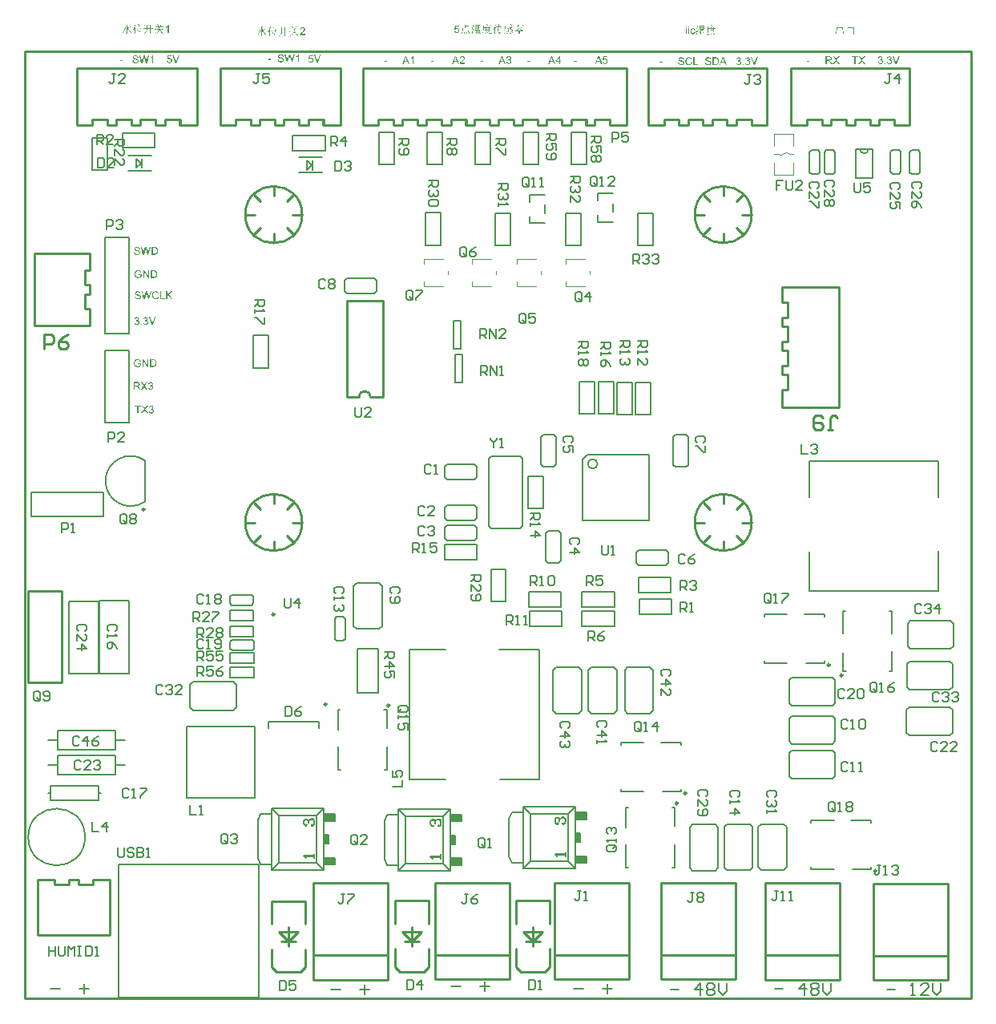
<source format=gto>
%FSLAX25Y25*%
%MOIN*%
G70*
G01*
G75*
%ADD10R,0.09843X0.14410*%
%ADD11R,0.07874X0.14410*%
%ADD12R,0.06299X0.01969*%
%ADD13R,0.02126X0.03543*%
%ADD14R,0.14410X0.09843*%
%ADD15R,0.14410X0.07874*%
%ADD16R,0.01969X0.06299*%
%ADD17R,0.03543X0.02126*%
%ADD18R,0.05118X0.03937*%
%ADD19R,0.17716X0.15748*%
%ADD20R,0.03937X0.02362*%
%ADD21R,0.03937X0.10630*%
%ADD22R,0.10630X0.03937*%
%ADD23R,0.03937X0.05118*%
%ADD24R,0.02756X0.03347*%
%ADD25R,0.03347X0.02756*%
%ADD26R,0.04000X0.01969*%
%ADD27R,0.09843X0.15748*%
%ADD28R,0.08661X0.07087*%
%ADD29O,0.09843X0.05906*%
%ADD30O,0.05906X0.03150*%
%ADD31R,0.10000X0.07500*%
%ADD32R,0.02559X0.05315*%
%ADD33R,0.07559X0.25590*%
%ADD34O,0.04724X0.00984*%
%ADD35R,0.04724X0.01772*%
%ADD36O,0.04724X0.01772*%
%ADD37O,0.00984X0.04724*%
%ADD38O,0.01772X0.04724*%
%ADD39R,0.09449X0.08268*%
%ADD40O,0.08000X0.02400*%
%ADD41R,0.08000X0.02400*%
%ADD42R,0.05000X0.06000*%
%ADD43O,0.03543X0.01969*%
%ADD44O,0.03543X0.01969*%
%ADD45R,0.03543X0.01969*%
%ADD46R,0.15748X0.17716*%
%ADD47R,0.07087X0.03937*%
%ADD48R,0.03937X0.10827*%
%ADD49R,0.21654X0.25197*%
%ADD50R,0.08071X0.09055*%
%ADD51O,0.06299X0.01772*%
%ADD52C,0.01000*%
%ADD53C,0.03000*%
%ADD54C,0.00800*%
%ADD55C,0.06000*%
%ADD56C,0.01500*%
%ADD57C,0.03500*%
%ADD58C,0.02000*%
%ADD59C,0.04000*%
%ADD60C,0.10000*%
%ADD61C,0.08000*%
%ADD62C,0.01200*%
%ADD63R,0.24100X0.17400*%
%ADD64R,0.25624X0.17093*%
%ADD65R,0.23600X0.17400*%
%ADD66R,0.06100X0.05100*%
%ADD67R,0.08400X0.51300*%
%ADD68C,0.03937*%
%ADD69R,0.03937X0.03937*%
%ADD70O,0.05906X0.09843*%
%ADD71R,0.05906X0.09843*%
%ADD72R,0.09843X0.11811*%
%ADD73O,0.09843X0.11811*%
%ADD74C,0.06000*%
%ADD75C,0.05906*%
%ADD76R,0.05906X0.05906*%
%ADD77C,0.06693*%
%ADD78R,0.05906X0.05906*%
%ADD79O,0.07874X0.15748*%
%ADD80C,0.05512*%
%ADD81R,0.06000X0.10000*%
%ADD82O,0.06000X0.10000*%
%ADD83R,0.09843X0.05906*%
%ADD84R,0.10000X0.06000*%
%ADD85O,0.10000X0.06000*%
%ADD86C,0.02000*%
%ADD87C,0.04000*%
%ADD88C,0.03000*%
%ADD89C,0.05000*%
%ADD90C,0.02598*%
%ADD91O,0.01181X0.02756*%
%ADD92O,0.02756X0.01181*%
%ADD93R,0.13386X0.07087*%
%ADD94R,0.05512X0.07087*%
%ADD95R,0.07087X0.13386*%
%ADD96R,0.17800X0.14800*%
%ADD97R,0.07600X1.61300*%
%ADD98R,0.29000X0.26900*%
%ADD99R,0.22500X1.19600*%
%ADD100C,0.00984*%
%ADD101C,0.00787*%
%ADD102C,0.00500*%
%ADD103C,0.00394*%
%ADD104C,0.00591*%
%ADD105R,0.04724X0.02756*%
%ADD106R,0.01968X0.03543*%
G36*
X159632Y-2418D02*
X158354D01*
X158178Y-3282D01*
X158183Y-3277D01*
X158193Y-3272D01*
X158207Y-3263D01*
X158227Y-3248D01*
X158256Y-3233D01*
X158285Y-3219D01*
X158363Y-3180D01*
X158451Y-3141D01*
X158554Y-3111D01*
X158666Y-3087D01*
X158783Y-3077D01*
X158822D01*
X158851Y-3082D01*
X158890Y-3087D01*
X158930Y-3092D01*
X158978Y-3102D01*
X159027Y-3111D01*
X159139Y-3150D01*
X159198Y-3170D01*
X159256Y-3199D01*
X159320Y-3233D01*
X159379Y-3272D01*
X159437Y-3316D01*
X159491Y-3370D01*
X159496Y-3375D01*
X159505Y-3385D01*
X159520Y-3399D01*
X159535Y-3424D01*
X159559Y-3453D01*
X159583Y-3487D01*
X159608Y-3526D01*
X159637Y-3570D01*
X159666Y-3624D01*
X159691Y-3677D01*
X159715Y-3741D01*
X159740Y-3804D01*
X159754Y-3878D01*
X159769Y-3951D01*
X159779Y-4034D01*
X159783Y-4117D01*
Y-4121D01*
Y-4136D01*
Y-4161D01*
X159779Y-4190D01*
X159774Y-4229D01*
X159769Y-4273D01*
X159764Y-4322D01*
X159754Y-4375D01*
X159720Y-4492D01*
X159676Y-4614D01*
X159647Y-4683D01*
X159613Y-4746D01*
X159574Y-4810D01*
X159530Y-4868D01*
X159525Y-4873D01*
X159515Y-4883D01*
X159496Y-4902D01*
X159471Y-4927D01*
X159442Y-4956D01*
X159403Y-4990D01*
X159359Y-5024D01*
X159305Y-5059D01*
X159252Y-5097D01*
X159188Y-5132D01*
X159115Y-5166D01*
X159042Y-5195D01*
X158959Y-5220D01*
X158876Y-5239D01*
X158783Y-5249D01*
X158686Y-5254D01*
X158642D01*
X158612Y-5249D01*
X158578Y-5244D01*
X158534Y-5239D01*
X158485Y-5234D01*
X158432Y-5224D01*
X158319Y-5195D01*
X158202Y-5151D01*
X158144Y-5122D01*
X158085Y-5088D01*
X158027Y-5054D01*
X157973Y-5010D01*
X157968Y-5005D01*
X157963Y-5000D01*
X157949Y-4985D01*
X157929Y-4966D01*
X157910Y-4941D01*
X157885Y-4912D01*
X157861Y-4878D01*
X157832Y-4839D01*
X157778Y-4746D01*
X157724Y-4634D01*
X157685Y-4507D01*
X157670Y-4434D01*
X157661Y-4361D01*
X158075Y-4331D01*
Y-4336D01*
Y-4346D01*
X158080Y-4361D01*
X158085Y-4380D01*
X158100Y-4434D01*
X158119Y-4502D01*
X158144Y-4575D01*
X158183Y-4649D01*
X158227Y-4722D01*
X158285Y-4785D01*
X158295Y-4790D01*
X158315Y-4810D01*
X158349Y-4829D01*
X158398Y-4858D01*
X158456Y-4883D01*
X158525Y-4907D01*
X158603Y-4927D01*
X158686Y-4932D01*
X158715D01*
X158734Y-4927D01*
X158788Y-4922D01*
X158856Y-4907D01*
X158930Y-4878D01*
X159012Y-4844D01*
X159091Y-4790D01*
X159130Y-4761D01*
X159169Y-4722D01*
Y-4717D01*
X159178Y-4712D01*
X159198Y-4683D01*
X159232Y-4634D01*
X159266Y-4571D01*
X159300Y-4487D01*
X159335Y-4390D01*
X159354Y-4278D01*
X159364Y-4151D01*
Y-4146D01*
Y-4136D01*
Y-4117D01*
X159359Y-4097D01*
Y-4068D01*
X159354Y-4034D01*
X159339Y-3956D01*
X159320Y-3873D01*
X159286Y-3785D01*
X159237Y-3697D01*
X159174Y-3619D01*
X159164Y-3609D01*
X159139Y-3590D01*
X159100Y-3555D01*
X159042Y-3521D01*
X158973Y-3487D01*
X158886Y-3453D01*
X158788Y-3433D01*
X158681Y-3424D01*
X158647D01*
X158612Y-3429D01*
X158563Y-3433D01*
X158510Y-3448D01*
X158451Y-3463D01*
X158393Y-3487D01*
X158334Y-3516D01*
X158329Y-3521D01*
X158310Y-3531D01*
X158281Y-3551D01*
X158246Y-3575D01*
X158212Y-3609D01*
X158173Y-3648D01*
X158134Y-3692D01*
X158100Y-3741D01*
X157729Y-3687D01*
X158041Y-2043D01*
X159632D01*
Y-2418D01*
D02*
G37*
G36*
X68005Y-4239D02*
X66800D01*
Y-3843D01*
X68005D01*
Y-4239D01*
D02*
G37*
G36*
X139907Y-4073D02*
X140342D01*
Y-4434D01*
X139907D01*
Y-5200D01*
X139512D01*
Y-4434D01*
X138121D01*
Y-4073D01*
X139585Y-1999D01*
X139907D01*
Y-4073D01*
D02*
G37*
G36*
X157475Y-5200D02*
X156997D01*
X156626Y-4229D01*
X155279D01*
X154933Y-5200D01*
X154484D01*
X155709Y-1994D01*
X156172D01*
X157475Y-5200D01*
D02*
G37*
G36*
X87413Y-4239D02*
X86208D01*
Y-3843D01*
X87413D01*
Y-4239D01*
D02*
G37*
G36*
X146881D02*
X145675D01*
Y-3843D01*
X146881D01*
Y-4239D01*
D02*
G37*
G36*
X118699Y-1984D02*
X118762Y-1994D01*
X118835Y-2008D01*
X118918Y-2028D01*
X119001Y-2057D01*
X119084Y-2096D01*
X119089D01*
X119094Y-2101D01*
X119123Y-2116D01*
X119162Y-2140D01*
X119211Y-2174D01*
X119265Y-2218D01*
X119323Y-2272D01*
X119377Y-2335D01*
X119426Y-2404D01*
X119431Y-2413D01*
X119445Y-2438D01*
X119465Y-2477D01*
X119484Y-2526D01*
X119504Y-2589D01*
X119524Y-2657D01*
X119538Y-2731D01*
X119543Y-2814D01*
Y-2823D01*
Y-2848D01*
X119538Y-2887D01*
X119528Y-2936D01*
X119514Y-2994D01*
X119494Y-3058D01*
X119470Y-3126D01*
X119431Y-3189D01*
X119426Y-3199D01*
X119411Y-3219D01*
X119382Y-3248D01*
X119348Y-3287D01*
X119299Y-3331D01*
X119245Y-3375D01*
X119177Y-3424D01*
X119099Y-3463D01*
X119104D01*
X119114Y-3468D01*
X119128D01*
X119148Y-3477D01*
X119197Y-3492D01*
X119260Y-3521D01*
X119328Y-3555D01*
X119402Y-3604D01*
X119475Y-3663D01*
X119538Y-3736D01*
X119543Y-3746D01*
X119563Y-3775D01*
X119587Y-3819D01*
X119621Y-3878D01*
X119650Y-3951D01*
X119675Y-4039D01*
X119694Y-4141D01*
X119699Y-4253D01*
Y-4258D01*
Y-4273D01*
Y-4292D01*
X119694Y-4322D01*
X119689Y-4361D01*
X119685Y-4400D01*
X119675Y-4448D01*
X119660Y-4497D01*
X119626Y-4609D01*
X119602Y-4673D01*
X119567Y-4732D01*
X119533Y-4790D01*
X119494Y-4849D01*
X119445Y-4907D01*
X119392Y-4966D01*
X119387Y-4971D01*
X119377Y-4980D01*
X119362Y-4990D01*
X119338Y-5010D01*
X119309Y-5034D01*
X119270Y-5059D01*
X119226Y-5083D01*
X119182Y-5107D01*
X119128Y-5137D01*
X119070Y-5161D01*
X119006Y-5185D01*
X118938Y-5210D01*
X118865Y-5229D01*
X118787Y-5239D01*
X118704Y-5249D01*
X118621Y-5254D01*
X118582D01*
X118552Y-5249D01*
X118513Y-5244D01*
X118474Y-5239D01*
X118426Y-5234D01*
X118377Y-5224D01*
X118264Y-5195D01*
X118147Y-5146D01*
X118089Y-5122D01*
X118035Y-5088D01*
X117977Y-5049D01*
X117923Y-5005D01*
X117918Y-5000D01*
X117913Y-4995D01*
X117898Y-4980D01*
X117879Y-4961D01*
X117859Y-4932D01*
X117835Y-4902D01*
X117806Y-4868D01*
X117781Y-4829D01*
X117723Y-4732D01*
X117674Y-4619D01*
X117630Y-4492D01*
X117615Y-4424D01*
X117606Y-4351D01*
X118001Y-4297D01*
Y-4302D01*
X118006Y-4312D01*
Y-4331D01*
X118016Y-4351D01*
X118030Y-4409D01*
X118055Y-4483D01*
X118084Y-4561D01*
X118123Y-4644D01*
X118172Y-4717D01*
X118225Y-4780D01*
X118235Y-4785D01*
X118255Y-4805D01*
X118289Y-4824D01*
X118338Y-4854D01*
X118391Y-4878D01*
X118460Y-4902D01*
X118538Y-4922D01*
X118621Y-4927D01*
X118650D01*
X118669Y-4922D01*
X118718Y-4917D01*
X118782Y-4902D01*
X118860Y-4878D01*
X118938Y-4849D01*
X119016Y-4800D01*
X119089Y-4736D01*
X119099Y-4727D01*
X119118Y-4702D01*
X119148Y-4663D01*
X119187Y-4605D01*
X119221Y-4536D01*
X119250Y-4453D01*
X119270Y-4361D01*
X119280Y-4258D01*
Y-4253D01*
Y-4248D01*
Y-4234D01*
X119275Y-4214D01*
X119270Y-4165D01*
X119255Y-4102D01*
X119236Y-4034D01*
X119201Y-3956D01*
X119158Y-3882D01*
X119099Y-3814D01*
X119089Y-3804D01*
X119070Y-3785D01*
X119031Y-3760D01*
X118977Y-3726D01*
X118913Y-3692D01*
X118835Y-3668D01*
X118753Y-3648D01*
X118655Y-3638D01*
X118611D01*
X118577Y-3643D01*
X118538Y-3648D01*
X118489Y-3653D01*
X118435Y-3663D01*
X118377Y-3677D01*
X118421Y-3331D01*
X118445D01*
X118465Y-3336D01*
X118528D01*
X118572Y-3331D01*
X118635Y-3321D01*
X118704Y-3307D01*
X118777Y-3282D01*
X118855Y-3253D01*
X118933Y-3209D01*
X118943Y-3204D01*
X118967Y-3185D01*
X118997Y-3150D01*
X119035Y-3107D01*
X119075Y-3053D01*
X119104Y-2984D01*
X119128Y-2902D01*
X119138Y-2804D01*
Y-2799D01*
Y-2794D01*
Y-2770D01*
X119128Y-2731D01*
X119118Y-2677D01*
X119104Y-2623D01*
X119075Y-2565D01*
X119040Y-2501D01*
X118992Y-2448D01*
X118987Y-2443D01*
X118967Y-2423D01*
X118933Y-2399D01*
X118889Y-2375D01*
X118835Y-2345D01*
X118772Y-2326D01*
X118699Y-2306D01*
X118616Y-2301D01*
X118577D01*
X118533Y-2311D01*
X118484Y-2321D01*
X118421Y-2335D01*
X118357Y-2365D01*
X118294Y-2399D01*
X118230Y-2448D01*
X118225Y-2453D01*
X118206Y-2472D01*
X118182Y-2506D01*
X118152Y-2555D01*
X118118Y-2614D01*
X118089Y-2687D01*
X118060Y-2775D01*
X118040Y-2877D01*
X117645Y-2809D01*
Y-2804D01*
X117650Y-2789D01*
X117655Y-2770D01*
X117659Y-2745D01*
X117669Y-2711D01*
X117679Y-2672D01*
X117713Y-2584D01*
X117752Y-2487D01*
X117811Y-2384D01*
X117879Y-2287D01*
X117967Y-2199D01*
X117972Y-2194D01*
X117977Y-2189D01*
X117991Y-2179D01*
X118016Y-2165D01*
X118040Y-2150D01*
X118069Y-2131D01*
X118142Y-2087D01*
X118235Y-2048D01*
X118347Y-2013D01*
X118469Y-1989D01*
X118538Y-1979D01*
X118650D01*
X118699Y-1984D01*
D02*
G37*
G36*
X108065Y-4239D02*
X106860D01*
Y-3843D01*
X108065D01*
Y-4239D01*
D02*
G37*
G36*
X127473D02*
X126268D01*
Y-3843D01*
X127473D01*
Y-4239D01*
D02*
G37*
G36*
X138067Y-5200D02*
X137589D01*
X137218Y-4229D01*
X135872D01*
X135525Y-5200D01*
X135076D01*
X136301Y-1994D01*
X136765D01*
X138067Y-5200D01*
D02*
G37*
G36*
X190411Y-2445D02*
X190445D01*
X190528Y-2455D01*
X190626Y-2469D01*
X190733Y-2489D01*
X190840Y-2518D01*
X190943Y-2557D01*
X190948D01*
X190953Y-2562D01*
X190967Y-2567D01*
X190987Y-2577D01*
X191036Y-2606D01*
X191099Y-2640D01*
X191167Y-2689D01*
X191236Y-2748D01*
X191304Y-2816D01*
X191363Y-2894D01*
X191367Y-2904D01*
X191387Y-2933D01*
X191411Y-2982D01*
X191436Y-3040D01*
X191465Y-3114D01*
X191494Y-3201D01*
X191514Y-3294D01*
X191524Y-3397D01*
X191119Y-3426D01*
Y-3421D01*
Y-3411D01*
X191114Y-3397D01*
X191109Y-3377D01*
X191099Y-3323D01*
X191079Y-3255D01*
X191050Y-3182D01*
X191011Y-3109D01*
X190957Y-3036D01*
X190894Y-2972D01*
X190884Y-2967D01*
X190860Y-2948D01*
X190816Y-2923D01*
X190757Y-2894D01*
X190679Y-2865D01*
X190582Y-2840D01*
X190470Y-2821D01*
X190338Y-2816D01*
X190274D01*
X190245Y-2821D01*
X190206D01*
X190123Y-2835D01*
X190030Y-2850D01*
X189938Y-2874D01*
X189850Y-2909D01*
X189811Y-2933D01*
X189777Y-2957D01*
X189772Y-2962D01*
X189752Y-2982D01*
X189723Y-3011D01*
X189694Y-3055D01*
X189659Y-3104D01*
X189635Y-3162D01*
X189615Y-3226D01*
X189606Y-3299D01*
Y-3309D01*
Y-3328D01*
X189611Y-3362D01*
X189620Y-3401D01*
X189635Y-3445D01*
X189659Y-3494D01*
X189689Y-3538D01*
X189728Y-3582D01*
X189733Y-3587D01*
X189757Y-3602D01*
X189772Y-3611D01*
X189791Y-3626D01*
X189821Y-3636D01*
X189855Y-3650D01*
X189894Y-3670D01*
X189938Y-3689D01*
X189986Y-3704D01*
X190045Y-3724D01*
X190113Y-3748D01*
X190187Y-3768D01*
X190269Y-3787D01*
X190362Y-3811D01*
X190367D01*
X190387Y-3816D01*
X190411Y-3821D01*
X190445Y-3831D01*
X190489Y-3841D01*
X190538Y-3855D01*
X190645Y-3880D01*
X190762Y-3914D01*
X190879Y-3948D01*
X190938Y-3963D01*
X190987Y-3982D01*
X191036Y-4002D01*
X191075Y-4016D01*
X191079D01*
X191089Y-4021D01*
X191099Y-4031D01*
X191119Y-4041D01*
X191167Y-4070D01*
X191231Y-4104D01*
X191299Y-4153D01*
X191367Y-4212D01*
X191431Y-4275D01*
X191485Y-4343D01*
X191489Y-4353D01*
X191504Y-4377D01*
X191528Y-4417D01*
X191553Y-4475D01*
X191577Y-4539D01*
X191602Y-4617D01*
X191616Y-4704D01*
X191621Y-4797D01*
Y-4802D01*
Y-4807D01*
Y-4822D01*
Y-4841D01*
X191611Y-4890D01*
X191602Y-4953D01*
X191587Y-5027D01*
X191558Y-5110D01*
X191524Y-5197D01*
X191475Y-5280D01*
X191470Y-5290D01*
X191446Y-5319D01*
X191416Y-5358D01*
X191367Y-5407D01*
X191309Y-5466D01*
X191236Y-5524D01*
X191148Y-5578D01*
X191050Y-5632D01*
X191045D01*
X191036Y-5637D01*
X191021Y-5641D01*
X191001Y-5651D01*
X190977Y-5661D01*
X190948Y-5671D01*
X190870Y-5690D01*
X190782Y-5715D01*
X190674Y-5734D01*
X190562Y-5749D01*
X190435Y-5754D01*
X190362D01*
X190328Y-5749D01*
X190284D01*
X190235Y-5744D01*
X190182Y-5739D01*
X190069Y-5724D01*
X189947Y-5700D01*
X189825Y-5671D01*
X189708Y-5632D01*
X189703D01*
X189694Y-5627D01*
X189679Y-5617D01*
X189659Y-5607D01*
X189606Y-5578D01*
X189542Y-5534D01*
X189464Y-5480D01*
X189391Y-5417D01*
X189313Y-5339D01*
X189245Y-5251D01*
Y-5246D01*
X189240Y-5241D01*
X189230Y-5227D01*
X189220Y-5207D01*
X189206Y-5183D01*
X189191Y-5153D01*
X189162Y-5080D01*
X189132Y-4997D01*
X189103Y-4895D01*
X189084Y-4787D01*
X189074Y-4670D01*
X189474Y-4636D01*
Y-4641D01*
Y-4646D01*
X189479Y-4675D01*
X189489Y-4719D01*
X189498Y-4778D01*
X189518Y-4841D01*
X189537Y-4909D01*
X189567Y-4973D01*
X189601Y-5036D01*
X189606Y-5041D01*
X189620Y-5061D01*
X189645Y-5090D01*
X189684Y-5124D01*
X189728Y-5163D01*
X189781Y-5207D01*
X189850Y-5246D01*
X189923Y-5285D01*
X189928D01*
X189933Y-5290D01*
X189962Y-5300D01*
X190006Y-5314D01*
X190069Y-5329D01*
X190138Y-5349D01*
X190226Y-5363D01*
X190318Y-5373D01*
X190416Y-5378D01*
X190455D01*
X190504Y-5373D01*
X190557Y-5368D01*
X190626Y-5363D01*
X190694Y-5349D01*
X190767Y-5334D01*
X190840Y-5310D01*
X190850Y-5305D01*
X190870Y-5295D01*
X190904Y-5280D01*
X190943Y-5256D01*
X190992Y-5227D01*
X191036Y-5192D01*
X191079Y-5153D01*
X191119Y-5110D01*
X191123Y-5105D01*
X191133Y-5085D01*
X191148Y-5061D01*
X191167Y-5027D01*
X191182Y-4987D01*
X191197Y-4939D01*
X191206Y-4890D01*
X191211Y-4836D01*
Y-4831D01*
Y-4812D01*
X191206Y-4783D01*
X191201Y-4748D01*
X191192Y-4704D01*
X191172Y-4661D01*
X191153Y-4617D01*
X191123Y-4573D01*
X191119Y-4568D01*
X191109Y-4553D01*
X191084Y-4534D01*
X191055Y-4504D01*
X191016Y-4475D01*
X190967Y-4446D01*
X190904Y-4412D01*
X190835Y-4382D01*
X190831Y-4377D01*
X190811Y-4373D01*
X190772Y-4363D01*
X190748Y-4353D01*
X190718Y-4343D01*
X190679Y-4334D01*
X190640Y-4324D01*
X190592Y-4309D01*
X190543Y-4295D01*
X190484Y-4280D01*
X190416Y-4265D01*
X190343Y-4246D01*
X190265Y-4226D01*
X190260D01*
X190245Y-4221D01*
X190221Y-4216D01*
X190191Y-4207D01*
X190157Y-4197D01*
X190118Y-4187D01*
X190025Y-4163D01*
X189923Y-4129D01*
X189821Y-4095D01*
X189728Y-4060D01*
X189684Y-4046D01*
X189650Y-4026D01*
X189645D01*
X189640Y-4021D01*
X189611Y-4002D01*
X189572Y-3977D01*
X189523Y-3943D01*
X189464Y-3899D01*
X189411Y-3850D01*
X189357Y-3792D01*
X189308Y-3729D01*
X189303Y-3719D01*
X189289Y-3694D01*
X189274Y-3660D01*
X189254Y-3611D01*
X189230Y-3553D01*
X189215Y-3484D01*
X189201Y-3406D01*
X189196Y-3328D01*
Y-3323D01*
Y-3319D01*
Y-3304D01*
Y-3284D01*
X189206Y-3241D01*
X189215Y-3182D01*
X189230Y-3109D01*
X189254Y-3036D01*
X189289Y-2953D01*
X189332Y-2874D01*
Y-2870D01*
X189337Y-2865D01*
X189357Y-2840D01*
X189391Y-2801D01*
X189435Y-2753D01*
X189489Y-2704D01*
X189557Y-2650D01*
X189640Y-2596D01*
X189733Y-2552D01*
X189737D01*
X189742Y-2547D01*
X189757Y-2543D01*
X189781Y-2533D01*
X189806Y-2528D01*
X189835Y-2518D01*
X189903Y-2494D01*
X189991Y-2474D01*
X190089Y-2460D01*
X190201Y-2445D01*
X190318Y-2440D01*
X190377D01*
X190411Y-2445D01*
D02*
G37*
G36*
X201606D02*
X201640D01*
X201723Y-2455D01*
X201820Y-2469D01*
X201928Y-2489D01*
X202035Y-2518D01*
X202138Y-2557D01*
X202143D01*
X202147Y-2562D01*
X202162Y-2567D01*
X202182Y-2577D01*
X202230Y-2606D01*
X202294Y-2640D01*
X202362Y-2689D01*
X202430Y-2748D01*
X202499Y-2816D01*
X202557Y-2894D01*
X202562Y-2904D01*
X202582Y-2933D01*
X202606Y-2982D01*
X202630Y-3040D01*
X202660Y-3114D01*
X202689Y-3201D01*
X202709Y-3294D01*
X202718Y-3397D01*
X202313Y-3426D01*
Y-3421D01*
Y-3411D01*
X202308Y-3397D01*
X202304Y-3377D01*
X202294Y-3323D01*
X202274Y-3255D01*
X202245Y-3182D01*
X202206Y-3109D01*
X202152Y-3036D01*
X202089Y-2972D01*
X202079Y-2967D01*
X202055Y-2948D01*
X202011Y-2923D01*
X201952Y-2894D01*
X201874Y-2865D01*
X201777Y-2840D01*
X201664Y-2821D01*
X201533Y-2816D01*
X201469D01*
X201440Y-2821D01*
X201401D01*
X201318Y-2835D01*
X201225Y-2850D01*
X201132Y-2874D01*
X201045Y-2909D01*
X201005Y-2933D01*
X200971Y-2957D01*
X200966Y-2962D01*
X200947Y-2982D01*
X200918Y-3011D01*
X200888Y-3055D01*
X200854Y-3104D01*
X200830Y-3162D01*
X200810Y-3226D01*
X200800Y-3299D01*
Y-3309D01*
Y-3328D01*
X200805Y-3362D01*
X200815Y-3401D01*
X200830Y-3445D01*
X200854Y-3494D01*
X200883Y-3538D01*
X200922Y-3582D01*
X200927Y-3587D01*
X200952Y-3602D01*
X200966Y-3611D01*
X200986Y-3626D01*
X201015Y-3636D01*
X201049Y-3650D01*
X201088Y-3670D01*
X201132Y-3689D01*
X201181Y-3704D01*
X201240Y-3724D01*
X201308Y-3748D01*
X201381Y-3768D01*
X201464Y-3787D01*
X201557Y-3811D01*
X201562D01*
X201581Y-3816D01*
X201606Y-3821D01*
X201640Y-3831D01*
X201684Y-3841D01*
X201733Y-3855D01*
X201840Y-3880D01*
X201957Y-3914D01*
X202074Y-3948D01*
X202133Y-3963D01*
X202182Y-3982D01*
X202230Y-4002D01*
X202269Y-4016D01*
X202274D01*
X202284Y-4021D01*
X202294Y-4031D01*
X202313Y-4041D01*
X202362Y-4070D01*
X202426Y-4104D01*
X202494Y-4153D01*
X202562Y-4212D01*
X202626Y-4275D01*
X202679Y-4343D01*
X202684Y-4353D01*
X202699Y-4377D01*
X202723Y-4417D01*
X202748Y-4475D01*
X202772Y-4539D01*
X202796Y-4617D01*
X202811Y-4704D01*
X202816Y-4797D01*
Y-4802D01*
Y-4807D01*
Y-4822D01*
Y-4841D01*
X202806Y-4890D01*
X202796Y-4953D01*
X202782Y-5027D01*
X202752Y-5110D01*
X202718Y-5197D01*
X202670Y-5280D01*
X202665Y-5290D01*
X202640Y-5319D01*
X202611Y-5358D01*
X202562Y-5407D01*
X202504Y-5466D01*
X202430Y-5524D01*
X202343Y-5578D01*
X202245Y-5632D01*
X202240D01*
X202230Y-5637D01*
X202216Y-5641D01*
X202196Y-5651D01*
X202172Y-5661D01*
X202143Y-5671D01*
X202064Y-5690D01*
X201977Y-5715D01*
X201869Y-5734D01*
X201757Y-5749D01*
X201630Y-5754D01*
X201557D01*
X201523Y-5749D01*
X201479D01*
X201430Y-5744D01*
X201376Y-5739D01*
X201264Y-5724D01*
X201142Y-5700D01*
X201020Y-5671D01*
X200903Y-5632D01*
X200898D01*
X200888Y-5627D01*
X200874Y-5617D01*
X200854Y-5607D01*
X200800Y-5578D01*
X200737Y-5534D01*
X200659Y-5480D01*
X200586Y-5417D01*
X200508Y-5339D01*
X200439Y-5251D01*
Y-5246D01*
X200434Y-5241D01*
X200425Y-5227D01*
X200415Y-5207D01*
X200400Y-5183D01*
X200386Y-5153D01*
X200356Y-5080D01*
X200327Y-4997D01*
X200298Y-4895D01*
X200278Y-4787D01*
X200269Y-4670D01*
X200669Y-4636D01*
Y-4641D01*
Y-4646D01*
X200674Y-4675D01*
X200683Y-4719D01*
X200693Y-4778D01*
X200713Y-4841D01*
X200732Y-4909D01*
X200761Y-4973D01*
X200796Y-5036D01*
X200800Y-5041D01*
X200815Y-5061D01*
X200839Y-5090D01*
X200879Y-5124D01*
X200922Y-5163D01*
X200976Y-5207D01*
X201045Y-5246D01*
X201118Y-5285D01*
X201123D01*
X201127Y-5290D01*
X201157Y-5300D01*
X201201Y-5314D01*
X201264Y-5329D01*
X201332Y-5349D01*
X201420Y-5363D01*
X201513Y-5373D01*
X201611Y-5378D01*
X201650D01*
X201698Y-5373D01*
X201752Y-5368D01*
X201820Y-5363D01*
X201889Y-5349D01*
X201962Y-5334D01*
X202035Y-5310D01*
X202045Y-5305D01*
X202064Y-5295D01*
X202099Y-5280D01*
X202138Y-5256D01*
X202186Y-5227D01*
X202230Y-5192D01*
X202274Y-5153D01*
X202313Y-5110D01*
X202318Y-5105D01*
X202328Y-5085D01*
X202343Y-5061D01*
X202362Y-5027D01*
X202377Y-4987D01*
X202391Y-4939D01*
X202401Y-4890D01*
X202406Y-4836D01*
Y-4831D01*
Y-4812D01*
X202401Y-4783D01*
X202396Y-4748D01*
X202386Y-4704D01*
X202367Y-4661D01*
X202347Y-4617D01*
X202318Y-4573D01*
X202313Y-4568D01*
X202304Y-4553D01*
X202279Y-4534D01*
X202250Y-4504D01*
X202211Y-4475D01*
X202162Y-4446D01*
X202099Y-4412D01*
X202030Y-4382D01*
X202025Y-4377D01*
X202006Y-4373D01*
X201967Y-4363D01*
X201942Y-4353D01*
X201913Y-4343D01*
X201874Y-4334D01*
X201835Y-4324D01*
X201786Y-4309D01*
X201737Y-4295D01*
X201679Y-4280D01*
X201611Y-4265D01*
X201537Y-4246D01*
X201459Y-4226D01*
X201454D01*
X201440Y-4221D01*
X201415Y-4216D01*
X201386Y-4207D01*
X201352Y-4197D01*
X201313Y-4187D01*
X201220Y-4163D01*
X201118Y-4129D01*
X201015Y-4095D01*
X200922Y-4060D01*
X200879Y-4046D01*
X200844Y-4026D01*
X200839D01*
X200835Y-4021D01*
X200805Y-4002D01*
X200766Y-3977D01*
X200717Y-3943D01*
X200659Y-3899D01*
X200605Y-3850D01*
X200552Y-3792D01*
X200503Y-3729D01*
X200498Y-3719D01*
X200483Y-3694D01*
X200469Y-3660D01*
X200449Y-3611D01*
X200425Y-3553D01*
X200410Y-3484D01*
X200395Y-3406D01*
X200391Y-3328D01*
Y-3323D01*
Y-3319D01*
Y-3304D01*
Y-3284D01*
X200400Y-3241D01*
X200410Y-3182D01*
X200425Y-3109D01*
X200449Y-3036D01*
X200483Y-2953D01*
X200527Y-2874D01*
Y-2870D01*
X200532Y-2865D01*
X200552Y-2840D01*
X200586Y-2801D01*
X200630Y-2753D01*
X200683Y-2704D01*
X200752Y-2650D01*
X200835Y-2596D01*
X200927Y-2552D01*
X200932D01*
X200937Y-2547D01*
X200952Y-2543D01*
X200976Y-2533D01*
X201001Y-2528D01*
X201030Y-2518D01*
X201098Y-2494D01*
X201186Y-2474D01*
X201284Y-2460D01*
X201396Y-2445D01*
X201513Y-2440D01*
X201571D01*
X201606Y-2445D01*
D02*
G37*
G36*
X218017Y-2484D02*
X218081Y-2494D01*
X218154Y-2509D01*
X218237Y-2528D01*
X218320Y-2557D01*
X218403Y-2596D01*
X218408D01*
X218412Y-2601D01*
X218442Y-2616D01*
X218481Y-2640D01*
X218530Y-2674D01*
X218583Y-2718D01*
X218642Y-2772D01*
X218695Y-2835D01*
X218744Y-2904D01*
X218749Y-2913D01*
X218764Y-2938D01*
X218783Y-2977D01*
X218803Y-3026D01*
X218822Y-3089D01*
X218842Y-3158D01*
X218857Y-3231D01*
X218861Y-3314D01*
Y-3323D01*
Y-3348D01*
X218857Y-3387D01*
X218847Y-3436D01*
X218832Y-3494D01*
X218813Y-3558D01*
X218788Y-3626D01*
X218749Y-3689D01*
X218744Y-3699D01*
X218730Y-3719D01*
X218700Y-3748D01*
X218666Y-3787D01*
X218617Y-3831D01*
X218564Y-3875D01*
X218495Y-3924D01*
X218417Y-3963D01*
X218422D01*
X218432Y-3968D01*
X218447D01*
X218466Y-3977D01*
X218515Y-3992D01*
X218578Y-4021D01*
X218647Y-4055D01*
X218720Y-4104D01*
X218793Y-4163D01*
X218857Y-4236D01*
X218861Y-4246D01*
X218881Y-4275D01*
X218905Y-4319D01*
X218939Y-4377D01*
X218969Y-4451D01*
X218993Y-4539D01*
X219013Y-4641D01*
X219018Y-4753D01*
Y-4758D01*
Y-4773D01*
Y-4792D01*
X219013Y-4822D01*
X219008Y-4861D01*
X219003Y-4900D01*
X218993Y-4949D01*
X218979Y-4997D01*
X218944Y-5110D01*
X218920Y-5173D01*
X218886Y-5232D01*
X218852Y-5290D01*
X218813Y-5349D01*
X218764Y-5407D01*
X218710Y-5466D01*
X218705Y-5471D01*
X218695Y-5480D01*
X218681Y-5490D01*
X218656Y-5510D01*
X218627Y-5534D01*
X218588Y-5559D01*
X218544Y-5583D01*
X218500Y-5607D01*
X218447Y-5637D01*
X218388Y-5661D01*
X218325Y-5685D01*
X218256Y-5710D01*
X218183Y-5729D01*
X218105Y-5739D01*
X218022Y-5749D01*
X217939Y-5754D01*
X217900D01*
X217871Y-5749D01*
X217832Y-5744D01*
X217793Y-5739D01*
X217744Y-5734D01*
X217695Y-5724D01*
X217583Y-5695D01*
X217466Y-5646D01*
X217407Y-5622D01*
X217353Y-5588D01*
X217295Y-5549D01*
X217241Y-5505D01*
X217236Y-5500D01*
X217231Y-5495D01*
X217217Y-5480D01*
X217197Y-5461D01*
X217178Y-5432D01*
X217153Y-5402D01*
X217124Y-5368D01*
X217100Y-5329D01*
X217041Y-5232D01*
X216992Y-5119D01*
X216948Y-4992D01*
X216934Y-4924D01*
X216924Y-4851D01*
X217319Y-4797D01*
Y-4802D01*
X217324Y-4812D01*
Y-4831D01*
X217334Y-4851D01*
X217349Y-4909D01*
X217373Y-4983D01*
X217402Y-5061D01*
X217441Y-5144D01*
X217490Y-5217D01*
X217544Y-5280D01*
X217553Y-5285D01*
X217573Y-5305D01*
X217607Y-5324D01*
X217656Y-5353D01*
X217710Y-5378D01*
X217778Y-5402D01*
X217856Y-5422D01*
X217939Y-5427D01*
X217968D01*
X217988Y-5422D01*
X218037Y-5417D01*
X218100Y-5402D01*
X218178Y-5378D01*
X218256Y-5349D01*
X218334Y-5300D01*
X218408Y-5236D01*
X218417Y-5227D01*
X218437Y-5202D01*
X218466Y-5163D01*
X218505Y-5105D01*
X218539Y-5036D01*
X218569Y-4953D01*
X218588Y-4861D01*
X218598Y-4758D01*
Y-4753D01*
Y-4748D01*
Y-4734D01*
X218593Y-4714D01*
X218588Y-4665D01*
X218573Y-4602D01*
X218554Y-4534D01*
X218520Y-4456D01*
X218476Y-4382D01*
X218417Y-4314D01*
X218408Y-4304D01*
X218388Y-4285D01*
X218349Y-4260D01*
X218295Y-4226D01*
X218232Y-4192D01*
X218154Y-4168D01*
X218071Y-4148D01*
X217973Y-4138D01*
X217929D01*
X217895Y-4143D01*
X217856Y-4148D01*
X217807Y-4153D01*
X217754Y-4163D01*
X217695Y-4177D01*
X217739Y-3831D01*
X217763D01*
X217783Y-3836D01*
X217846D01*
X217890Y-3831D01*
X217954Y-3821D01*
X218022Y-3807D01*
X218095Y-3782D01*
X218173Y-3753D01*
X218251Y-3709D01*
X218261Y-3704D01*
X218285Y-3685D01*
X218315Y-3650D01*
X218354Y-3607D01*
X218393Y-3553D01*
X218422Y-3484D01*
X218447Y-3401D01*
X218456Y-3304D01*
Y-3299D01*
Y-3294D01*
Y-3270D01*
X218447Y-3231D01*
X218437Y-3177D01*
X218422Y-3123D01*
X218393Y-3065D01*
X218359Y-3001D01*
X218310Y-2948D01*
X218305Y-2943D01*
X218285Y-2923D01*
X218251Y-2899D01*
X218207Y-2874D01*
X218154Y-2845D01*
X218090Y-2826D01*
X218017Y-2806D01*
X217934Y-2801D01*
X217895D01*
X217851Y-2811D01*
X217802Y-2821D01*
X217739Y-2835D01*
X217675Y-2865D01*
X217612Y-2899D01*
X217549Y-2948D01*
X217544Y-2953D01*
X217524Y-2972D01*
X217500Y-3006D01*
X217471Y-3055D01*
X217436Y-3114D01*
X217407Y-3187D01*
X217378Y-3275D01*
X217358Y-3377D01*
X216963Y-3309D01*
Y-3304D01*
X216968Y-3289D01*
X216973Y-3270D01*
X216978Y-3245D01*
X216987Y-3211D01*
X216997Y-3172D01*
X217031Y-3084D01*
X217070Y-2987D01*
X217129Y-2884D01*
X217197Y-2787D01*
X217285Y-2699D01*
X217290Y-2694D01*
X217295Y-2689D01*
X217309Y-2679D01*
X217334Y-2665D01*
X217358Y-2650D01*
X217388Y-2630D01*
X217461Y-2587D01*
X217553Y-2547D01*
X217666Y-2513D01*
X217788Y-2489D01*
X217856Y-2479D01*
X217968D01*
X218017Y-2484D01*
D02*
G37*
G36*
X193671Y-2445D02*
X193710Y-2450D01*
X193759Y-2455D01*
X193812Y-2460D01*
X193871Y-2469D01*
X193998Y-2499D01*
X194134Y-2543D01*
X194203Y-2572D01*
X194271Y-2606D01*
X194334Y-2645D01*
X194398Y-2689D01*
X194403Y-2694D01*
X194413Y-2699D01*
X194427Y-2713D01*
X194452Y-2733D01*
X194476Y-2757D01*
X194510Y-2792D01*
X194544Y-2826D01*
X194579Y-2865D01*
X194617Y-2913D01*
X194652Y-2962D01*
X194691Y-3021D01*
X194730Y-3084D01*
X194764Y-3148D01*
X194798Y-3221D01*
X194857Y-3377D01*
X194437Y-3475D01*
Y-3470D01*
X194432Y-3460D01*
X194427Y-3441D01*
X194417Y-3416D01*
X194403Y-3387D01*
X194388Y-3353D01*
X194354Y-3280D01*
X194310Y-3197D01*
X194252Y-3109D01*
X194188Y-3031D01*
X194110Y-2962D01*
X194100Y-2957D01*
X194071Y-2938D01*
X194027Y-2913D01*
X193964Y-2879D01*
X193890Y-2850D01*
X193798Y-2826D01*
X193695Y-2806D01*
X193578Y-2801D01*
X193544D01*
X193519Y-2806D01*
X193485D01*
X193451Y-2811D01*
X193363Y-2826D01*
X193266Y-2845D01*
X193163Y-2879D01*
X193061Y-2923D01*
X192963Y-2982D01*
X192958D01*
X192953Y-2992D01*
X192924Y-3016D01*
X192880Y-3055D01*
X192827Y-3109D01*
X192773Y-3177D01*
X192714Y-3255D01*
X192661Y-3353D01*
X192617Y-3460D01*
Y-3465D01*
X192612Y-3475D01*
X192607Y-3489D01*
X192602Y-3514D01*
X192592Y-3538D01*
X192587Y-3572D01*
X192568Y-3650D01*
X192548Y-3743D01*
X192534Y-3846D01*
X192524Y-3958D01*
X192519Y-4075D01*
Y-4080D01*
Y-4095D01*
Y-4114D01*
Y-4143D01*
X192524Y-4177D01*
Y-4221D01*
X192529Y-4265D01*
X192534Y-4314D01*
X192548Y-4426D01*
X192568Y-4548D01*
X192597Y-4670D01*
X192636Y-4787D01*
Y-4792D01*
X192641Y-4802D01*
X192651Y-4817D01*
X192661Y-4836D01*
X192685Y-4895D01*
X192724Y-4958D01*
X192778Y-5036D01*
X192841Y-5110D01*
X192914Y-5183D01*
X193002Y-5246D01*
X193007D01*
X193012Y-5251D01*
X193027Y-5261D01*
X193046Y-5271D01*
X193100Y-5290D01*
X193168Y-5319D01*
X193246Y-5344D01*
X193339Y-5368D01*
X193441Y-5388D01*
X193549Y-5393D01*
X193583D01*
X193607Y-5388D01*
X193637D01*
X193676Y-5383D01*
X193759Y-5368D01*
X193851Y-5344D01*
X193954Y-5305D01*
X194051Y-5256D01*
X194149Y-5188D01*
X194154Y-5183D01*
X194159Y-5178D01*
X194188Y-5149D01*
X194232Y-5100D01*
X194286Y-5036D01*
X194339Y-4949D01*
X194398Y-4846D01*
X194447Y-4719D01*
X194486Y-4578D01*
X194910Y-4685D01*
Y-4690D01*
X194905Y-4709D01*
X194896Y-4734D01*
X194886Y-4773D01*
X194866Y-4812D01*
X194847Y-4865D01*
X194827Y-4919D01*
X194798Y-4978D01*
X194735Y-5110D01*
X194647Y-5241D01*
X194549Y-5368D01*
X194491Y-5427D01*
X194427Y-5480D01*
X194422Y-5485D01*
X194413Y-5490D01*
X194393Y-5505D01*
X194364Y-5524D01*
X194330Y-5544D01*
X194291Y-5568D01*
X194247Y-5593D01*
X194193Y-5617D01*
X194134Y-5641D01*
X194071Y-5666D01*
X193998Y-5690D01*
X193925Y-5710D01*
X193763Y-5744D01*
X193676Y-5749D01*
X193583Y-5754D01*
X193534D01*
X193495Y-5749D01*
X193451D01*
X193402Y-5744D01*
X193344Y-5734D01*
X193285Y-5729D01*
X193149Y-5700D01*
X193007Y-5666D01*
X192870Y-5612D01*
X192802Y-5583D01*
X192739Y-5544D01*
X192734Y-5539D01*
X192724Y-5534D01*
X192709Y-5519D01*
X192685Y-5505D01*
X192627Y-5456D01*
X192558Y-5388D01*
X192475Y-5305D01*
X192397Y-5197D01*
X192314Y-5075D01*
X192246Y-4934D01*
Y-4929D01*
X192241Y-4914D01*
X192231Y-4895D01*
X192221Y-4865D01*
X192207Y-4826D01*
X192192Y-4783D01*
X192177Y-4734D01*
X192163Y-4675D01*
X192148Y-4617D01*
X192134Y-4548D01*
X192104Y-4402D01*
X192085Y-4246D01*
X192080Y-4075D01*
Y-4070D01*
Y-4051D01*
Y-4026D01*
X192085Y-3992D01*
Y-3948D01*
X192090Y-3894D01*
X192095Y-3841D01*
X192104Y-3777D01*
X192129Y-3641D01*
X192158Y-3494D01*
X192207Y-3343D01*
X192270Y-3201D01*
Y-3197D01*
X192280Y-3187D01*
X192290Y-3167D01*
X192304Y-3138D01*
X192324Y-3109D01*
X192348Y-3075D01*
X192412Y-2992D01*
X192485Y-2899D01*
X192578Y-2806D01*
X192690Y-2713D01*
X192812Y-2635D01*
X192817D01*
X192827Y-2626D01*
X192846Y-2616D01*
X192875Y-2606D01*
X192905Y-2591D01*
X192944Y-2572D01*
X192992Y-2557D01*
X193041Y-2538D01*
X193095Y-2518D01*
X193154Y-2504D01*
X193285Y-2469D01*
X193432Y-2450D01*
X193588Y-2440D01*
X193637D01*
X193671Y-2445D01*
D02*
G37*
G36*
X77355Y-5200D02*
X76877D01*
X76506Y-4229D01*
X75159D01*
X74813Y-5200D01*
X74364D01*
X75589Y-1994D01*
X76052D01*
X77355Y-5200D01*
D02*
G37*
G36*
X99330Y-1984D02*
X99369Y-1989D01*
X99413Y-1994D01*
X99462Y-1999D01*
X99515Y-2013D01*
X99633Y-2043D01*
X99755Y-2087D01*
X99818Y-2116D01*
X99877Y-2150D01*
X99930Y-2194D01*
X99984Y-2238D01*
X99989Y-2243D01*
X99994Y-2248D01*
X100008Y-2262D01*
X100028Y-2282D01*
X100047Y-2311D01*
X100072Y-2340D01*
X100121Y-2413D01*
X100169Y-2506D01*
X100213Y-2614D01*
X100248Y-2736D01*
X100252Y-2804D01*
X100257Y-2872D01*
Y-2882D01*
Y-2906D01*
X100252Y-2945D01*
X100248Y-2994D01*
X100238Y-3053D01*
X100223Y-3116D01*
X100204Y-3185D01*
X100174Y-3253D01*
X100169Y-3263D01*
X100160Y-3287D01*
X100140Y-3321D01*
X100111Y-3370D01*
X100077Y-3429D01*
X100033Y-3497D01*
X99974Y-3565D01*
X99911Y-3643D01*
X99901Y-3653D01*
X99877Y-3682D01*
X99833Y-3726D01*
X99803Y-3756D01*
X99769Y-3790D01*
X99730Y-3829D01*
X99681Y-3873D01*
X99633Y-3917D01*
X99579Y-3970D01*
X99520Y-4024D01*
X99452Y-4082D01*
X99384Y-4141D01*
X99306Y-4209D01*
X99301Y-4214D01*
X99291Y-4224D01*
X99272Y-4239D01*
X99247Y-4258D01*
X99189Y-4307D01*
X99115Y-4370D01*
X99042Y-4439D01*
X98964Y-4507D01*
X98901Y-4566D01*
X98876Y-4590D01*
X98852Y-4614D01*
X98847Y-4619D01*
X98837Y-4634D01*
X98818Y-4653D01*
X98793Y-4683D01*
X98740Y-4746D01*
X98686Y-4824D01*
X100262D01*
Y-5200D01*
X98139D01*
Y-5195D01*
Y-5176D01*
Y-5146D01*
X98144Y-5112D01*
X98149Y-5073D01*
X98154Y-5029D01*
X98169Y-4980D01*
X98183Y-4932D01*
Y-4927D01*
X98188Y-4922D01*
X98198Y-4893D01*
X98217Y-4854D01*
X98247Y-4795D01*
X98281Y-4732D01*
X98330Y-4658D01*
X98378Y-4585D01*
X98442Y-4507D01*
Y-4502D01*
X98452Y-4497D01*
X98476Y-4468D01*
X98515Y-4424D01*
X98574Y-4366D01*
X98647Y-4297D01*
X98735Y-4214D01*
X98842Y-4121D01*
X98959Y-4019D01*
X98964Y-4014D01*
X98984Y-3999D01*
X99008Y-3980D01*
X99042Y-3946D01*
X99086Y-3912D01*
X99135Y-3868D01*
X99242Y-3775D01*
X99359Y-3663D01*
X99476Y-3551D01*
X99535Y-3497D01*
X99584Y-3443D01*
X99628Y-3390D01*
X99667Y-3341D01*
Y-3336D01*
X99677Y-3331D01*
X99686Y-3316D01*
X99696Y-3297D01*
X99725Y-3248D01*
X99760Y-3185D01*
X99794Y-3111D01*
X99823Y-3033D01*
X99843Y-2945D01*
X99852Y-2863D01*
Y-2858D01*
Y-2853D01*
X99847Y-2823D01*
X99843Y-2780D01*
X99833Y-2726D01*
X99808Y-2662D01*
X99779Y-2599D01*
X99740Y-2531D01*
X99681Y-2467D01*
X99672Y-2462D01*
X99652Y-2443D01*
X99613Y-2418D01*
X99564Y-2384D01*
X99501Y-2355D01*
X99428Y-2331D01*
X99340Y-2311D01*
X99242Y-2306D01*
X99213D01*
X99193Y-2311D01*
X99145Y-2316D01*
X99081Y-2326D01*
X99008Y-2350D01*
X98930Y-2379D01*
X98857Y-2423D01*
X98788Y-2482D01*
X98783Y-2492D01*
X98764Y-2511D01*
X98735Y-2550D01*
X98705Y-2604D01*
X98671Y-2672D01*
X98647Y-2750D01*
X98627Y-2843D01*
X98618Y-2950D01*
X98213Y-2906D01*
Y-2902D01*
Y-2887D01*
X98217Y-2863D01*
X98222Y-2833D01*
X98232Y-2794D01*
X98237Y-2750D01*
X98266Y-2653D01*
X98305Y-2540D01*
X98359Y-2428D01*
X98432Y-2316D01*
X98471Y-2267D01*
X98520Y-2218D01*
X98525Y-2213D01*
X98535Y-2209D01*
X98549Y-2194D01*
X98569Y-2179D01*
X98598Y-2165D01*
X98632Y-2140D01*
X98671Y-2121D01*
X98715Y-2096D01*
X98764Y-2077D01*
X98818Y-2052D01*
X98881Y-2033D01*
X98945Y-2018D01*
X99091Y-1989D01*
X99169Y-1984D01*
X99252Y-1979D01*
X99296D01*
X99330Y-1984D01*
D02*
G37*
G36*
X117415Y-5200D02*
X116937D01*
X116566Y-4229D01*
X115219D01*
X114873Y-5200D01*
X114424D01*
X115649Y-1994D01*
X116112D01*
X117415Y-5200D01*
D02*
G37*
G36*
X79024D02*
X78629D01*
Y-2692D01*
X78624Y-2697D01*
X78605Y-2716D01*
X78571Y-2740D01*
X78527Y-2775D01*
X78473Y-2819D01*
X78409Y-2863D01*
X78336Y-2916D01*
X78253Y-2965D01*
X78249D01*
X78244Y-2970D01*
X78214Y-2989D01*
X78170Y-3014D01*
X78117Y-3043D01*
X78053Y-3077D01*
X77985Y-3107D01*
X77912Y-3141D01*
X77843Y-3170D01*
Y-2784D01*
X77848D01*
X77858Y-2780D01*
X77878Y-2770D01*
X77897Y-2755D01*
X77926Y-2740D01*
X77961Y-2726D01*
X78039Y-2682D01*
X78127Y-2628D01*
X78224Y-2565D01*
X78322Y-2492D01*
X78414Y-2413D01*
X78419Y-2409D01*
X78424Y-2404D01*
X78453Y-2375D01*
X78497Y-2331D01*
X78551Y-2277D01*
X78610Y-2209D01*
X78668Y-2135D01*
X78722Y-2057D01*
X78766Y-1979D01*
X79024D01*
Y-5200D01*
D02*
G37*
G36*
X98008D02*
X97529D01*
X97158Y-4229D01*
X95812D01*
X95465Y-5200D01*
X95016D01*
X96241Y-1994D01*
X96705D01*
X98008Y-5200D01*
D02*
G37*
G36*
X-29238Y-4900D02*
X-29634D01*
Y-2392D01*
X-29638Y-2397D01*
X-29658Y-2416D01*
X-29692Y-2441D01*
X-29736Y-2475D01*
X-29790Y-2519D01*
X-29853Y-2562D01*
X-29926Y-2616D01*
X-30009Y-2665D01*
X-30014D01*
X-30019Y-2670D01*
X-30048Y-2689D01*
X-30092Y-2714D01*
X-30146Y-2743D01*
X-30209Y-2777D01*
X-30278Y-2806D01*
X-30351Y-2841D01*
X-30419Y-2870D01*
Y-2484D01*
X-30414D01*
X-30405Y-2479D01*
X-30385Y-2470D01*
X-30366Y-2455D01*
X-30336Y-2441D01*
X-30302Y-2426D01*
X-30224Y-2382D01*
X-30136Y-2328D01*
X-30039Y-2265D01*
X-29941Y-2192D01*
X-29848Y-2114D01*
X-29843Y-2109D01*
X-29839Y-2104D01*
X-29809Y-2074D01*
X-29765Y-2031D01*
X-29712Y-1977D01*
X-29653Y-1909D01*
X-29595Y-1835D01*
X-29541Y-1757D01*
X-29497Y-1679D01*
X-29238D01*
Y-4900D01*
D02*
G37*
G36*
X-25686Y11072D02*
X-25896Y10984D01*
X-25901Y10979D01*
X-25911Y10965D01*
X-25925Y10940D01*
X-25945Y10911D01*
X-25974Y10872D01*
X-26003Y10828D01*
X-26037Y10774D01*
X-26072Y10721D01*
X-26155Y10609D01*
X-26242Y10486D01*
X-26335Y10364D01*
X-26423Y10252D01*
X-25515D01*
X-25271Y10496D01*
X-24920Y10150D01*
X-26633D01*
Y10145D01*
Y10130D01*
Y10106D01*
X-26638Y10072D01*
Y10028D01*
Y9979D01*
X-26643Y9920D01*
Y9857D01*
X-26647Y9789D01*
X-26652Y9715D01*
X-26662Y9554D01*
X-26672Y9379D01*
X-26686Y9198D01*
X-25354D01*
X-25096Y9462D01*
X-24725Y9096D01*
X-26457D01*
Y9091D01*
X-26447Y9076D01*
X-26438Y9052D01*
X-26428Y9018D01*
X-26408Y8979D01*
X-26389Y8930D01*
X-26360Y8876D01*
X-26330Y8813D01*
X-26291Y8749D01*
X-26252Y8681D01*
X-26208Y8608D01*
X-26155Y8530D01*
X-26101Y8456D01*
X-26037Y8373D01*
X-25974Y8295D01*
X-25901Y8217D01*
X-25896Y8212D01*
X-25881Y8198D01*
X-25857Y8178D01*
X-25828Y8149D01*
X-25784Y8115D01*
X-25730Y8076D01*
X-25671Y8032D01*
X-25603Y7983D01*
X-25525Y7934D01*
X-25437Y7885D01*
X-25340Y7832D01*
X-25232Y7783D01*
X-25120Y7729D01*
X-24998Y7685D01*
X-24866Y7637D01*
X-24725Y7598D01*
Y7544D01*
X-24739D01*
X-24749Y7539D01*
X-24769D01*
X-24817Y7524D01*
X-24881Y7510D01*
X-24944Y7480D01*
X-25008Y7441D01*
X-25066Y7383D01*
X-25110Y7315D01*
X-25115Y7319D01*
X-25130Y7324D01*
X-25154Y7339D01*
X-25188Y7358D01*
X-25232Y7383D01*
X-25281Y7412D01*
X-25335Y7446D01*
X-25398Y7490D01*
X-25530Y7583D01*
X-25676Y7695D01*
X-25828Y7822D01*
X-25979Y7968D01*
X-25984Y7973D01*
X-25993Y7988D01*
X-26018Y8012D01*
X-26042Y8042D01*
X-26076Y8085D01*
X-26111Y8134D01*
X-26155Y8198D01*
X-26199Y8261D01*
X-26247Y8339D01*
X-26291Y8422D01*
X-26340Y8515D01*
X-26389Y8617D01*
X-26438Y8725D01*
X-26482Y8842D01*
X-26525Y8964D01*
X-26564Y9096D01*
X-26701D01*
Y9091D01*
X-26711Y9066D01*
X-26721Y9032D01*
X-26735Y8988D01*
X-26755Y8930D01*
X-26779Y8866D01*
X-26809Y8793D01*
X-26843Y8715D01*
X-26887Y8627D01*
X-26935Y8539D01*
X-26989Y8447D01*
X-27053Y8354D01*
X-27121Y8256D01*
X-27199Y8164D01*
X-27282Y8071D01*
X-27375Y7983D01*
X-27379Y7978D01*
X-27399Y7964D01*
X-27428Y7939D01*
X-27467Y7910D01*
X-27521Y7871D01*
X-27584Y7822D01*
X-27653Y7773D01*
X-27736Y7720D01*
X-27828Y7666D01*
X-27931Y7607D01*
X-28043Y7544D01*
X-28165Y7485D01*
X-28292Y7427D01*
X-28433Y7368D01*
X-28580Y7315D01*
X-28731Y7261D01*
X-28746Y7334D01*
X-28741D01*
X-28736Y7339D01*
X-28707Y7354D01*
X-28663Y7373D01*
X-28599Y7402D01*
X-28526Y7436D01*
X-28443Y7480D01*
X-28351Y7529D01*
X-28253Y7583D01*
X-28150Y7641D01*
X-28043Y7705D01*
X-27833Y7851D01*
X-27731Y7925D01*
X-27638Y8007D01*
X-27550Y8090D01*
X-27472Y8173D01*
X-27467Y8178D01*
X-27457Y8193D01*
X-27438Y8217D01*
X-27409Y8251D01*
X-27379Y8295D01*
X-27345Y8344D01*
X-27306Y8403D01*
X-27262Y8461D01*
X-27223Y8530D01*
X-27179Y8603D01*
X-27096Y8759D01*
X-27023Y8925D01*
X-26989Y9008D01*
X-26965Y9096D01*
X-28209D01*
X-28253Y9091D01*
X-28307D01*
X-28375Y9081D01*
X-28443Y9071D01*
X-28517Y9061D01*
X-28590Y9042D01*
X-28746Y9198D01*
X-26945D01*
Y9203D01*
Y9218D01*
X-26940Y9237D01*
Y9267D01*
X-26935Y9306D01*
Y9349D01*
X-26930Y9403D01*
X-26926Y9462D01*
Y9530D01*
X-26921Y9598D01*
Y9676D01*
X-26916Y9764D01*
Y9852D01*
X-26911Y9945D01*
Y10150D01*
X-27985D01*
X-28029Y10145D01*
X-28082D01*
X-28146Y10135D01*
X-28219Y10125D01*
X-28292Y10116D01*
X-28365Y10096D01*
X-28521Y10252D01*
X-26545D01*
Y10257D01*
X-26540Y10262D01*
X-26530Y10277D01*
X-26521Y10296D01*
X-26491Y10345D01*
X-26457Y10413D01*
X-26418Y10496D01*
X-26374Y10594D01*
X-26325Y10701D01*
X-26281Y10818D01*
Y10823D01*
X-26277Y10833D01*
X-26272Y10848D01*
X-26262Y10872D01*
X-26252Y10901D01*
X-26237Y10931D01*
X-26213Y11009D01*
X-26184Y11092D01*
X-26155Y11184D01*
X-26130Y11272D01*
X-26106Y11355D01*
X-25686Y11072D01*
D02*
G37*
G36*
X-29414Y10848D02*
X-30415D01*
Y9535D01*
X-29854D01*
X-29575Y9813D01*
X-29190Y9432D01*
X-30415D01*
Y8066D01*
Y8061D01*
Y8051D01*
Y8032D01*
Y8007D01*
Y7978D01*
Y7944D01*
X-30410Y7861D01*
Y7763D01*
X-30405Y7656D01*
X-30400Y7539D01*
X-30395Y7422D01*
X-30693Y7319D01*
Y7324D01*
Y7344D01*
Y7368D01*
X-30688Y7407D01*
Y7451D01*
Y7505D01*
X-30683Y7563D01*
Y7627D01*
X-30678Y7763D01*
Y7915D01*
X-30673Y8061D01*
Y8207D01*
Y9432D01*
X-31757D01*
Y9423D01*
Y9398D01*
X-31762Y9359D01*
X-31767Y9306D01*
X-31771Y9242D01*
X-31781Y9169D01*
X-31791Y9081D01*
X-31806Y8993D01*
X-31825Y8896D01*
X-31850Y8793D01*
X-31874Y8691D01*
X-31908Y8583D01*
X-31942Y8481D01*
X-31986Y8373D01*
X-32035Y8276D01*
X-32094Y8178D01*
X-32098Y8173D01*
X-32108Y8159D01*
X-32128Y8129D01*
X-32152Y8095D01*
X-32191Y8051D01*
X-32230Y8003D01*
X-32284Y7944D01*
X-32342Y7881D01*
X-32411Y7812D01*
X-32489Y7744D01*
X-32577Y7666D01*
X-32674Y7593D01*
X-32782Y7515D01*
X-32894Y7436D01*
X-33021Y7358D01*
X-33157Y7280D01*
X-33211Y7334D01*
X-33206Y7339D01*
X-33187Y7349D01*
X-33157Y7373D01*
X-33118Y7397D01*
X-33070Y7432D01*
X-33011Y7475D01*
X-32952Y7524D01*
X-32884Y7578D01*
X-32816Y7637D01*
X-32743Y7700D01*
X-32601Y7841D01*
X-32460Y7998D01*
X-32396Y8081D01*
X-32337Y8168D01*
X-32333Y8173D01*
X-32323Y8193D01*
X-32308Y8217D01*
X-32289Y8256D01*
X-32269Y8300D01*
X-32240Y8359D01*
X-32215Y8427D01*
X-32186Y8505D01*
X-32157Y8588D01*
X-32128Y8686D01*
X-32103Y8788D01*
X-32079Y8901D01*
X-32054Y9023D01*
X-32040Y9149D01*
X-32025Y9286D01*
X-32020Y9432D01*
X-32743D01*
X-32787Y9427D01*
X-32840D01*
X-32904Y9418D01*
X-32977Y9408D01*
X-33050Y9398D01*
X-33123Y9379D01*
X-33279Y9535D01*
X-32020D01*
Y10848D01*
X-32499D01*
X-32542Y10843D01*
X-32596D01*
X-32660Y10833D01*
X-32733Y10823D01*
X-32806Y10813D01*
X-32879Y10794D01*
X-33035Y10950D01*
X-30044D01*
X-29785Y11214D01*
X-29414Y10848D01*
D02*
G37*
G36*
X39197Y-4700D02*
X38762D01*
X37518Y-1494D01*
X37982D01*
X38811Y-3822D01*
Y-3827D01*
X38816Y-3836D01*
X38821Y-3851D01*
X38831Y-3870D01*
X38845Y-3924D01*
X38870Y-3992D01*
X38899Y-4075D01*
X38928Y-4163D01*
X38982Y-4349D01*
Y-4344D01*
X38987Y-4339D01*
X38992Y-4324D01*
X38997Y-4305D01*
X39011Y-4251D01*
X39031Y-4183D01*
X39055Y-4105D01*
X39085Y-4017D01*
X39119Y-3919D01*
X39153Y-3822D01*
X40021Y-1494D01*
X40451D01*
X39197Y-4700D01*
D02*
G37*
G36*
X-36364Y11145D02*
X-36520Y11057D01*
X-36525Y11053D01*
X-36529Y11028D01*
X-36544Y10999D01*
X-36564Y10955D01*
X-36588Y10901D01*
X-36612Y10843D01*
X-36642Y10779D01*
X-36676Y10706D01*
X-36739Y10560D01*
X-36808Y10408D01*
X-36837Y10335D01*
X-36866Y10267D01*
X-36895Y10203D01*
X-36920Y10145D01*
X-36695Y9989D01*
X-36832Y9881D01*
Y9877D01*
Y9857D01*
Y9828D01*
Y9789D01*
Y9745D01*
Y9686D01*
Y9623D01*
Y9550D01*
Y9467D01*
Y9384D01*
Y9296D01*
Y9198D01*
Y8998D01*
Y8788D01*
X-36827Y8574D01*
Y8359D01*
Y8154D01*
Y7959D01*
Y7866D01*
X-36822Y7783D01*
Y7705D01*
Y7632D01*
Y7568D01*
X-36817Y7510D01*
Y7461D01*
Y7422D01*
X-37076Y7280D01*
Y7285D01*
Y7305D01*
Y7344D01*
X-37071Y7393D01*
Y7427D01*
Y7466D01*
Y7505D01*
Y7554D01*
Y7607D01*
Y7666D01*
Y7729D01*
X-37066Y7798D01*
Y7876D01*
Y7959D01*
Y8046D01*
Y8139D01*
Y8242D01*
Y8354D01*
Y8466D01*
X-37061Y8593D01*
Y8725D01*
Y8861D01*
Y9008D01*
Y9164D01*
Y9325D01*
Y9496D01*
Y9676D01*
Y9867D01*
X-37066Y9862D01*
X-37076Y9837D01*
X-37095Y9808D01*
X-37125Y9764D01*
X-37154Y9715D01*
X-37193Y9657D01*
X-37237Y9589D01*
X-37281Y9520D01*
X-37383Y9369D01*
X-37496Y9218D01*
X-37613Y9071D01*
X-37666Y9003D01*
X-37725Y8940D01*
X-37779Y8974D01*
X-37774Y8979D01*
X-37764Y8998D01*
X-37745Y9027D01*
X-37720Y9066D01*
X-37696Y9115D01*
X-37662Y9174D01*
X-37623Y9237D01*
X-37579Y9315D01*
X-37535Y9393D01*
X-37486Y9481D01*
X-37437Y9579D01*
X-37383Y9676D01*
X-37281Y9886D01*
X-37179Y10111D01*
X-37174Y10116D01*
X-37169Y10140D01*
X-37154Y10169D01*
X-37135Y10218D01*
X-37110Y10272D01*
X-37086Y10335D01*
X-37056Y10413D01*
X-37022Y10496D01*
X-36993Y10584D01*
X-36959Y10682D01*
X-36925Y10784D01*
X-36886Y10892D01*
X-36822Y11121D01*
X-36764Y11355D01*
X-36364Y11145D01*
D02*
G37*
G36*
X-34231Y9793D02*
X-34236Y9789D01*
X-34255Y9774D01*
X-34270Y9759D01*
X-34290Y9740D01*
X-34309Y9715D01*
X-34329Y9686D01*
X-34353Y9652D01*
X-34377Y9608D01*
X-34402Y9559D01*
X-34426Y9501D01*
X-34455Y9437D01*
X-34485Y9359D01*
X-34514Y9276D01*
X-34543Y9183D01*
Y9179D01*
X-34548Y9159D01*
X-34558Y9130D01*
X-34573Y9086D01*
X-34587Y9032D01*
X-34612Y8969D01*
X-34636Y8891D01*
X-34660Y8803D01*
X-34695Y8700D01*
X-34729Y8588D01*
X-34773Y8466D01*
X-34817Y8330D01*
X-34861Y8188D01*
X-34914Y8032D01*
X-34973Y7861D01*
X-35031Y7685D01*
X-34246D01*
X-34002Y7925D01*
X-33650Y7578D01*
X-36149D01*
X-36202Y7573D01*
X-36266Y7568D01*
X-36339Y7559D01*
X-36485Y7529D01*
X-36642Y7685D01*
X-35153D01*
X-35148Y7695D01*
X-35144Y7720D01*
X-35134Y7754D01*
X-35119Y7807D01*
X-35100Y7871D01*
X-35080Y7949D01*
X-35056Y8032D01*
X-35031Y8125D01*
X-35002Y8227D01*
X-34978Y8339D01*
X-34948Y8451D01*
X-34919Y8569D01*
X-34861Y8817D01*
X-34807Y9071D01*
Y9081D01*
X-34802Y9101D01*
X-34792Y9135D01*
X-34782Y9179D01*
X-34773Y9237D01*
X-34763Y9301D01*
X-34748Y9369D01*
X-34734Y9442D01*
X-34704Y9598D01*
X-34680Y9759D01*
X-34665Y9833D01*
X-34660Y9901D01*
X-34651Y9964D01*
X-34646Y10023D01*
X-34231Y9793D01*
D02*
G37*
G36*
X-22841Y7700D02*
X-23236D01*
Y10208D01*
X-23241Y10203D01*
X-23261Y10184D01*
X-23295Y10159D01*
X-23339Y10125D01*
X-23392Y10081D01*
X-23456Y10037D01*
X-23529Y9984D01*
X-23612Y9935D01*
X-23617D01*
X-23622Y9930D01*
X-23651Y9911D01*
X-23695Y9886D01*
X-23749Y9857D01*
X-23812Y9823D01*
X-23880Y9793D01*
X-23954Y9759D01*
X-24022Y9730D01*
Y10116D01*
X-24017D01*
X-24007Y10120D01*
X-23988Y10130D01*
X-23968Y10145D01*
X-23939Y10159D01*
X-23905Y10174D01*
X-23827Y10218D01*
X-23739Y10272D01*
X-23641Y10335D01*
X-23544Y10408D01*
X-23451Y10486D01*
X-23446Y10491D01*
X-23441Y10496D01*
X-23412Y10526D01*
X-23368Y10569D01*
X-23314Y10623D01*
X-23256Y10691D01*
X-23197Y10765D01*
X-23144Y10843D01*
X-23100Y10921D01*
X-22841D01*
Y7700D01*
D02*
G37*
G36*
X-36076Y9818D02*
X-36061Y9798D01*
X-36041Y9764D01*
X-36012Y9715D01*
X-35978Y9657D01*
X-35939Y9593D01*
X-35900Y9525D01*
X-35856Y9452D01*
X-35768Y9296D01*
X-35685Y9140D01*
X-35651Y9066D01*
X-35617Y9003D01*
X-35592Y8944D01*
X-35578Y8896D01*
Y8891D01*
X-35573Y8886D01*
X-35568Y8857D01*
X-35553Y8813D01*
X-35539Y8764D01*
X-35529Y8705D01*
X-35514Y8647D01*
X-35509Y8588D01*
X-35505Y8535D01*
Y8525D01*
Y8505D01*
X-35509Y8476D01*
X-35514Y8437D01*
X-35529Y8393D01*
X-35544Y8344D01*
X-35568Y8300D01*
X-35602Y8256D01*
X-35607Y8251D01*
X-35617Y8242D01*
X-35631Y8222D01*
X-35651Y8207D01*
X-35695Y8168D01*
X-35719Y8159D01*
X-35734Y8154D01*
X-35744D01*
X-35749Y8159D01*
X-35758Y8168D01*
X-35768Y8183D01*
X-35773Y8207D01*
X-35783Y8237D01*
Y8276D01*
Y8281D01*
Y8286D01*
X-35788Y8315D01*
X-35793Y8364D01*
X-35802Y8427D01*
X-35812Y8510D01*
X-35832Y8613D01*
X-35851Y8730D01*
X-35875Y8866D01*
Y8871D01*
X-35880Y8886D01*
X-35885Y8905D01*
X-35890Y8935D01*
X-35895Y8974D01*
X-35905Y9018D01*
X-35919Y9066D01*
X-35934Y9125D01*
X-35949Y9193D01*
X-35968Y9262D01*
X-35988Y9340D01*
X-36012Y9423D01*
X-36041Y9506D01*
X-36066Y9598D01*
X-36134Y9793D01*
X-36081Y9828D01*
X-36076Y9818D01*
D02*
G37*
G36*
X-40546Y9920D02*
X-40716Y9833D01*
Y9828D01*
X-40721Y9813D01*
X-40726Y9793D01*
X-40736Y9764D01*
X-40751Y9730D01*
X-40765Y9686D01*
X-40780Y9633D01*
X-40799Y9579D01*
X-40824Y9515D01*
X-40848Y9452D01*
X-40907Y9306D01*
X-40980Y9144D01*
X-41063Y8969D01*
X-41156Y8788D01*
X-41263Y8603D01*
X-41385Y8417D01*
X-41517Y8232D01*
X-41658Y8056D01*
X-41815Y7890D01*
X-41985Y7734D01*
X-42078Y7666D01*
X-42171Y7598D01*
X-42205Y7651D01*
X-42200Y7656D01*
X-42195Y7661D01*
X-42180Y7676D01*
X-42166Y7690D01*
X-42122Y7739D01*
X-42063Y7807D01*
X-41990Y7895D01*
X-41912Y7998D01*
X-41819Y8120D01*
X-41727Y8256D01*
X-41629Y8408D01*
X-41527Y8578D01*
X-41424Y8764D01*
X-41326Y8959D01*
X-41234Y9174D01*
X-41146Y9398D01*
X-41068Y9637D01*
X-40999Y9886D01*
X-41580D01*
X-41624Y9881D01*
X-41678D01*
X-41741Y9872D01*
X-41815Y9862D01*
X-41888Y9852D01*
X-41961Y9833D01*
X-42117Y9989D01*
X-41014D01*
X-40858Y10199D01*
X-40546Y9920D01*
D02*
G37*
G36*
X-39916Y11140D02*
X-40087Y10999D01*
Y10994D01*
Y10979D01*
Y10960D01*
Y10931D01*
Y10896D01*
Y10857D01*
Y10765D01*
X-40077Y10657D01*
X-40067Y10540D01*
X-40048Y10428D01*
X-40019Y10316D01*
Y10311D01*
X-40014Y10301D01*
X-40009Y10286D01*
X-40004Y10267D01*
X-39994Y10238D01*
X-39980Y10208D01*
X-39965Y10169D01*
X-39950Y10125D01*
X-39911Y10028D01*
X-39862Y9911D01*
X-39809Y9784D01*
X-39740Y9637D01*
X-39731Y9642D01*
X-39711Y9662D01*
X-39677Y9691D01*
X-39628Y9730D01*
X-39575Y9779D01*
X-39511Y9837D01*
X-39443Y9901D01*
X-39370Y9969D01*
X-39213Y10120D01*
X-39062Y10282D01*
X-38989Y10360D01*
X-38921Y10443D01*
X-38862Y10521D01*
X-38813Y10599D01*
X-38516Y10286D01*
X-38525D01*
X-38545Y10282D01*
X-38584Y10272D01*
X-38638Y10252D01*
X-38701Y10228D01*
X-38774Y10189D01*
X-38862Y10140D01*
X-38955Y10077D01*
X-38960D01*
X-38969Y10067D01*
X-38984Y10057D01*
X-39004Y10042D01*
X-39033Y10023D01*
X-39067Y9999D01*
X-39106Y9969D01*
X-39155Y9940D01*
X-39204Y9901D01*
X-39262Y9862D01*
X-39321Y9818D01*
X-39389Y9774D01*
X-39462Y9720D01*
X-39540Y9667D01*
X-39706Y9550D01*
Y9545D01*
X-39697Y9535D01*
X-39687Y9515D01*
X-39677Y9491D01*
X-39658Y9462D01*
X-39638Y9427D01*
X-39614Y9388D01*
X-39584Y9340D01*
X-39521Y9237D01*
X-39443Y9120D01*
X-39355Y8993D01*
X-39257Y8861D01*
X-39150Y8725D01*
X-39028Y8588D01*
X-38901Y8451D01*
X-38769Y8325D01*
X-38623Y8212D01*
X-38477Y8110D01*
X-38399Y8061D01*
X-38325Y8022D01*
X-38242Y7988D01*
X-38164Y7959D01*
Y7890D01*
X-38179D01*
X-38194Y7885D01*
X-38218D01*
X-38276Y7876D01*
X-38340Y7856D01*
X-38413Y7832D01*
X-38477Y7798D01*
X-38530Y7749D01*
X-38555Y7720D01*
X-38569Y7685D01*
X-38574Y7690D01*
X-38579Y7695D01*
X-38594Y7705D01*
X-38618Y7724D01*
X-38642Y7744D01*
X-38672Y7768D01*
X-38740Y7837D01*
X-38784Y7876D01*
X-38828Y7920D01*
X-38877Y7968D01*
X-38930Y8027D01*
X-38984Y8085D01*
X-39038Y8149D01*
X-39096Y8222D01*
X-39160Y8295D01*
X-39218Y8378D01*
X-39282Y8461D01*
X-39345Y8554D01*
X-39409Y8652D01*
X-39472Y8754D01*
X-39535Y8861D01*
X-39594Y8974D01*
X-39658Y9091D01*
X-39721Y9213D01*
X-39779Y9340D01*
X-39838Y9476D01*
X-39892Y9618D01*
X-39945Y9764D01*
X-39994Y9916D01*
X-40043Y10072D01*
X-40087Y10233D01*
Y7788D01*
Y7783D01*
Y7768D01*
Y7749D01*
X-40092Y7720D01*
X-40097Y7685D01*
X-40106Y7646D01*
X-40116Y7602D01*
X-40136Y7559D01*
X-40155Y7510D01*
X-40185Y7466D01*
X-40219Y7422D01*
X-40258Y7378D01*
X-40307Y7334D01*
X-40365Y7300D01*
X-40429Y7271D01*
X-40507Y7246D01*
Y7251D01*
Y7256D01*
X-40512Y7285D01*
X-40531Y7334D01*
X-40546Y7358D01*
X-40570Y7388D01*
X-40599Y7417D01*
X-40633Y7451D01*
X-40677Y7480D01*
X-40731Y7515D01*
X-40795Y7544D01*
X-40868Y7578D01*
X-40956Y7607D01*
X-41053Y7632D01*
Y7700D01*
X-41034D01*
X-41014Y7695D01*
X-40990D01*
X-40956Y7690D01*
X-40917D01*
X-40834Y7685D01*
X-40741Y7676D01*
X-40648Y7671D01*
X-40565Y7666D01*
X-40497D01*
X-40477Y7671D01*
X-40453Y7676D01*
X-40424Y7690D01*
X-40399Y7715D01*
X-40375Y7754D01*
X-40355Y7802D01*
X-40350Y7871D01*
Y10687D01*
Y10691D01*
Y10701D01*
Y10721D01*
Y10745D01*
Y10774D01*
Y10809D01*
Y10892D01*
X-40355Y10989D01*
X-40360Y11101D01*
X-40365Y11219D01*
X-40370Y11336D01*
X-39916Y11140D01*
D02*
G37*
G36*
X37172Y-1918D02*
X35893D01*
X35717Y-2782D01*
X35722Y-2777D01*
X35732Y-2772D01*
X35747Y-2763D01*
X35766Y-2748D01*
X35795Y-2733D01*
X35825Y-2719D01*
X35903Y-2680D01*
X35991Y-2641D01*
X36093Y-2611D01*
X36205Y-2587D01*
X36322Y-2577D01*
X36361D01*
X36391Y-2582D01*
X36430Y-2587D01*
X36469Y-2592D01*
X36518Y-2602D01*
X36566Y-2611D01*
X36679Y-2650D01*
X36737Y-2670D01*
X36796Y-2699D01*
X36859Y-2733D01*
X36918Y-2772D01*
X36976Y-2816D01*
X37030Y-2870D01*
X37035Y-2875D01*
X37045Y-2885D01*
X37059Y-2899D01*
X37074Y-2924D01*
X37098Y-2953D01*
X37123Y-2987D01*
X37147Y-3026D01*
X37176Y-3070D01*
X37206Y-3124D01*
X37230Y-3177D01*
X37255Y-3241D01*
X37279Y-3304D01*
X37293Y-3378D01*
X37308Y-3451D01*
X37318Y-3534D01*
X37323Y-3617D01*
Y-3621D01*
Y-3636D01*
Y-3661D01*
X37318Y-3690D01*
X37313Y-3729D01*
X37308Y-3773D01*
X37303Y-3822D01*
X37293Y-3875D01*
X37259Y-3992D01*
X37215Y-4114D01*
X37186Y-4183D01*
X37152Y-4246D01*
X37113Y-4310D01*
X37069Y-4368D01*
X37064Y-4373D01*
X37054Y-4383D01*
X37035Y-4402D01*
X37010Y-4427D01*
X36981Y-4456D01*
X36942Y-4490D01*
X36898Y-4524D01*
X36845Y-4558D01*
X36791Y-4597D01*
X36727Y-4632D01*
X36654Y-4666D01*
X36581Y-4695D01*
X36498Y-4719D01*
X36415Y-4739D01*
X36322Y-4749D01*
X36225Y-4754D01*
X36181D01*
X36152Y-4749D01*
X36117Y-4744D01*
X36073Y-4739D01*
X36025Y-4734D01*
X35971Y-4724D01*
X35859Y-4695D01*
X35742Y-4651D01*
X35683Y-4622D01*
X35625Y-4588D01*
X35566Y-4554D01*
X35512Y-4510D01*
X35507Y-4505D01*
X35503Y-4500D01*
X35488Y-4485D01*
X35468Y-4466D01*
X35449Y-4441D01*
X35425Y-4412D01*
X35400Y-4378D01*
X35371Y-4339D01*
X35317Y-4246D01*
X35263Y-4134D01*
X35224Y-4007D01*
X35210Y-3934D01*
X35200Y-3861D01*
X35615Y-3831D01*
Y-3836D01*
Y-3846D01*
X35620Y-3861D01*
X35625Y-3880D01*
X35639Y-3934D01*
X35659Y-4002D01*
X35683Y-4075D01*
X35722Y-4149D01*
X35766Y-4222D01*
X35825Y-4285D01*
X35834Y-4290D01*
X35854Y-4310D01*
X35888Y-4329D01*
X35937Y-4358D01*
X35995Y-4383D01*
X36064Y-4407D01*
X36142Y-4427D01*
X36225Y-4432D01*
X36254D01*
X36274Y-4427D01*
X36327Y-4422D01*
X36396Y-4407D01*
X36469Y-4378D01*
X36552Y-4344D01*
X36630Y-4290D01*
X36669Y-4261D01*
X36708Y-4222D01*
Y-4217D01*
X36718Y-4212D01*
X36737Y-4183D01*
X36771Y-4134D01*
X36805Y-4070D01*
X36840Y-3988D01*
X36874Y-3890D01*
X36893Y-3778D01*
X36903Y-3651D01*
Y-3646D01*
Y-3636D01*
Y-3617D01*
X36898Y-3597D01*
Y-3568D01*
X36893Y-3534D01*
X36879Y-3456D01*
X36859Y-3373D01*
X36825Y-3285D01*
X36776Y-3197D01*
X36713Y-3119D01*
X36703Y-3109D01*
X36679Y-3090D01*
X36640Y-3055D01*
X36581Y-3021D01*
X36513Y-2987D01*
X36425Y-2953D01*
X36327Y-2933D01*
X36220Y-2924D01*
X36186D01*
X36152Y-2929D01*
X36103Y-2933D01*
X36049Y-2948D01*
X35991Y-2963D01*
X35932Y-2987D01*
X35873Y-3016D01*
X35869Y-3021D01*
X35849Y-3031D01*
X35820Y-3051D01*
X35786Y-3075D01*
X35751Y-3109D01*
X35712Y-3148D01*
X35673Y-3192D01*
X35639Y-3241D01*
X35268Y-3187D01*
X35581Y-1543D01*
X37172D01*
Y-1918D01*
D02*
G37*
G36*
X-36578Y-1645D02*
X-36544D01*
X-36461Y-1655D01*
X-36363Y-1669D01*
X-36256Y-1689D01*
X-36148Y-1718D01*
X-36046Y-1757D01*
X-36041D01*
X-36036Y-1762D01*
X-36022Y-1767D01*
X-36002Y-1777D01*
X-35953Y-1806D01*
X-35890Y-1840D01*
X-35821Y-1889D01*
X-35753Y-1948D01*
X-35685Y-2016D01*
X-35626Y-2094D01*
X-35621Y-2104D01*
X-35602Y-2133D01*
X-35577Y-2182D01*
X-35553Y-2240D01*
X-35524Y-2314D01*
X-35495Y-2401D01*
X-35475Y-2494D01*
X-35465Y-2597D01*
X-35870Y-2626D01*
Y-2621D01*
Y-2611D01*
X-35875Y-2597D01*
X-35880Y-2577D01*
X-35890Y-2523D01*
X-35909Y-2455D01*
X-35939Y-2382D01*
X-35978Y-2309D01*
X-36031Y-2235D01*
X-36095Y-2172D01*
X-36105Y-2167D01*
X-36129Y-2148D01*
X-36173Y-2123D01*
X-36231Y-2094D01*
X-36309Y-2065D01*
X-36407Y-2040D01*
X-36519Y-2021D01*
X-36651Y-2016D01*
X-36715D01*
X-36744Y-2021D01*
X-36783D01*
X-36866Y-2035D01*
X-36959Y-2050D01*
X-37051Y-2074D01*
X-37139Y-2109D01*
X-37178Y-2133D01*
X-37212Y-2157D01*
X-37217Y-2162D01*
X-37237Y-2182D01*
X-37266Y-2211D01*
X-37295Y-2255D01*
X-37329Y-2304D01*
X-37354Y-2362D01*
X-37373Y-2426D01*
X-37383Y-2499D01*
Y-2509D01*
Y-2528D01*
X-37378Y-2562D01*
X-37368Y-2602D01*
X-37354Y-2645D01*
X-37329Y-2694D01*
X-37300Y-2738D01*
X-37261Y-2782D01*
X-37256Y-2787D01*
X-37232Y-2802D01*
X-37217Y-2811D01*
X-37198Y-2826D01*
X-37168Y-2836D01*
X-37134Y-2850D01*
X-37095Y-2870D01*
X-37051Y-2889D01*
X-37002Y-2904D01*
X-36944Y-2924D01*
X-36876Y-2948D01*
X-36802Y-2967D01*
X-36719Y-2987D01*
X-36627Y-3011D01*
X-36622D01*
X-36602Y-3016D01*
X-36578Y-3021D01*
X-36544Y-3031D01*
X-36500Y-3041D01*
X-36451Y-3055D01*
X-36344Y-3080D01*
X-36226Y-3114D01*
X-36109Y-3148D01*
X-36051Y-3163D01*
X-36002Y-3182D01*
X-35953Y-3202D01*
X-35914Y-3216D01*
X-35909D01*
X-35899Y-3221D01*
X-35890Y-3231D01*
X-35870Y-3241D01*
X-35821Y-3270D01*
X-35758Y-3304D01*
X-35690Y-3353D01*
X-35621Y-3412D01*
X-35558Y-3475D01*
X-35504Y-3543D01*
X-35499Y-3553D01*
X-35485Y-3577D01*
X-35460Y-3617D01*
X-35436Y-3675D01*
X-35412Y-3739D01*
X-35387Y-3817D01*
X-35372Y-3904D01*
X-35368Y-3997D01*
Y-4002D01*
Y-4007D01*
Y-4022D01*
Y-4041D01*
X-35377Y-4090D01*
X-35387Y-4153D01*
X-35402Y-4227D01*
X-35431Y-4310D01*
X-35465Y-4397D01*
X-35514Y-4480D01*
X-35519Y-4490D01*
X-35543Y-4519D01*
X-35573Y-4558D01*
X-35621Y-4607D01*
X-35680Y-4666D01*
X-35753Y-4724D01*
X-35841Y-4778D01*
X-35939Y-4832D01*
X-35943D01*
X-35953Y-4837D01*
X-35968Y-4841D01*
X-35987Y-4851D01*
X-36012Y-4861D01*
X-36041Y-4871D01*
X-36119Y-4890D01*
X-36207Y-4915D01*
X-36314Y-4934D01*
X-36427Y-4949D01*
X-36553Y-4954D01*
X-36627D01*
X-36661Y-4949D01*
X-36705D01*
X-36753Y-4944D01*
X-36807Y-4939D01*
X-36919Y-4924D01*
X-37041Y-4900D01*
X-37163Y-4871D01*
X-37281Y-4832D01*
X-37285D01*
X-37295Y-4827D01*
X-37310Y-4817D01*
X-37329Y-4807D01*
X-37383Y-4778D01*
X-37446Y-4734D01*
X-37525Y-4680D01*
X-37598Y-4617D01*
X-37676Y-4539D01*
X-37744Y-4451D01*
Y-4446D01*
X-37749Y-4441D01*
X-37759Y-4427D01*
X-37769Y-4407D01*
X-37783Y-4383D01*
X-37798Y-4353D01*
X-37827Y-4280D01*
X-37856Y-4197D01*
X-37886Y-4095D01*
X-37905Y-3987D01*
X-37915Y-3870D01*
X-37515Y-3836D01*
Y-3841D01*
Y-3846D01*
X-37510Y-3875D01*
X-37500Y-3919D01*
X-37490Y-3978D01*
X-37471Y-4041D01*
X-37451Y-4109D01*
X-37422Y-4173D01*
X-37388Y-4236D01*
X-37383Y-4241D01*
X-37368Y-4261D01*
X-37344Y-4290D01*
X-37305Y-4324D01*
X-37261Y-4363D01*
X-37207Y-4407D01*
X-37139Y-4446D01*
X-37066Y-4485D01*
X-37061D01*
X-37056Y-4490D01*
X-37027Y-4500D01*
X-36983Y-4515D01*
X-36919Y-4529D01*
X-36851Y-4549D01*
X-36763Y-4563D01*
X-36671Y-4573D01*
X-36573Y-4578D01*
X-36534D01*
X-36485Y-4573D01*
X-36431Y-4568D01*
X-36363Y-4563D01*
X-36295Y-4549D01*
X-36222Y-4534D01*
X-36148Y-4510D01*
X-36139Y-4505D01*
X-36119Y-4495D01*
X-36085Y-4480D01*
X-36046Y-4456D01*
X-35997Y-4427D01*
X-35953Y-4392D01*
X-35909Y-4353D01*
X-35870Y-4310D01*
X-35865Y-4305D01*
X-35856Y-4285D01*
X-35841Y-4261D01*
X-35821Y-4227D01*
X-35807Y-4188D01*
X-35792Y-4139D01*
X-35782Y-4090D01*
X-35778Y-4036D01*
Y-4031D01*
Y-4012D01*
X-35782Y-3983D01*
X-35787Y-3948D01*
X-35797Y-3904D01*
X-35817Y-3861D01*
X-35836Y-3817D01*
X-35865Y-3773D01*
X-35870Y-3768D01*
X-35880Y-3753D01*
X-35904Y-3734D01*
X-35934Y-3704D01*
X-35973Y-3675D01*
X-36022Y-3646D01*
X-36085Y-3612D01*
X-36153Y-3582D01*
X-36158Y-3577D01*
X-36178Y-3573D01*
X-36217Y-3563D01*
X-36241Y-3553D01*
X-36270Y-3543D01*
X-36309Y-3534D01*
X-36349Y-3524D01*
X-36397Y-3509D01*
X-36446Y-3495D01*
X-36505Y-3480D01*
X-36573Y-3465D01*
X-36646Y-3446D01*
X-36724Y-3426D01*
X-36729D01*
X-36744Y-3421D01*
X-36768Y-3416D01*
X-36797Y-3407D01*
X-36832Y-3397D01*
X-36871Y-3387D01*
X-36963Y-3363D01*
X-37066Y-3329D01*
X-37168Y-3294D01*
X-37261Y-3260D01*
X-37305Y-3246D01*
X-37339Y-3226D01*
X-37344D01*
X-37349Y-3221D01*
X-37378Y-3202D01*
X-37417Y-3177D01*
X-37466Y-3143D01*
X-37525Y-3099D01*
X-37578Y-3050D01*
X-37632Y-2992D01*
X-37681Y-2929D01*
X-37686Y-2919D01*
X-37700Y-2894D01*
X-37715Y-2860D01*
X-37734Y-2811D01*
X-37759Y-2753D01*
X-37773Y-2685D01*
X-37788Y-2606D01*
X-37793Y-2528D01*
Y-2523D01*
Y-2519D01*
Y-2504D01*
Y-2484D01*
X-37783Y-2441D01*
X-37773Y-2382D01*
X-37759Y-2309D01*
X-37734Y-2235D01*
X-37700Y-2153D01*
X-37656Y-2074D01*
Y-2070D01*
X-37651Y-2065D01*
X-37632Y-2040D01*
X-37598Y-2001D01*
X-37554Y-1953D01*
X-37500Y-1904D01*
X-37432Y-1850D01*
X-37349Y-1796D01*
X-37256Y-1752D01*
X-37251D01*
X-37246Y-1747D01*
X-37232Y-1743D01*
X-37207Y-1733D01*
X-37183Y-1728D01*
X-37154Y-1718D01*
X-37085Y-1694D01*
X-36998Y-1674D01*
X-36900Y-1660D01*
X-36788Y-1645D01*
X-36671Y-1640D01*
X-36612D01*
X-36578Y-1645D01*
D02*
G37*
G36*
X31217Y-4500D02*
X30822D01*
Y-1992D01*
X30817Y-1997D01*
X30798Y-2016D01*
X30763Y-2041D01*
X30720Y-2075D01*
X30666Y-2119D01*
X30602Y-2162D01*
X30529Y-2216D01*
X30446Y-2265D01*
X30441D01*
X30437Y-2270D01*
X30407Y-2289D01*
X30363Y-2314D01*
X30310Y-2343D01*
X30246Y-2377D01*
X30178Y-2406D01*
X30105Y-2441D01*
X30036Y-2470D01*
Y-2084D01*
X30041D01*
X30051Y-2080D01*
X30070Y-2070D01*
X30090Y-2055D01*
X30119Y-2041D01*
X30153Y-2026D01*
X30231Y-1982D01*
X30319Y-1928D01*
X30417Y-1865D01*
X30515Y-1792D01*
X30607Y-1713D01*
X30612Y-1709D01*
X30617Y-1704D01*
X30646Y-1674D01*
X30690Y-1631D01*
X30744Y-1577D01*
X30803Y-1509D01*
X30861Y-1435D01*
X30915Y-1357D01*
X30959Y-1279D01*
X31217D01*
Y-4500D01*
D02*
G37*
G36*
X-31835Y-4900D02*
X-32249D01*
X-32923Y-2460D01*
Y-2455D01*
X-32928Y-2445D01*
X-32932Y-2431D01*
X-32937Y-2411D01*
X-32952Y-2358D01*
X-32967Y-2299D01*
X-32986Y-2231D01*
X-33001Y-2172D01*
X-33015Y-2118D01*
X-33020Y-2099D01*
X-33025Y-2084D01*
Y-2094D01*
X-33035Y-2118D01*
X-33045Y-2162D01*
X-33059Y-2211D01*
X-33074Y-2275D01*
X-33089Y-2333D01*
X-33108Y-2397D01*
X-33123Y-2460D01*
X-33796Y-4900D01*
X-34240D01*
X-35080Y-1694D01*
X-34645D01*
X-34162Y-3802D01*
Y-3807D01*
X-34157Y-3817D01*
X-34152Y-3836D01*
X-34148Y-3856D01*
X-34143Y-3890D01*
X-34133Y-3924D01*
X-34113Y-4007D01*
X-34094Y-4105D01*
X-34069Y-4217D01*
X-34050Y-4334D01*
X-34026Y-4456D01*
Y-4451D01*
X-34021Y-4431D01*
X-34016Y-4407D01*
X-34006Y-4373D01*
X-33996Y-4334D01*
X-33987Y-4290D01*
X-33957Y-4188D01*
X-33933Y-4085D01*
X-33909Y-3987D01*
X-33899Y-3948D01*
X-33889Y-3909D01*
X-33884Y-3880D01*
X-33879Y-3861D01*
X-33269Y-1694D01*
X-32757D01*
X-32298Y-3319D01*
Y-3324D01*
X-32288Y-3348D01*
X-32283Y-3377D01*
X-32269Y-3421D01*
X-32259Y-3475D01*
X-32239Y-3539D01*
X-32225Y-3612D01*
X-32205Y-3690D01*
X-32186Y-3773D01*
X-32166Y-3861D01*
X-32122Y-4056D01*
X-32083Y-4256D01*
X-32049Y-4456D01*
Y-4451D01*
X-32044Y-4441D01*
Y-4427D01*
X-32039Y-4402D01*
X-32030Y-4373D01*
X-32025Y-4339D01*
X-32015Y-4300D01*
X-32005Y-4256D01*
X-31981Y-4153D01*
X-31956Y-4031D01*
X-31922Y-3900D01*
X-31888Y-3758D01*
X-31390Y-1694D01*
X-30961D01*
X-31835Y-4900D01*
D02*
G37*
G36*
X-41995Y-3939D02*
X-43200D01*
Y-3543D01*
X-41995D01*
Y-3939D01*
D02*
G37*
G36*
X28621Y-4500D02*
X28206D01*
X27533Y-2060D01*
Y-2055D01*
X27528Y-2045D01*
X27523Y-2031D01*
X27518Y-2011D01*
X27504Y-1957D01*
X27489Y-1899D01*
X27469Y-1831D01*
X27455Y-1772D01*
X27440Y-1718D01*
X27435Y-1699D01*
X27430Y-1684D01*
Y-1694D01*
X27421Y-1718D01*
X27411Y-1762D01*
X27396Y-1811D01*
X27382Y-1875D01*
X27367Y-1933D01*
X27347Y-1997D01*
X27333Y-2060D01*
X26659Y-4500D01*
X26215D01*
X25376Y-1294D01*
X25810D01*
X26293Y-3402D01*
Y-3407D01*
X26298Y-3417D01*
X26303Y-3436D01*
X26308Y-3456D01*
X26313Y-3490D01*
X26323Y-3524D01*
X26342Y-3607D01*
X26362Y-3705D01*
X26386Y-3817D01*
X26406Y-3934D01*
X26430Y-4056D01*
Y-4051D01*
X26435Y-4031D01*
X26440Y-4007D01*
X26449Y-3973D01*
X26459Y-3934D01*
X26469Y-3890D01*
X26498Y-3788D01*
X26523Y-3685D01*
X26547Y-3587D01*
X26557Y-3548D01*
X26567Y-3509D01*
X26572Y-3480D01*
X26576Y-3461D01*
X27186Y-1294D01*
X27699D01*
X28157Y-2919D01*
Y-2924D01*
X28167Y-2948D01*
X28172Y-2977D01*
X28187Y-3021D01*
X28197Y-3075D01*
X28216Y-3139D01*
X28231Y-3212D01*
X28250Y-3290D01*
X28270Y-3373D01*
X28289Y-3461D01*
X28333Y-3656D01*
X28372Y-3856D01*
X28406Y-4056D01*
Y-4051D01*
X28411Y-4041D01*
Y-4027D01*
X28416Y-4002D01*
X28426Y-3973D01*
X28431Y-3939D01*
X28441Y-3900D01*
X28450Y-3856D01*
X28475Y-3753D01*
X28499Y-3631D01*
X28533Y-3500D01*
X28567Y-3358D01*
X29065Y-1294D01*
X29495D01*
X28621Y-4500D01*
D02*
G37*
G36*
X-21629Y-2118D02*
X-22907D01*
X-23083Y-2982D01*
X-23078Y-2977D01*
X-23068Y-2972D01*
X-23053Y-2963D01*
X-23034Y-2948D01*
X-23005Y-2933D01*
X-22975Y-2919D01*
X-22897Y-2880D01*
X-22809Y-2841D01*
X-22707Y-2811D01*
X-22595Y-2787D01*
X-22478Y-2777D01*
X-22439D01*
X-22409Y-2782D01*
X-22370Y-2787D01*
X-22331Y-2792D01*
X-22282Y-2802D01*
X-22234Y-2811D01*
X-22121Y-2850D01*
X-22063Y-2870D01*
X-22004Y-2899D01*
X-21941Y-2933D01*
X-21882Y-2972D01*
X-21824Y-3016D01*
X-21770Y-3070D01*
X-21765Y-3075D01*
X-21755Y-3085D01*
X-21741Y-3099D01*
X-21726Y-3124D01*
X-21702Y-3153D01*
X-21677Y-3187D01*
X-21653Y-3226D01*
X-21624Y-3270D01*
X-21594Y-3324D01*
X-21570Y-3377D01*
X-21545Y-3441D01*
X-21521Y-3504D01*
X-21507Y-3577D01*
X-21492Y-3651D01*
X-21482Y-3734D01*
X-21477Y-3817D01*
Y-3822D01*
Y-3836D01*
Y-3861D01*
X-21482Y-3890D01*
X-21487Y-3929D01*
X-21492Y-3973D01*
X-21497Y-4022D01*
X-21507Y-4075D01*
X-21541Y-4192D01*
X-21585Y-4314D01*
X-21614Y-4383D01*
X-21648Y-4446D01*
X-21687Y-4510D01*
X-21731Y-4568D01*
X-21736Y-4573D01*
X-21746Y-4583D01*
X-21765Y-4602D01*
X-21790Y-4627D01*
X-21819Y-4656D01*
X-21858Y-4690D01*
X-21902Y-4724D01*
X-21955Y-4758D01*
X-22009Y-4797D01*
X-22073Y-4832D01*
X-22146Y-4866D01*
X-22219Y-4895D01*
X-22302Y-4919D01*
X-22385Y-4939D01*
X-22478Y-4949D01*
X-22575Y-4954D01*
X-22619D01*
X-22648Y-4949D01*
X-22683Y-4944D01*
X-22727Y-4939D01*
X-22775Y-4934D01*
X-22829Y-4924D01*
X-22941Y-4895D01*
X-23058Y-4851D01*
X-23117Y-4822D01*
X-23175Y-4788D01*
X-23234Y-4754D01*
X-23288Y-4710D01*
X-23293Y-4705D01*
X-23297Y-4700D01*
X-23312Y-4685D01*
X-23332Y-4666D01*
X-23351Y-4641D01*
X-23376Y-4612D01*
X-23400Y-4578D01*
X-23429Y-4539D01*
X-23483Y-4446D01*
X-23537Y-4334D01*
X-23576Y-4207D01*
X-23590Y-4134D01*
X-23600Y-4061D01*
X-23185Y-4031D01*
Y-4036D01*
Y-4046D01*
X-23180Y-4061D01*
X-23175Y-4080D01*
X-23161Y-4134D01*
X-23141Y-4202D01*
X-23117Y-4275D01*
X-23078Y-4349D01*
X-23034Y-4422D01*
X-22975Y-4485D01*
X-22966Y-4490D01*
X-22946Y-4510D01*
X-22912Y-4529D01*
X-22863Y-4558D01*
X-22805Y-4583D01*
X-22736Y-4607D01*
X-22658Y-4627D01*
X-22575Y-4632D01*
X-22546D01*
X-22526Y-4627D01*
X-22473Y-4622D01*
X-22404Y-4607D01*
X-22331Y-4578D01*
X-22248Y-4544D01*
X-22170Y-4490D01*
X-22131Y-4461D01*
X-22092Y-4422D01*
Y-4417D01*
X-22082Y-4412D01*
X-22063Y-4383D01*
X-22029Y-4334D01*
X-21994Y-4270D01*
X-21960Y-4188D01*
X-21926Y-4090D01*
X-21907Y-3978D01*
X-21897Y-3851D01*
Y-3846D01*
Y-3836D01*
Y-3817D01*
X-21902Y-3797D01*
Y-3768D01*
X-21907Y-3734D01*
X-21921Y-3656D01*
X-21941Y-3573D01*
X-21975Y-3485D01*
X-22024Y-3397D01*
X-22087Y-3319D01*
X-22097Y-3309D01*
X-22121Y-3290D01*
X-22160Y-3255D01*
X-22219Y-3221D01*
X-22287Y-3187D01*
X-22375Y-3153D01*
X-22473Y-3133D01*
X-22580Y-3124D01*
X-22614D01*
X-22648Y-3129D01*
X-22697Y-3133D01*
X-22751Y-3148D01*
X-22809Y-3163D01*
X-22868Y-3187D01*
X-22927Y-3216D01*
X-22931Y-3221D01*
X-22951Y-3231D01*
X-22980Y-3251D01*
X-23014Y-3275D01*
X-23049Y-3309D01*
X-23088Y-3348D01*
X-23127Y-3392D01*
X-23161Y-3441D01*
X-23532Y-3387D01*
X-23219Y-1743D01*
X-21629D01*
Y-2118D01*
D02*
G37*
G36*
X-19603Y-4900D02*
X-20038D01*
X-21282Y-1694D01*
X-20818D01*
X-19989Y-4022D01*
Y-4027D01*
X-19984Y-4036D01*
X-19979Y-4051D01*
X-19969Y-4070D01*
X-19955Y-4124D01*
X-19930Y-4192D01*
X-19901Y-4275D01*
X-19872Y-4363D01*
X-19818Y-4549D01*
Y-4544D01*
X-19813Y-4539D01*
X-19808Y-4524D01*
X-19803Y-4505D01*
X-19789Y-4451D01*
X-19769Y-4383D01*
X-19745Y-4305D01*
X-19715Y-4217D01*
X-19681Y-4119D01*
X-19647Y-4022D01*
X-18779Y-1694D01*
X-18349D01*
X-19603Y-4900D01*
D02*
G37*
G36*
X19705Y-3539D02*
X18500D01*
Y-3143D01*
X19705D01*
Y-3539D01*
D02*
G37*
G36*
X23878Y-1245D02*
X23912D01*
X23995Y-1255D01*
X24092Y-1269D01*
X24200Y-1289D01*
X24307Y-1318D01*
X24410Y-1357D01*
X24415D01*
X24419Y-1362D01*
X24434Y-1367D01*
X24454Y-1377D01*
X24502Y-1406D01*
X24566Y-1440D01*
X24634Y-1489D01*
X24702Y-1548D01*
X24771Y-1616D01*
X24829Y-1694D01*
X24834Y-1704D01*
X24854Y-1733D01*
X24878Y-1782D01*
X24903Y-1840D01*
X24932Y-1914D01*
X24961Y-2001D01*
X24981Y-2094D01*
X24990Y-2197D01*
X24585Y-2226D01*
Y-2221D01*
Y-2211D01*
X24580Y-2197D01*
X24576Y-2177D01*
X24566Y-2123D01*
X24546Y-2055D01*
X24517Y-1982D01*
X24478Y-1909D01*
X24424Y-1836D01*
X24361Y-1772D01*
X24351Y-1767D01*
X24327Y-1748D01*
X24283Y-1723D01*
X24224Y-1694D01*
X24146Y-1665D01*
X24049Y-1640D01*
X23936Y-1621D01*
X23805Y-1616D01*
X23741D01*
X23712Y-1621D01*
X23673D01*
X23590Y-1635D01*
X23497Y-1650D01*
X23404Y-1674D01*
X23317Y-1709D01*
X23278Y-1733D01*
X23243Y-1757D01*
X23238Y-1762D01*
X23219Y-1782D01*
X23190Y-1811D01*
X23160Y-1855D01*
X23126Y-1904D01*
X23102Y-1962D01*
X23082Y-2026D01*
X23073Y-2099D01*
Y-2109D01*
Y-2128D01*
X23077Y-2162D01*
X23087Y-2201D01*
X23102Y-2245D01*
X23126Y-2294D01*
X23155Y-2338D01*
X23195Y-2382D01*
X23199Y-2387D01*
X23224Y-2402D01*
X23238Y-2411D01*
X23258Y-2426D01*
X23287Y-2436D01*
X23321Y-2450D01*
X23360Y-2470D01*
X23404Y-2489D01*
X23453Y-2504D01*
X23512Y-2524D01*
X23580Y-2548D01*
X23653Y-2568D01*
X23736Y-2587D01*
X23829Y-2611D01*
X23834D01*
X23853Y-2616D01*
X23878Y-2621D01*
X23912Y-2631D01*
X23956Y-2641D01*
X24005Y-2655D01*
X24112Y-2680D01*
X24229Y-2714D01*
X24346Y-2748D01*
X24405Y-2763D01*
X24454Y-2782D01*
X24502Y-2802D01*
X24541Y-2816D01*
X24546D01*
X24556Y-2821D01*
X24566Y-2831D01*
X24585Y-2841D01*
X24634Y-2870D01*
X24698Y-2904D01*
X24766Y-2953D01*
X24834Y-3012D01*
X24898Y-3075D01*
X24951Y-3143D01*
X24956Y-3153D01*
X24971Y-3178D01*
X24995Y-3217D01*
X25020Y-3275D01*
X25044Y-3339D01*
X25069Y-3417D01*
X25083Y-3505D01*
X25088Y-3597D01*
Y-3602D01*
Y-3607D01*
Y-3622D01*
Y-3641D01*
X25078Y-3690D01*
X25069Y-3753D01*
X25054Y-3827D01*
X25025Y-3909D01*
X24990Y-3997D01*
X24942Y-4080D01*
X24937Y-4090D01*
X24912Y-4119D01*
X24883Y-4158D01*
X24834Y-4207D01*
X24776Y-4266D01*
X24702Y-4324D01*
X24615Y-4378D01*
X24517Y-4432D01*
X24512D01*
X24502Y-4437D01*
X24488Y-4441D01*
X24468Y-4451D01*
X24444Y-4461D01*
X24415Y-4471D01*
X24337Y-4490D01*
X24249Y-4515D01*
X24141Y-4534D01*
X24029Y-4549D01*
X23902Y-4554D01*
X23829D01*
X23795Y-4549D01*
X23751D01*
X23702Y-4544D01*
X23648Y-4539D01*
X23536Y-4524D01*
X23414Y-4500D01*
X23292Y-4471D01*
X23175Y-4432D01*
X23170D01*
X23160Y-4427D01*
X23146Y-4417D01*
X23126Y-4407D01*
X23073Y-4378D01*
X23009Y-4334D01*
X22931Y-4280D01*
X22858Y-4217D01*
X22780Y-4139D01*
X22711Y-4051D01*
Y-4046D01*
X22707Y-4041D01*
X22697Y-4027D01*
X22687Y-4007D01*
X22672Y-3983D01*
X22658Y-3953D01*
X22628Y-3880D01*
X22599Y-3797D01*
X22570Y-3695D01*
X22550Y-3587D01*
X22541Y-3470D01*
X22941Y-3436D01*
Y-3441D01*
Y-3446D01*
X22946Y-3475D01*
X22955Y-3519D01*
X22965Y-3578D01*
X22985Y-3641D01*
X23004Y-3709D01*
X23033Y-3773D01*
X23068Y-3836D01*
X23073Y-3841D01*
X23087Y-3861D01*
X23112Y-3890D01*
X23151Y-3924D01*
X23195Y-3963D01*
X23248Y-4007D01*
X23317Y-4046D01*
X23390Y-4085D01*
X23395D01*
X23400Y-4090D01*
X23429Y-4100D01*
X23473Y-4115D01*
X23536Y-4129D01*
X23605Y-4149D01*
X23692Y-4163D01*
X23785Y-4173D01*
X23883Y-4178D01*
X23922D01*
X23970Y-4173D01*
X24024Y-4168D01*
X24092Y-4163D01*
X24161Y-4149D01*
X24234Y-4134D01*
X24307Y-4110D01*
X24317Y-4105D01*
X24337Y-4095D01*
X24371Y-4080D01*
X24410Y-4056D01*
X24459Y-4027D01*
X24502Y-3993D01*
X24546Y-3953D01*
X24585Y-3909D01*
X24590Y-3905D01*
X24600Y-3885D01*
X24615Y-3861D01*
X24634Y-3827D01*
X24649Y-3788D01*
X24663Y-3739D01*
X24673Y-3690D01*
X24678Y-3636D01*
Y-3631D01*
Y-3612D01*
X24673Y-3583D01*
X24668Y-3548D01*
X24659Y-3505D01*
X24639Y-3461D01*
X24620Y-3417D01*
X24590Y-3373D01*
X24585Y-3368D01*
X24576Y-3353D01*
X24551Y-3334D01*
X24522Y-3304D01*
X24483Y-3275D01*
X24434Y-3246D01*
X24371Y-3212D01*
X24302Y-3182D01*
X24297Y-3178D01*
X24278Y-3173D01*
X24239Y-3163D01*
X24215Y-3153D01*
X24185Y-3143D01*
X24146Y-3134D01*
X24107Y-3124D01*
X24058Y-3109D01*
X24010Y-3095D01*
X23951Y-3080D01*
X23883Y-3065D01*
X23809Y-3046D01*
X23731Y-3026D01*
X23727D01*
X23712Y-3021D01*
X23687Y-3016D01*
X23658Y-3007D01*
X23624Y-2997D01*
X23585Y-2987D01*
X23492Y-2963D01*
X23390Y-2929D01*
X23287Y-2895D01*
X23195Y-2860D01*
X23151Y-2846D01*
X23117Y-2826D01*
X23112D01*
X23107Y-2821D01*
X23077Y-2802D01*
X23038Y-2777D01*
X22990Y-2743D01*
X22931Y-2699D01*
X22877Y-2651D01*
X22824Y-2592D01*
X22775Y-2528D01*
X22770Y-2519D01*
X22755Y-2494D01*
X22741Y-2460D01*
X22721Y-2411D01*
X22697Y-2353D01*
X22682Y-2285D01*
X22668Y-2206D01*
X22663Y-2128D01*
Y-2123D01*
Y-2119D01*
Y-2104D01*
Y-2084D01*
X22672Y-2041D01*
X22682Y-1982D01*
X22697Y-1909D01*
X22721Y-1836D01*
X22755Y-1753D01*
X22799Y-1674D01*
Y-1670D01*
X22804Y-1665D01*
X22824Y-1640D01*
X22858Y-1601D01*
X22902Y-1553D01*
X22955Y-1504D01*
X23024Y-1450D01*
X23107Y-1396D01*
X23199Y-1352D01*
X23204D01*
X23209Y-1347D01*
X23224Y-1343D01*
X23248Y-1333D01*
X23273Y-1328D01*
X23302Y-1318D01*
X23370Y-1294D01*
X23458Y-1274D01*
X23556Y-1260D01*
X23668Y-1245D01*
X23785Y-1240D01*
X23844D01*
X23878Y-1245D01*
D02*
G37*
G36*
X214284Y-2484D02*
X214347Y-2494D01*
X214421Y-2509D01*
X214504Y-2528D01*
X214586Y-2557D01*
X214669Y-2596D01*
X214674D01*
X214679Y-2601D01*
X214708Y-2616D01*
X214748Y-2640D01*
X214796Y-2674D01*
X214850Y-2718D01*
X214909Y-2772D01*
X214962Y-2835D01*
X215011Y-2904D01*
X215016Y-2913D01*
X215031Y-2938D01*
X215050Y-2977D01*
X215070Y-3026D01*
X215089Y-3089D01*
X215109Y-3158D01*
X215123Y-3231D01*
X215128Y-3314D01*
Y-3323D01*
Y-3348D01*
X215123Y-3387D01*
X215113Y-3436D01*
X215099Y-3494D01*
X215079Y-3558D01*
X215055Y-3626D01*
X215016Y-3689D01*
X215011Y-3699D01*
X214996Y-3719D01*
X214967Y-3748D01*
X214933Y-3787D01*
X214884Y-3831D01*
X214830Y-3875D01*
X214762Y-3924D01*
X214684Y-3963D01*
X214689D01*
X214699Y-3968D01*
X214713D01*
X214733Y-3977D01*
X214782Y-3992D01*
X214845Y-4021D01*
X214913Y-4055D01*
X214987Y-4104D01*
X215060Y-4163D01*
X215123Y-4236D01*
X215128Y-4246D01*
X215148Y-4275D01*
X215172Y-4319D01*
X215206Y-4377D01*
X215235Y-4451D01*
X215260Y-4539D01*
X215279Y-4641D01*
X215284Y-4753D01*
Y-4758D01*
Y-4773D01*
Y-4792D01*
X215279Y-4822D01*
X215275Y-4861D01*
X215270Y-4900D01*
X215260Y-4949D01*
X215245Y-4997D01*
X215211Y-5110D01*
X215187Y-5173D01*
X215153Y-5232D01*
X215118Y-5290D01*
X215079Y-5349D01*
X215031Y-5407D01*
X214977Y-5466D01*
X214972Y-5471D01*
X214962Y-5480D01*
X214948Y-5490D01*
X214923Y-5510D01*
X214894Y-5534D01*
X214855Y-5559D01*
X214811Y-5583D01*
X214767Y-5607D01*
X214713Y-5637D01*
X214655Y-5661D01*
X214591Y-5685D01*
X214523Y-5710D01*
X214450Y-5729D01*
X214372Y-5739D01*
X214289Y-5749D01*
X214206Y-5754D01*
X214167D01*
X214138Y-5749D01*
X214099Y-5744D01*
X214059Y-5739D01*
X214011Y-5734D01*
X213962Y-5724D01*
X213850Y-5695D01*
X213733Y-5646D01*
X213674Y-5622D01*
X213620Y-5588D01*
X213562Y-5549D01*
X213508Y-5505D01*
X213503Y-5500D01*
X213498Y-5495D01*
X213484Y-5480D01*
X213464Y-5461D01*
X213445Y-5432D01*
X213420Y-5402D01*
X213391Y-5368D01*
X213367Y-5329D01*
X213308Y-5232D01*
X213259Y-5119D01*
X213215Y-4992D01*
X213201Y-4924D01*
X213191Y-4851D01*
X213586Y-4797D01*
Y-4802D01*
X213591Y-4812D01*
Y-4831D01*
X213601Y-4851D01*
X213615Y-4909D01*
X213640Y-4983D01*
X213669Y-5061D01*
X213708Y-5144D01*
X213757Y-5217D01*
X213811Y-5280D01*
X213820Y-5285D01*
X213840Y-5305D01*
X213874Y-5324D01*
X213923Y-5353D01*
X213977Y-5378D01*
X214045Y-5402D01*
X214123Y-5422D01*
X214206Y-5427D01*
X214235D01*
X214255Y-5422D01*
X214303Y-5417D01*
X214367Y-5402D01*
X214445Y-5378D01*
X214523Y-5349D01*
X214601Y-5300D01*
X214674Y-5236D01*
X214684Y-5227D01*
X214704Y-5202D01*
X214733Y-5163D01*
X214772Y-5105D01*
X214806Y-5036D01*
X214835Y-4953D01*
X214855Y-4861D01*
X214865Y-4758D01*
Y-4753D01*
Y-4748D01*
Y-4734D01*
X214860Y-4714D01*
X214855Y-4665D01*
X214840Y-4602D01*
X214821Y-4534D01*
X214787Y-4456D01*
X214743Y-4382D01*
X214684Y-4314D01*
X214674Y-4304D01*
X214655Y-4285D01*
X214616Y-4260D01*
X214562Y-4226D01*
X214499Y-4192D01*
X214421Y-4168D01*
X214338Y-4148D01*
X214240Y-4138D01*
X214196D01*
X214162Y-4143D01*
X214123Y-4148D01*
X214074Y-4153D01*
X214020Y-4163D01*
X213962Y-4177D01*
X214006Y-3831D01*
X214030D01*
X214050Y-3836D01*
X214113D01*
X214157Y-3831D01*
X214220Y-3821D01*
X214289Y-3807D01*
X214362Y-3782D01*
X214440Y-3753D01*
X214518Y-3709D01*
X214528Y-3704D01*
X214552Y-3685D01*
X214582Y-3650D01*
X214621Y-3607D01*
X214660Y-3553D01*
X214689Y-3484D01*
X214713Y-3401D01*
X214723Y-3304D01*
Y-3299D01*
Y-3294D01*
Y-3270D01*
X214713Y-3231D01*
X214704Y-3177D01*
X214689Y-3123D01*
X214660Y-3065D01*
X214626Y-3001D01*
X214577Y-2948D01*
X214572Y-2943D01*
X214552Y-2923D01*
X214518Y-2899D01*
X214474Y-2874D01*
X214421Y-2845D01*
X214357Y-2826D01*
X214284Y-2806D01*
X214201Y-2801D01*
X214162D01*
X214118Y-2811D01*
X214069Y-2821D01*
X214006Y-2835D01*
X213942Y-2865D01*
X213879Y-2899D01*
X213815Y-2948D01*
X213811Y-2953D01*
X213791Y-2972D01*
X213767Y-3006D01*
X213737Y-3055D01*
X213703Y-3114D01*
X213674Y-3187D01*
X213645Y-3275D01*
X213625Y-3377D01*
X213230Y-3309D01*
Y-3304D01*
X213235Y-3289D01*
X213240Y-3270D01*
X213245Y-3245D01*
X213254Y-3211D01*
X213264Y-3172D01*
X213298Y-3084D01*
X213337Y-2987D01*
X213396Y-2884D01*
X213464Y-2787D01*
X213552Y-2699D01*
X213557Y-2694D01*
X213562Y-2689D01*
X213576Y-2679D01*
X213601Y-2665D01*
X213625Y-2650D01*
X213654Y-2630D01*
X213728Y-2587D01*
X213820Y-2547D01*
X213933Y-2513D01*
X214055Y-2489D01*
X214123Y-2479D01*
X214235D01*
X214284Y-2484D01*
D02*
G37*
G36*
X-28627Y-81344D02*
X-28539Y-81349D01*
X-28442Y-81359D01*
X-28349Y-81374D01*
X-28271Y-81388D01*
X-28266D01*
X-28256Y-81393D01*
X-28247D01*
X-28227Y-81403D01*
X-28173Y-81418D01*
X-28110Y-81442D01*
X-28037Y-81471D01*
X-27959Y-81510D01*
X-27880Y-81559D01*
X-27803Y-81618D01*
X-27798D01*
X-27793Y-81627D01*
X-27758Y-81657D01*
X-27715Y-81705D01*
X-27661Y-81769D01*
X-27597Y-81847D01*
X-27534Y-81940D01*
X-27476Y-82047D01*
X-27422Y-82169D01*
Y-82174D01*
X-27417Y-82184D01*
X-27412Y-82203D01*
X-27402Y-82228D01*
X-27393Y-82257D01*
X-27383Y-82296D01*
X-27368Y-82340D01*
X-27358Y-82389D01*
X-27349Y-82442D01*
X-27334Y-82501D01*
X-27314Y-82628D01*
X-27300Y-82769D01*
X-27295Y-82925D01*
Y-82930D01*
Y-82940D01*
Y-82960D01*
Y-82989D01*
X-27300Y-83018D01*
Y-83057D01*
X-27305Y-83145D01*
X-27314Y-83243D01*
X-27334Y-83355D01*
X-27354Y-83467D01*
X-27383Y-83574D01*
Y-83579D01*
X-27388Y-83589D01*
X-27393Y-83604D01*
X-27397Y-83623D01*
X-27417Y-83672D01*
X-27441Y-83740D01*
X-27471Y-83814D01*
X-27510Y-83892D01*
X-27554Y-83970D01*
X-27602Y-84043D01*
X-27607Y-84053D01*
X-27627Y-84072D01*
X-27651Y-84106D01*
X-27690Y-84150D01*
X-27729Y-84194D01*
X-27783Y-84243D01*
X-27837Y-84292D01*
X-27895Y-84336D01*
X-27900Y-84341D01*
X-27924Y-84350D01*
X-27959Y-84370D01*
X-28003Y-84394D01*
X-28056Y-84419D01*
X-28120Y-84443D01*
X-28193Y-84468D01*
X-28276Y-84492D01*
X-28286D01*
X-28315Y-84502D01*
X-28359Y-84506D01*
X-28422Y-84516D01*
X-28495Y-84526D01*
X-28583Y-84536D01*
X-28681Y-84541D01*
X-28788Y-84546D01*
X-29940D01*
Y-81339D01*
X-28710D01*
X-28627Y-81344D01*
D02*
G37*
G36*
X-31214Y-84546D02*
X-31628D01*
X-32302Y-82106D01*
Y-82101D01*
X-32307Y-82091D01*
X-32312Y-82076D01*
X-32316Y-82057D01*
X-32331Y-82003D01*
X-32346Y-81945D01*
X-32365Y-81876D01*
X-32380Y-81818D01*
X-32394Y-81764D01*
X-32399Y-81744D01*
X-32404Y-81730D01*
Y-81740D01*
X-32414Y-81764D01*
X-32424Y-81808D01*
X-32438Y-81857D01*
X-32453Y-81920D01*
X-32468Y-81979D01*
X-32487Y-82042D01*
X-32502Y-82106D01*
X-33175Y-84546D01*
X-33619D01*
X-34459Y-81339D01*
X-34025D01*
X-33541Y-83448D01*
Y-83452D01*
X-33536Y-83462D01*
X-33532Y-83482D01*
X-33527Y-83501D01*
X-33522Y-83535D01*
X-33512Y-83570D01*
X-33492Y-83653D01*
X-33473Y-83750D01*
X-33449Y-83862D01*
X-33429Y-83979D01*
X-33405Y-84101D01*
Y-84097D01*
X-33400Y-84077D01*
X-33395Y-84053D01*
X-33385Y-84018D01*
X-33375Y-83979D01*
X-33366Y-83936D01*
X-33336Y-83833D01*
X-33312Y-83731D01*
X-33288Y-83633D01*
X-33278Y-83594D01*
X-33268Y-83555D01*
X-33263Y-83526D01*
X-33258Y-83506D01*
X-32648Y-81339D01*
X-32136D01*
X-31677Y-82964D01*
Y-82969D01*
X-31667Y-82994D01*
X-31662Y-83023D01*
X-31648Y-83067D01*
X-31638Y-83121D01*
X-31619Y-83184D01*
X-31604Y-83257D01*
X-31585Y-83335D01*
X-31565Y-83418D01*
X-31545Y-83506D01*
X-31501Y-83701D01*
X-31462Y-83901D01*
X-31428Y-84101D01*
Y-84097D01*
X-31423Y-84087D01*
Y-84072D01*
X-31418Y-84048D01*
X-31409Y-84018D01*
X-31404Y-83984D01*
X-31394Y-83945D01*
X-31384Y-83901D01*
X-31360Y-83799D01*
X-31336Y-83677D01*
X-31301Y-83545D01*
X-31267Y-83404D01*
X-30770Y-81339D01*
X-30340D01*
X-31214Y-84546D01*
D02*
G37*
G36*
X-30995Y-94200D02*
X-31429D01*
X-33113Y-91682D01*
Y-94200D01*
X-33518D01*
Y-90994D01*
X-33089D01*
X-31400Y-93512D01*
Y-90994D01*
X-30995D01*
Y-94200D01*
D02*
G37*
G36*
X-35412Y-90945D02*
X-35372D01*
X-35289Y-90955D01*
X-35197Y-90969D01*
X-35089Y-90989D01*
X-34982Y-91018D01*
X-34875Y-91057D01*
X-34870D01*
X-34860Y-91062D01*
X-34845Y-91067D01*
X-34826Y-91077D01*
X-34777Y-91101D01*
X-34714Y-91140D01*
X-34640Y-91184D01*
X-34567Y-91238D01*
X-34494Y-91296D01*
X-34431Y-91370D01*
X-34426Y-91379D01*
X-34406Y-91404D01*
X-34377Y-91448D01*
X-34338Y-91511D01*
X-34299Y-91584D01*
X-34260Y-91672D01*
X-34221Y-91775D01*
X-34187Y-91892D01*
X-34572Y-91999D01*
Y-91994D01*
X-34577Y-91989D01*
X-34582Y-91960D01*
X-34601Y-91916D01*
X-34621Y-91858D01*
X-34645Y-91799D01*
X-34675Y-91736D01*
X-34709Y-91672D01*
X-34748Y-91614D01*
X-34753Y-91609D01*
X-34767Y-91589D01*
X-34792Y-91565D01*
X-34826Y-91531D01*
X-34870Y-91496D01*
X-34923Y-91457D01*
X-34982Y-91423D01*
X-35055Y-91389D01*
X-35065Y-91384D01*
X-35089Y-91374D01*
X-35133Y-91360D01*
X-35187Y-91345D01*
X-35250Y-91331D01*
X-35324Y-91316D01*
X-35407Y-91306D01*
X-35495Y-91301D01*
X-35543D01*
X-35597Y-91306D01*
X-35665Y-91311D01*
X-35743Y-91326D01*
X-35831Y-91340D01*
X-35914Y-91365D01*
X-35997Y-91394D01*
X-36007Y-91399D01*
X-36031Y-91409D01*
X-36070Y-91428D01*
X-36119Y-91457D01*
X-36173Y-91492D01*
X-36231Y-91531D01*
X-36285Y-91575D01*
X-36339Y-91628D01*
X-36344Y-91633D01*
X-36358Y-91653D01*
X-36383Y-91682D01*
X-36412Y-91721D01*
X-36446Y-91770D01*
X-36480Y-91823D01*
X-36509Y-91882D01*
X-36539Y-91945D01*
Y-91950D01*
X-36544Y-91960D01*
X-36549Y-91975D01*
X-36558Y-91999D01*
X-36568Y-92023D01*
X-36578Y-92058D01*
X-36597Y-92136D01*
X-36622Y-92233D01*
X-36641Y-92341D01*
X-36656Y-92463D01*
X-36661Y-92590D01*
Y-92594D01*
Y-92609D01*
Y-92629D01*
X-36656Y-92663D01*
Y-92697D01*
X-36651Y-92741D01*
X-36646Y-92790D01*
X-36641Y-92839D01*
X-36627Y-92956D01*
X-36597Y-93078D01*
X-36563Y-93195D01*
X-36514Y-93312D01*
Y-93317D01*
X-36509Y-93326D01*
X-36500Y-93341D01*
X-36485Y-93361D01*
X-36451Y-93409D01*
X-36407Y-93473D01*
X-36349Y-93541D01*
X-36275Y-93614D01*
X-36187Y-93683D01*
X-36090Y-93741D01*
X-36085D01*
X-36075Y-93746D01*
X-36061Y-93756D01*
X-36041Y-93761D01*
X-36017Y-93771D01*
X-35982Y-93785D01*
X-35909Y-93810D01*
X-35817Y-93834D01*
X-35719Y-93858D01*
X-35607Y-93873D01*
X-35490Y-93878D01*
X-35441D01*
X-35387Y-93873D01*
X-35319Y-93863D01*
X-35241Y-93853D01*
X-35148Y-93834D01*
X-35050Y-93810D01*
X-34953Y-93775D01*
X-34948D01*
X-34943Y-93771D01*
X-34928Y-93766D01*
X-34909Y-93756D01*
X-34860Y-93736D01*
X-34802Y-93707D01*
X-34738Y-93673D01*
X-34675Y-93634D01*
X-34611Y-93590D01*
X-34553Y-93546D01*
Y-92941D01*
X-35495D01*
Y-92565D01*
X-34138D01*
Y-93756D01*
X-34143Y-93761D01*
X-34152Y-93766D01*
X-34167Y-93780D01*
X-34192Y-93795D01*
X-34221Y-93819D01*
X-34255Y-93839D01*
X-34338Y-93897D01*
X-34435Y-93956D01*
X-34543Y-94019D01*
X-34665Y-94078D01*
X-34787Y-94132D01*
X-34792D01*
X-34802Y-94137D01*
X-34821Y-94141D01*
X-34845Y-94151D01*
X-34875Y-94161D01*
X-34909Y-94171D01*
X-34953Y-94181D01*
X-34997Y-94190D01*
X-35099Y-94215D01*
X-35211Y-94234D01*
X-35338Y-94249D01*
X-35465Y-94254D01*
X-35509D01*
X-35543Y-94249D01*
X-35587D01*
X-35636Y-94244D01*
X-35690Y-94239D01*
X-35748Y-94229D01*
X-35885Y-94205D01*
X-36026Y-94171D01*
X-36178Y-94122D01*
X-36324Y-94054D01*
X-36329Y-94049D01*
X-36339Y-94044D01*
X-36363Y-94034D01*
X-36388Y-94015D01*
X-36422Y-93995D01*
X-36456Y-93971D01*
X-36539Y-93907D01*
X-36636Y-93824D01*
X-36729Y-93722D01*
X-36822Y-93605D01*
X-36905Y-93473D01*
Y-93468D01*
X-36915Y-93453D01*
X-36924Y-93434D01*
X-36934Y-93405D01*
X-36949Y-93370D01*
X-36968Y-93326D01*
X-36983Y-93278D01*
X-37002Y-93219D01*
X-37022Y-93161D01*
X-37037Y-93092D01*
X-37071Y-92946D01*
X-37090Y-92785D01*
X-37100Y-92614D01*
Y-92609D01*
Y-92594D01*
Y-92570D01*
X-37095Y-92536D01*
Y-92492D01*
X-37090Y-92443D01*
X-37085Y-92390D01*
X-37076Y-92331D01*
X-37051Y-92194D01*
X-37017Y-92048D01*
X-36968Y-91892D01*
X-36905Y-91741D01*
Y-91736D01*
X-36895Y-91721D01*
X-36885Y-91701D01*
X-36871Y-91672D01*
X-36846Y-91638D01*
X-36822Y-91604D01*
X-36763Y-91511D01*
X-36680Y-91413D01*
X-36588Y-91316D01*
X-36470Y-91223D01*
X-36412Y-91179D01*
X-36344Y-91140D01*
X-36339D01*
X-36329Y-91131D01*
X-36305Y-91121D01*
X-36280Y-91111D01*
X-36246Y-91091D01*
X-36202Y-91077D01*
X-36153Y-91057D01*
X-36100Y-91038D01*
X-36041Y-91023D01*
X-35978Y-91004D01*
X-35831Y-90969D01*
X-35675Y-90950D01*
X-35499Y-90940D01*
X-35441D01*
X-35412Y-90945D01*
D02*
G37*
G36*
X-35957Y-81291D02*
X-35923D01*
X-35840Y-81300D01*
X-35742Y-81315D01*
X-35635Y-81335D01*
X-35528Y-81364D01*
X-35425Y-81403D01*
X-35420D01*
X-35415Y-81408D01*
X-35401Y-81413D01*
X-35381Y-81422D01*
X-35332Y-81452D01*
X-35269Y-81486D01*
X-35201Y-81535D01*
X-35132Y-81593D01*
X-35064Y-81661D01*
X-35005Y-81740D01*
X-35001Y-81749D01*
X-34981Y-81779D01*
X-34956Y-81827D01*
X-34932Y-81886D01*
X-34903Y-81959D01*
X-34874Y-82047D01*
X-34854Y-82140D01*
X-34844Y-82242D01*
X-35249Y-82271D01*
Y-82267D01*
Y-82257D01*
X-35254Y-82242D01*
X-35259Y-82223D01*
X-35269Y-82169D01*
X-35288Y-82101D01*
X-35318Y-82028D01*
X-35357Y-81954D01*
X-35410Y-81881D01*
X-35474Y-81818D01*
X-35484Y-81813D01*
X-35508Y-81793D01*
X-35552Y-81769D01*
X-35610Y-81740D01*
X-35688Y-81710D01*
X-35786Y-81686D01*
X-35898Y-81666D01*
X-36030Y-81661D01*
X-36094D01*
X-36123Y-81666D01*
X-36162D01*
X-36245Y-81681D01*
X-36338Y-81696D01*
X-36430Y-81720D01*
X-36518Y-81754D01*
X-36557Y-81779D01*
X-36591Y-81803D01*
X-36596Y-81808D01*
X-36616Y-81827D01*
X-36645Y-81857D01*
X-36674Y-81901D01*
X-36709Y-81949D01*
X-36733Y-82008D01*
X-36752Y-82071D01*
X-36762Y-82145D01*
Y-82154D01*
Y-82174D01*
X-36757Y-82208D01*
X-36748Y-82247D01*
X-36733Y-82291D01*
X-36709Y-82340D01*
X-36679Y-82384D01*
X-36640Y-82428D01*
X-36635Y-82433D01*
X-36611Y-82447D01*
X-36596Y-82457D01*
X-36577Y-82472D01*
X-36547Y-82481D01*
X-36513Y-82496D01*
X-36474Y-82516D01*
X-36430Y-82535D01*
X-36382Y-82550D01*
X-36323Y-82569D01*
X-36255Y-82594D01*
X-36181Y-82613D01*
X-36099Y-82633D01*
X-36006Y-82657D01*
X-36001D01*
X-35981Y-82662D01*
X-35957Y-82667D01*
X-35923Y-82677D01*
X-35879Y-82686D01*
X-35830Y-82701D01*
X-35723Y-82725D01*
X-35606Y-82759D01*
X-35489Y-82794D01*
X-35430Y-82808D01*
X-35381Y-82828D01*
X-35332Y-82847D01*
X-35293Y-82862D01*
X-35288D01*
X-35279Y-82867D01*
X-35269Y-82877D01*
X-35249Y-82886D01*
X-35201Y-82916D01*
X-35137Y-82950D01*
X-35069Y-82999D01*
X-35001Y-83057D01*
X-34937Y-83121D01*
X-34883Y-83189D01*
X-34879Y-83199D01*
X-34864Y-83223D01*
X-34839Y-83262D01*
X-34815Y-83321D01*
X-34791Y-83384D01*
X-34766Y-83462D01*
X-34752Y-83550D01*
X-34747Y-83643D01*
Y-83648D01*
Y-83653D01*
Y-83667D01*
Y-83687D01*
X-34756Y-83736D01*
X-34766Y-83799D01*
X-34781Y-83872D01*
X-34810Y-83955D01*
X-34844Y-84043D01*
X-34893Y-84126D01*
X-34898Y-84136D01*
X-34922Y-84165D01*
X-34952Y-84204D01*
X-35001Y-84253D01*
X-35059Y-84311D01*
X-35132Y-84370D01*
X-35220Y-84424D01*
X-35318Y-84477D01*
X-35322D01*
X-35332Y-84482D01*
X-35347Y-84487D01*
X-35366Y-84497D01*
X-35391Y-84506D01*
X-35420Y-84516D01*
X-35498Y-84536D01*
X-35586Y-84560D01*
X-35693Y-84580D01*
X-35806Y-84594D01*
X-35932Y-84599D01*
X-36006D01*
X-36040Y-84594D01*
X-36084D01*
X-36133Y-84589D01*
X-36186Y-84585D01*
X-36298Y-84570D01*
X-36421Y-84546D01*
X-36542Y-84516D01*
X-36660Y-84477D01*
X-36665D01*
X-36674Y-84472D01*
X-36689Y-84463D01*
X-36709Y-84453D01*
X-36762Y-84424D01*
X-36826Y-84380D01*
X-36904Y-84326D01*
X-36977Y-84263D01*
X-37055Y-84184D01*
X-37123Y-84097D01*
Y-84092D01*
X-37128Y-84087D01*
X-37138Y-84072D01*
X-37148Y-84053D01*
X-37162Y-84028D01*
X-37177Y-83999D01*
X-37206Y-83926D01*
X-37236Y-83843D01*
X-37265Y-83740D01*
X-37284Y-83633D01*
X-37294Y-83516D01*
X-36894Y-83482D01*
Y-83487D01*
Y-83491D01*
X-36889Y-83521D01*
X-36879Y-83565D01*
X-36869Y-83623D01*
X-36850Y-83687D01*
X-36830Y-83755D01*
X-36801Y-83819D01*
X-36767Y-83882D01*
X-36762Y-83887D01*
X-36748Y-83906D01*
X-36723Y-83936D01*
X-36684Y-83970D01*
X-36640Y-84009D01*
X-36586Y-84053D01*
X-36518Y-84092D01*
X-36445Y-84131D01*
X-36440D01*
X-36435Y-84136D01*
X-36406Y-84145D01*
X-36362Y-84160D01*
X-36298Y-84175D01*
X-36230Y-84194D01*
X-36142Y-84209D01*
X-36050Y-84219D01*
X-35952Y-84224D01*
X-35913D01*
X-35864Y-84219D01*
X-35811Y-84214D01*
X-35742Y-84209D01*
X-35674Y-84194D01*
X-35601Y-84180D01*
X-35528Y-84155D01*
X-35518Y-84150D01*
X-35498Y-84140D01*
X-35464Y-84126D01*
X-35425Y-84101D01*
X-35376Y-84072D01*
X-35332Y-84038D01*
X-35288Y-83999D01*
X-35249Y-83955D01*
X-35245Y-83950D01*
X-35235Y-83931D01*
X-35220Y-83906D01*
X-35201Y-83872D01*
X-35186Y-83833D01*
X-35171Y-83784D01*
X-35162Y-83736D01*
X-35157Y-83682D01*
Y-83677D01*
Y-83657D01*
X-35162Y-83628D01*
X-35166Y-83594D01*
X-35176Y-83550D01*
X-35196Y-83506D01*
X-35215Y-83462D01*
X-35245Y-83418D01*
X-35249Y-83413D01*
X-35259Y-83399D01*
X-35283Y-83379D01*
X-35313Y-83350D01*
X-35352Y-83321D01*
X-35401Y-83291D01*
X-35464Y-83257D01*
X-35532Y-83228D01*
X-35537Y-83223D01*
X-35557Y-83218D01*
X-35596Y-83209D01*
X-35620Y-83199D01*
X-35649Y-83189D01*
X-35688Y-83179D01*
X-35728Y-83169D01*
X-35776Y-83155D01*
X-35825Y-83140D01*
X-35884Y-83126D01*
X-35952Y-83111D01*
X-36025Y-83091D01*
X-36103Y-83072D01*
X-36108D01*
X-36123Y-83067D01*
X-36147Y-83062D01*
X-36176Y-83052D01*
X-36211Y-83043D01*
X-36250Y-83033D01*
X-36342Y-83008D01*
X-36445Y-82974D01*
X-36547Y-82940D01*
X-36640Y-82906D01*
X-36684Y-82891D01*
X-36718Y-82872D01*
X-36723D01*
X-36728Y-82867D01*
X-36757Y-82847D01*
X-36796Y-82823D01*
X-36845Y-82789D01*
X-36904Y-82745D01*
X-36957Y-82696D01*
X-37011Y-82638D01*
X-37060Y-82574D01*
X-37065Y-82564D01*
X-37079Y-82540D01*
X-37094Y-82506D01*
X-37113Y-82457D01*
X-37138Y-82398D01*
X-37152Y-82330D01*
X-37167Y-82252D01*
X-37172Y-82174D01*
Y-82169D01*
Y-82164D01*
Y-82149D01*
Y-82130D01*
X-37162Y-82086D01*
X-37152Y-82028D01*
X-37138Y-81954D01*
X-37113Y-81881D01*
X-37079Y-81798D01*
X-37035Y-81720D01*
Y-81715D01*
X-37031Y-81710D01*
X-37011Y-81686D01*
X-36977Y-81647D01*
X-36933Y-81598D01*
X-36879Y-81549D01*
X-36811Y-81496D01*
X-36728Y-81442D01*
X-36635Y-81398D01*
X-36630D01*
X-36625Y-81393D01*
X-36611Y-81388D01*
X-36586Y-81379D01*
X-36562Y-81374D01*
X-36533Y-81364D01*
X-36465Y-81339D01*
X-36377Y-81320D01*
X-36279Y-81305D01*
X-36167Y-81291D01*
X-36050Y-81286D01*
X-35991D01*
X-35957Y-81291D01*
D02*
G37*
G36*
X-32591Y-148805D02*
X-31385Y-150484D01*
X-31907D01*
X-32717Y-149342D01*
X-32722Y-149337D01*
X-32727Y-149327D01*
X-32742Y-149308D01*
X-32761Y-149278D01*
X-32800Y-149220D01*
X-32849Y-149146D01*
X-32854Y-149151D01*
X-32869Y-149171D01*
X-32884Y-149200D01*
X-32908Y-149239D01*
X-32961Y-149312D01*
X-32986Y-149346D01*
X-33005Y-149376D01*
X-33816Y-150484D01*
X-34323D01*
X-33084Y-148824D01*
X-34177Y-147277D01*
X-33674D01*
X-33088Y-148102D01*
Y-148107D01*
X-33079Y-148112D01*
X-33059Y-148146D01*
X-33025Y-148190D01*
X-32991Y-148244D01*
X-32947Y-148307D01*
X-32903Y-148375D01*
X-32869Y-148434D01*
X-32835Y-148493D01*
X-32830Y-148483D01*
X-32815Y-148463D01*
X-32791Y-148429D01*
X-32761Y-148385D01*
X-32727Y-148331D01*
X-32683Y-148268D01*
X-32635Y-148205D01*
X-32581Y-148136D01*
X-31937Y-147277D01*
X-31473D01*
X-32591Y-148805D01*
D02*
G37*
G36*
X-35873Y-137499D02*
X-35833D01*
X-35736Y-137504D01*
X-35633Y-137513D01*
X-35526Y-137533D01*
X-35424Y-137552D01*
X-35375Y-137567D01*
X-35331Y-137582D01*
X-35326D01*
X-35321Y-137587D01*
X-35292Y-137596D01*
X-35253Y-137621D01*
X-35204Y-137655D01*
X-35145Y-137694D01*
X-35087Y-137748D01*
X-35028Y-137811D01*
X-34975Y-137889D01*
X-34970Y-137899D01*
X-34955Y-137928D01*
X-34931Y-137972D01*
X-34906Y-138031D01*
X-34882Y-138104D01*
X-34857Y-138187D01*
X-34843Y-138275D01*
X-34838Y-138372D01*
Y-138377D01*
Y-138387D01*
Y-138406D01*
X-34843Y-138431D01*
Y-138460D01*
X-34848Y-138494D01*
X-34867Y-138572D01*
X-34892Y-138665D01*
X-34931Y-138758D01*
X-34989Y-138855D01*
X-35023Y-138904D01*
X-35063Y-138948D01*
X-35072Y-138958D01*
X-35087Y-138968D01*
X-35102Y-138987D01*
X-35126Y-139002D01*
X-35155Y-139026D01*
X-35189Y-139046D01*
X-35228Y-139070D01*
X-35272Y-139094D01*
X-35326Y-139119D01*
X-35380Y-139143D01*
X-35443Y-139168D01*
X-35507Y-139192D01*
X-35580Y-139212D01*
X-35658Y-139226D01*
X-35741Y-139241D01*
X-35731Y-139246D01*
X-35712Y-139255D01*
X-35682Y-139270D01*
X-35648Y-139290D01*
X-35565Y-139343D01*
X-35521Y-139373D01*
X-35487Y-139402D01*
X-35477Y-139412D01*
X-35453Y-139431D01*
X-35419Y-139470D01*
X-35375Y-139519D01*
X-35321Y-139583D01*
X-35263Y-139656D01*
X-35199Y-139739D01*
X-35136Y-139831D01*
X-34579Y-140700D01*
X-35111D01*
X-35536Y-140036D01*
Y-140031D01*
X-35546Y-140022D01*
X-35555Y-140007D01*
X-35565Y-139988D01*
X-35599Y-139939D01*
X-35643Y-139875D01*
X-35692Y-139802D01*
X-35746Y-139729D01*
X-35794Y-139661D01*
X-35843Y-139597D01*
X-35848Y-139592D01*
X-35863Y-139573D01*
X-35887Y-139543D01*
X-35912Y-139509D01*
X-35985Y-139441D01*
X-36019Y-139407D01*
X-36058Y-139382D01*
X-36063Y-139377D01*
X-36073Y-139373D01*
X-36092Y-139363D01*
X-36117Y-139348D01*
X-36175Y-139319D01*
X-36248Y-139295D01*
X-36253D01*
X-36263Y-139290D01*
X-36283D01*
X-36307Y-139285D01*
X-36341Y-139280D01*
X-36380D01*
X-36429Y-139275D01*
X-36975D01*
Y-140700D01*
X-37400D01*
Y-137494D01*
X-35912D01*
X-35873Y-137499D01*
D02*
G37*
G36*
X-34435Y-147653D02*
X-35489D01*
Y-150484D01*
X-35914D01*
Y-147653D01*
X-36968D01*
Y-147277D01*
X-34435D01*
Y-147653D01*
D02*
G37*
G36*
X-30073Y-147268D02*
X-30009Y-147277D01*
X-29936Y-147292D01*
X-29853Y-147312D01*
X-29770Y-147341D01*
X-29687Y-147380D01*
X-29682D01*
X-29677Y-147385D01*
X-29648Y-147399D01*
X-29609Y-147424D01*
X-29560Y-147458D01*
X-29506Y-147502D01*
X-29448Y-147555D01*
X-29394Y-147619D01*
X-29346Y-147687D01*
X-29341Y-147697D01*
X-29326Y-147722D01*
X-29306Y-147760D01*
X-29287Y-147809D01*
X-29267Y-147873D01*
X-29248Y-147941D01*
X-29233Y-148014D01*
X-29228Y-148097D01*
Y-148107D01*
Y-148131D01*
X-29233Y-148170D01*
X-29243Y-148219D01*
X-29258Y-148278D01*
X-29277Y-148341D01*
X-29302Y-148409D01*
X-29341Y-148473D01*
X-29346Y-148483D01*
X-29360Y-148502D01*
X-29389Y-148531D01*
X-29424Y-148571D01*
X-29472Y-148615D01*
X-29526Y-148658D01*
X-29594Y-148707D01*
X-29672Y-148746D01*
X-29667D01*
X-29658Y-148751D01*
X-29643D01*
X-29624Y-148761D01*
X-29575Y-148775D01*
X-29511Y-148805D01*
X-29443Y-148839D01*
X-29370Y-148888D01*
X-29297Y-148946D01*
X-29233Y-149020D01*
X-29228Y-149029D01*
X-29209Y-149059D01*
X-29184Y-149102D01*
X-29150Y-149161D01*
X-29121Y-149234D01*
X-29097Y-149322D01*
X-29077Y-149425D01*
X-29072Y-149537D01*
Y-149542D01*
Y-149556D01*
Y-149576D01*
X-29077Y-149605D01*
X-29082Y-149644D01*
X-29087Y-149683D01*
X-29097Y-149732D01*
X-29111Y-149781D01*
X-29145Y-149893D01*
X-29170Y-149957D01*
X-29204Y-150015D01*
X-29238Y-150074D01*
X-29277Y-150132D01*
X-29326Y-150191D01*
X-29380Y-150249D01*
X-29384Y-150254D01*
X-29394Y-150264D01*
X-29409Y-150274D01*
X-29433Y-150293D01*
X-29463Y-150318D01*
X-29502Y-150342D01*
X-29546Y-150366D01*
X-29590Y-150391D01*
X-29643Y-150420D01*
X-29702Y-150444D01*
X-29765Y-150469D01*
X-29833Y-150493D01*
X-29907Y-150513D01*
X-29985Y-150523D01*
X-30068Y-150532D01*
X-30151Y-150537D01*
X-30190D01*
X-30219Y-150532D01*
X-30258Y-150528D01*
X-30297Y-150523D01*
X-30346Y-150518D01*
X-30395Y-150508D01*
X-30507Y-150479D01*
X-30624Y-150430D01*
X-30683Y-150406D01*
X-30736Y-150371D01*
X-30795Y-150332D01*
X-30849Y-150288D01*
X-30853Y-150284D01*
X-30858Y-150279D01*
X-30873Y-150264D01*
X-30892Y-150244D01*
X-30912Y-150215D01*
X-30936Y-150186D01*
X-30966Y-150152D01*
X-30990Y-150113D01*
X-31049Y-150015D01*
X-31097Y-149903D01*
X-31141Y-149776D01*
X-31156Y-149708D01*
X-31166Y-149634D01*
X-30770Y-149581D01*
Y-149586D01*
X-30766Y-149595D01*
Y-149615D01*
X-30756Y-149634D01*
X-30741Y-149693D01*
X-30717Y-149766D01*
X-30687Y-149844D01*
X-30648Y-149927D01*
X-30600Y-150000D01*
X-30546Y-150064D01*
X-30536Y-150069D01*
X-30517Y-150088D01*
X-30483Y-150108D01*
X-30434Y-150137D01*
X-30380Y-150162D01*
X-30312Y-150186D01*
X-30234Y-150205D01*
X-30151Y-150210D01*
X-30121D01*
X-30102Y-150205D01*
X-30053Y-150200D01*
X-29990Y-150186D01*
X-29912Y-150162D01*
X-29833Y-150132D01*
X-29755Y-150083D01*
X-29682Y-150020D01*
X-29672Y-150010D01*
X-29653Y-149986D01*
X-29624Y-149947D01*
X-29585Y-149888D01*
X-29550Y-149820D01*
X-29521Y-149737D01*
X-29502Y-149644D01*
X-29492Y-149542D01*
Y-149537D01*
Y-149532D01*
Y-149517D01*
X-29497Y-149498D01*
X-29502Y-149449D01*
X-29516Y-149385D01*
X-29536Y-149317D01*
X-29570Y-149239D01*
X-29614Y-149166D01*
X-29672Y-149098D01*
X-29682Y-149088D01*
X-29702Y-149068D01*
X-29741Y-149044D01*
X-29794Y-149010D01*
X-29858Y-148976D01*
X-29936Y-148951D01*
X-30019Y-148932D01*
X-30117Y-148922D01*
X-30160D01*
X-30195Y-148927D01*
X-30234Y-148932D01*
X-30282Y-148937D01*
X-30336Y-148946D01*
X-30395Y-148961D01*
X-30351Y-148615D01*
X-30326D01*
X-30307Y-148619D01*
X-30243D01*
X-30200Y-148615D01*
X-30136Y-148605D01*
X-30068Y-148590D01*
X-29994Y-148566D01*
X-29916Y-148536D01*
X-29838Y-148493D01*
X-29829Y-148488D01*
X-29804Y-148468D01*
X-29775Y-148434D01*
X-29736Y-148390D01*
X-29697Y-148336D01*
X-29667Y-148268D01*
X-29643Y-148185D01*
X-29633Y-148088D01*
Y-148083D01*
Y-148078D01*
Y-148053D01*
X-29643Y-148014D01*
X-29653Y-147961D01*
X-29667Y-147907D01*
X-29697Y-147848D01*
X-29731Y-147785D01*
X-29780Y-147731D01*
X-29785Y-147726D01*
X-29804Y-147707D01*
X-29838Y-147682D01*
X-29882Y-147658D01*
X-29936Y-147629D01*
X-29999Y-147609D01*
X-30073Y-147590D01*
X-30156Y-147585D01*
X-30195D01*
X-30239Y-147595D01*
X-30287Y-147604D01*
X-30351Y-147619D01*
X-30414Y-147648D01*
X-30478Y-147682D01*
X-30541Y-147731D01*
X-30546Y-147736D01*
X-30566Y-147756D01*
X-30590Y-147790D01*
X-30619Y-147839D01*
X-30653Y-147897D01*
X-30683Y-147970D01*
X-30712Y-148058D01*
X-30731Y-148161D01*
X-31127Y-148092D01*
Y-148088D01*
X-31122Y-148073D01*
X-31117Y-148053D01*
X-31112Y-148029D01*
X-31102Y-147995D01*
X-31093Y-147956D01*
X-31058Y-147868D01*
X-31019Y-147770D01*
X-30961Y-147668D01*
X-30892Y-147570D01*
X-30805Y-147482D01*
X-30800Y-147477D01*
X-30795Y-147473D01*
X-30780Y-147463D01*
X-30756Y-147448D01*
X-30731Y-147433D01*
X-30702Y-147414D01*
X-30629Y-147370D01*
X-30536Y-147331D01*
X-30424Y-147297D01*
X-30302Y-147273D01*
X-30234Y-147263D01*
X-30121D01*
X-30073Y-147268D01*
D02*
G37*
G36*
X-28970Y-90999D02*
X-28882Y-91004D01*
X-28784Y-91013D01*
X-28692Y-91028D01*
X-28614Y-91043D01*
X-28609D01*
X-28599Y-91048D01*
X-28589D01*
X-28570Y-91057D01*
X-28516Y-91072D01*
X-28453Y-91096D01*
X-28379Y-91126D01*
X-28301Y-91165D01*
X-28223Y-91213D01*
X-28145Y-91272D01*
X-28140D01*
X-28135Y-91282D01*
X-28101Y-91311D01*
X-28057Y-91360D01*
X-28004Y-91423D01*
X-27940Y-91501D01*
X-27877Y-91594D01*
X-27818Y-91701D01*
X-27765Y-91823D01*
Y-91828D01*
X-27760Y-91838D01*
X-27755Y-91858D01*
X-27745Y-91882D01*
X-27735Y-91911D01*
X-27725Y-91950D01*
X-27711Y-91994D01*
X-27701Y-92043D01*
X-27691Y-92097D01*
X-27677Y-92155D01*
X-27657Y-92282D01*
X-27643Y-92424D01*
X-27638Y-92580D01*
Y-92585D01*
Y-92594D01*
Y-92614D01*
Y-92643D01*
X-27643Y-92673D01*
Y-92712D01*
X-27647Y-92799D01*
X-27657Y-92897D01*
X-27677Y-93009D01*
X-27696Y-93121D01*
X-27725Y-93229D01*
Y-93234D01*
X-27730Y-93243D01*
X-27735Y-93258D01*
X-27740Y-93278D01*
X-27760Y-93326D01*
X-27784Y-93395D01*
X-27813Y-93468D01*
X-27852Y-93546D01*
X-27896Y-93624D01*
X-27945Y-93697D01*
X-27950Y-93707D01*
X-27970Y-93727D01*
X-27994Y-93761D01*
X-28033Y-93805D01*
X-28072Y-93849D01*
X-28126Y-93897D01*
X-28179Y-93946D01*
X-28238Y-93990D01*
X-28243Y-93995D01*
X-28267Y-94005D01*
X-28301Y-94024D01*
X-28345Y-94049D01*
X-28399Y-94073D01*
X-28462Y-94098D01*
X-28536Y-94122D01*
X-28619Y-94146D01*
X-28628D01*
X-28658Y-94156D01*
X-28701Y-94161D01*
X-28765Y-94171D01*
X-28838Y-94181D01*
X-28926Y-94190D01*
X-29024Y-94195D01*
X-29131Y-94200D01*
X-30283D01*
Y-90994D01*
X-29053D01*
X-28970Y-90999D01*
D02*
G37*
G36*
X-36107Y-110484D02*
X-36043Y-110494D01*
X-35970Y-110509D01*
X-35887Y-110528D01*
X-35804Y-110557D01*
X-35721Y-110596D01*
X-35717D01*
X-35712Y-110601D01*
X-35682Y-110616D01*
X-35643Y-110640D01*
X-35594Y-110674D01*
X-35541Y-110718D01*
X-35482Y-110772D01*
X-35429Y-110835D01*
X-35380Y-110904D01*
X-35375Y-110914D01*
X-35360Y-110938D01*
X-35341Y-110977D01*
X-35321Y-111026D01*
X-35302Y-111089D01*
X-35282Y-111158D01*
X-35267Y-111231D01*
X-35263Y-111314D01*
Y-111323D01*
Y-111348D01*
X-35267Y-111387D01*
X-35277Y-111436D01*
X-35292Y-111494D01*
X-35311Y-111558D01*
X-35336Y-111626D01*
X-35375Y-111689D01*
X-35380Y-111699D01*
X-35394Y-111719D01*
X-35424Y-111748D01*
X-35458Y-111787D01*
X-35507Y-111831D01*
X-35560Y-111875D01*
X-35629Y-111924D01*
X-35707Y-111963D01*
X-35702D01*
X-35692Y-111968D01*
X-35677D01*
X-35658Y-111977D01*
X-35609Y-111992D01*
X-35546Y-112021D01*
X-35477Y-112055D01*
X-35404Y-112104D01*
X-35331Y-112163D01*
X-35267Y-112236D01*
X-35263Y-112246D01*
X-35243Y-112275D01*
X-35219Y-112319D01*
X-35185Y-112378D01*
X-35155Y-112451D01*
X-35131Y-112539D01*
X-35111Y-112641D01*
X-35107Y-112753D01*
Y-112758D01*
Y-112773D01*
Y-112792D01*
X-35111Y-112822D01*
X-35116Y-112861D01*
X-35121Y-112900D01*
X-35131Y-112949D01*
X-35146Y-112997D01*
X-35180Y-113110D01*
X-35204Y-113173D01*
X-35238Y-113232D01*
X-35272Y-113290D01*
X-35311Y-113349D01*
X-35360Y-113407D01*
X-35414Y-113466D01*
X-35419Y-113471D01*
X-35429Y-113480D01*
X-35443Y-113490D01*
X-35468Y-113510D01*
X-35497Y-113534D01*
X-35536Y-113558D01*
X-35580Y-113583D01*
X-35624Y-113607D01*
X-35677Y-113637D01*
X-35736Y-113661D01*
X-35799Y-113685D01*
X-35868Y-113710D01*
X-35941Y-113729D01*
X-36019Y-113739D01*
X-36102Y-113749D01*
X-36185Y-113754D01*
X-36224D01*
X-36253Y-113749D01*
X-36292Y-113744D01*
X-36331Y-113739D01*
X-36380Y-113734D01*
X-36429Y-113724D01*
X-36541Y-113695D01*
X-36658Y-113646D01*
X-36717Y-113622D01*
X-36771Y-113588D01*
X-36829Y-113549D01*
X-36883Y-113505D01*
X-36888Y-113500D01*
X-36893Y-113495D01*
X-36907Y-113480D01*
X-36927Y-113461D01*
X-36946Y-113432D01*
X-36971Y-113402D01*
X-37000Y-113368D01*
X-37024Y-113329D01*
X-37083Y-113232D01*
X-37132Y-113119D01*
X-37176Y-112992D01*
X-37190Y-112924D01*
X-37200Y-112851D01*
X-36805Y-112797D01*
Y-112802D01*
X-36800Y-112812D01*
Y-112831D01*
X-36790Y-112851D01*
X-36775Y-112909D01*
X-36751Y-112983D01*
X-36722Y-113061D01*
X-36683Y-113144D01*
X-36634Y-113217D01*
X-36580Y-113280D01*
X-36571Y-113285D01*
X-36551Y-113305D01*
X-36517Y-113324D01*
X-36468Y-113354D01*
X-36414Y-113378D01*
X-36346Y-113402D01*
X-36268Y-113422D01*
X-36185Y-113427D01*
X-36156D01*
X-36136Y-113422D01*
X-36087Y-113417D01*
X-36024Y-113402D01*
X-35946Y-113378D01*
X-35868Y-113349D01*
X-35790Y-113300D01*
X-35717Y-113236D01*
X-35707Y-113227D01*
X-35687Y-113202D01*
X-35658Y-113163D01*
X-35619Y-113105D01*
X-35585Y-113036D01*
X-35555Y-112953D01*
X-35536Y-112861D01*
X-35526Y-112758D01*
Y-112753D01*
Y-112748D01*
Y-112734D01*
X-35531Y-112714D01*
X-35536Y-112665D01*
X-35551Y-112602D01*
X-35570Y-112534D01*
X-35604Y-112456D01*
X-35648Y-112382D01*
X-35707Y-112314D01*
X-35717Y-112304D01*
X-35736Y-112285D01*
X-35775Y-112260D01*
X-35829Y-112226D01*
X-35892Y-112192D01*
X-35970Y-112168D01*
X-36053Y-112148D01*
X-36151Y-112138D01*
X-36195D01*
X-36229Y-112143D01*
X-36268Y-112148D01*
X-36317Y-112153D01*
X-36370Y-112163D01*
X-36429Y-112177D01*
X-36385Y-111831D01*
X-36361D01*
X-36341Y-111836D01*
X-36278D01*
X-36234Y-111831D01*
X-36170Y-111821D01*
X-36102Y-111807D01*
X-36029Y-111782D01*
X-35951Y-111753D01*
X-35873Y-111709D01*
X-35863Y-111704D01*
X-35838Y-111685D01*
X-35809Y-111650D01*
X-35770Y-111607D01*
X-35731Y-111553D01*
X-35702Y-111485D01*
X-35677Y-111401D01*
X-35668Y-111304D01*
Y-111299D01*
Y-111294D01*
Y-111270D01*
X-35677Y-111231D01*
X-35687Y-111177D01*
X-35702Y-111123D01*
X-35731Y-111065D01*
X-35765Y-111001D01*
X-35814Y-110948D01*
X-35819Y-110943D01*
X-35838Y-110923D01*
X-35873Y-110899D01*
X-35917Y-110874D01*
X-35970Y-110845D01*
X-36034Y-110826D01*
X-36107Y-110806D01*
X-36190Y-110801D01*
X-36229D01*
X-36273Y-110811D01*
X-36322Y-110821D01*
X-36385Y-110835D01*
X-36448Y-110865D01*
X-36512Y-110899D01*
X-36575Y-110948D01*
X-36580Y-110953D01*
X-36600Y-110972D01*
X-36624Y-111006D01*
X-36653Y-111055D01*
X-36688Y-111114D01*
X-36717Y-111187D01*
X-36746Y-111275D01*
X-36766Y-111377D01*
X-37161Y-111309D01*
Y-111304D01*
X-37156Y-111289D01*
X-37151Y-111270D01*
X-37146Y-111245D01*
X-37137Y-111211D01*
X-37127Y-111172D01*
X-37093Y-111084D01*
X-37054Y-110987D01*
X-36995Y-110884D01*
X-36927Y-110787D01*
X-36839Y-110699D01*
X-36834Y-110694D01*
X-36829Y-110689D01*
X-36814Y-110679D01*
X-36790Y-110665D01*
X-36766Y-110650D01*
X-36736Y-110631D01*
X-36663Y-110587D01*
X-36571Y-110547D01*
X-36458Y-110513D01*
X-36336Y-110489D01*
X-36268Y-110479D01*
X-36156D01*
X-36107Y-110484D01*
D02*
G37*
G36*
X-32374D02*
X-32310Y-110494D01*
X-32237Y-110509D01*
X-32154Y-110528D01*
X-32071Y-110557D01*
X-31988Y-110596D01*
X-31983D01*
X-31978Y-110601D01*
X-31949Y-110616D01*
X-31910Y-110640D01*
X-31861Y-110674D01*
X-31808Y-110718D01*
X-31749Y-110772D01*
X-31695Y-110835D01*
X-31647Y-110904D01*
X-31642Y-110914D01*
X-31627Y-110938D01*
X-31607Y-110977D01*
X-31588Y-111026D01*
X-31569Y-111089D01*
X-31549Y-111158D01*
X-31534Y-111231D01*
X-31529Y-111314D01*
Y-111323D01*
Y-111348D01*
X-31534Y-111387D01*
X-31544Y-111436D01*
X-31559Y-111494D01*
X-31578Y-111558D01*
X-31603Y-111626D01*
X-31642Y-111689D01*
X-31647Y-111699D01*
X-31661Y-111719D01*
X-31690Y-111748D01*
X-31725Y-111787D01*
X-31773Y-111831D01*
X-31827Y-111875D01*
X-31895Y-111924D01*
X-31973Y-111963D01*
X-31969D01*
X-31959Y-111968D01*
X-31944D01*
X-31925Y-111977D01*
X-31876Y-111992D01*
X-31813Y-112021D01*
X-31744Y-112055D01*
X-31671Y-112104D01*
X-31598Y-112163D01*
X-31534Y-112236D01*
X-31529Y-112246D01*
X-31510Y-112275D01*
X-31486Y-112319D01*
X-31451Y-112378D01*
X-31422Y-112451D01*
X-31398Y-112539D01*
X-31378Y-112641D01*
X-31373Y-112753D01*
Y-112758D01*
Y-112773D01*
Y-112792D01*
X-31378Y-112822D01*
X-31383Y-112861D01*
X-31388Y-112900D01*
X-31398Y-112949D01*
X-31412Y-112997D01*
X-31446Y-113110D01*
X-31471Y-113173D01*
X-31505Y-113232D01*
X-31539Y-113290D01*
X-31578Y-113349D01*
X-31627Y-113407D01*
X-31681Y-113466D01*
X-31686Y-113471D01*
X-31695Y-113480D01*
X-31710Y-113490D01*
X-31734Y-113510D01*
X-31764Y-113534D01*
X-31803Y-113558D01*
X-31847Y-113583D01*
X-31891Y-113607D01*
X-31944Y-113637D01*
X-32003Y-113661D01*
X-32066Y-113685D01*
X-32135Y-113710D01*
X-32208Y-113729D01*
X-32286Y-113739D01*
X-32369Y-113749D01*
X-32452Y-113754D01*
X-32491D01*
X-32520Y-113749D01*
X-32559Y-113744D01*
X-32598Y-113739D01*
X-32647Y-113734D01*
X-32696Y-113724D01*
X-32808Y-113695D01*
X-32925Y-113646D01*
X-32984Y-113622D01*
X-33037Y-113588D01*
X-33096Y-113549D01*
X-33150Y-113505D01*
X-33154Y-113500D01*
X-33159Y-113495D01*
X-33174Y-113480D01*
X-33193Y-113461D01*
X-33213Y-113432D01*
X-33237Y-113402D01*
X-33267Y-113368D01*
X-33291Y-113329D01*
X-33350Y-113232D01*
X-33399Y-113119D01*
X-33442Y-112992D01*
X-33457Y-112924D01*
X-33467Y-112851D01*
X-33072Y-112797D01*
Y-112802D01*
X-33067Y-112812D01*
Y-112831D01*
X-33057Y-112851D01*
X-33042Y-112909D01*
X-33018Y-112983D01*
X-32989Y-113061D01*
X-32950Y-113144D01*
X-32901Y-113217D01*
X-32847Y-113280D01*
X-32837Y-113285D01*
X-32818Y-113305D01*
X-32784Y-113324D01*
X-32735Y-113354D01*
X-32681Y-113378D01*
X-32613Y-113402D01*
X-32535Y-113422D01*
X-32452Y-113427D01*
X-32423D01*
X-32403Y-113422D01*
X-32354Y-113417D01*
X-32291Y-113402D01*
X-32213Y-113378D01*
X-32135Y-113349D01*
X-32056Y-113300D01*
X-31983Y-113236D01*
X-31973Y-113227D01*
X-31954Y-113202D01*
X-31925Y-113163D01*
X-31886Y-113105D01*
X-31852Y-113036D01*
X-31822Y-112953D01*
X-31803Y-112861D01*
X-31793Y-112758D01*
Y-112753D01*
Y-112748D01*
Y-112734D01*
X-31798Y-112714D01*
X-31803Y-112665D01*
X-31817Y-112602D01*
X-31837Y-112534D01*
X-31871Y-112456D01*
X-31915Y-112382D01*
X-31973Y-112314D01*
X-31983Y-112304D01*
X-32003Y-112285D01*
X-32042Y-112260D01*
X-32096Y-112226D01*
X-32159Y-112192D01*
X-32237Y-112168D01*
X-32320Y-112148D01*
X-32418Y-112138D01*
X-32462D01*
X-32496Y-112143D01*
X-32535Y-112148D01*
X-32583Y-112153D01*
X-32637Y-112163D01*
X-32696Y-112177D01*
X-32652Y-111831D01*
X-32627D01*
X-32608Y-111836D01*
X-32544D01*
X-32501Y-111831D01*
X-32437Y-111821D01*
X-32369Y-111807D01*
X-32296Y-111782D01*
X-32217Y-111753D01*
X-32139Y-111709D01*
X-32130Y-111704D01*
X-32105Y-111685D01*
X-32076Y-111650D01*
X-32037Y-111607D01*
X-31998Y-111553D01*
X-31969Y-111485D01*
X-31944Y-111401D01*
X-31934Y-111304D01*
Y-111299D01*
Y-111294D01*
Y-111270D01*
X-31944Y-111231D01*
X-31954Y-111177D01*
X-31969Y-111123D01*
X-31998Y-111065D01*
X-32032Y-111001D01*
X-32081Y-110948D01*
X-32086Y-110943D01*
X-32105Y-110923D01*
X-32139Y-110899D01*
X-32183Y-110874D01*
X-32237Y-110845D01*
X-32300Y-110826D01*
X-32374Y-110806D01*
X-32457Y-110801D01*
X-32496D01*
X-32540Y-110811D01*
X-32588Y-110821D01*
X-32652Y-110835D01*
X-32715Y-110865D01*
X-32779Y-110899D01*
X-32842Y-110948D01*
X-32847Y-110953D01*
X-32867Y-110972D01*
X-32891Y-111006D01*
X-32920Y-111055D01*
X-32954Y-111114D01*
X-32984Y-111187D01*
X-33013Y-111275D01*
X-33033Y-111377D01*
X-33428Y-111309D01*
Y-111304D01*
X-33423Y-111289D01*
X-33418Y-111270D01*
X-33413Y-111245D01*
X-33403Y-111211D01*
X-33394Y-111172D01*
X-33359Y-111084D01*
X-33320Y-110987D01*
X-33262Y-110884D01*
X-33193Y-110787D01*
X-33106Y-110699D01*
X-33101Y-110694D01*
X-33096Y-110689D01*
X-33081Y-110679D01*
X-33057Y-110665D01*
X-33033Y-110650D01*
X-33003Y-110631D01*
X-32930Y-110587D01*
X-32837Y-110547D01*
X-32725Y-110513D01*
X-32603Y-110489D01*
X-32535Y-110479D01*
X-32423D01*
X-32374Y-110484D01*
D02*
G37*
G36*
X-34047Y-113700D02*
X-34497D01*
Y-113251D01*
X-34047D01*
Y-113700D01*
D02*
G37*
G36*
X-29475D02*
X-29909D01*
X-31154Y-110494D01*
X-30690D01*
X-29860Y-112822D01*
Y-112827D01*
X-29856Y-112836D01*
X-29851Y-112851D01*
X-29841Y-112870D01*
X-29826Y-112924D01*
X-29802Y-112992D01*
X-29773Y-113075D01*
X-29743Y-113163D01*
X-29690Y-113349D01*
Y-113344D01*
X-29685Y-113339D01*
X-29680Y-113324D01*
X-29675Y-113305D01*
X-29660Y-113251D01*
X-29641Y-113183D01*
X-29616Y-113105D01*
X-29587Y-113017D01*
X-29553Y-112919D01*
X-29519Y-112822D01*
X-28650Y-110494D01*
X-28221D01*
X-29475Y-113700D01*
D02*
G37*
G36*
X-26007Y-102628D02*
X-24431D01*
Y-103003D01*
X-26432D01*
Y-99797D01*
X-26007D01*
Y-102628D01*
D02*
G37*
G36*
X-28174Y-99748D02*
X-28135Y-99753D01*
X-28086Y-99758D01*
X-28032Y-99763D01*
X-27973Y-99773D01*
X-27847Y-99802D01*
X-27710Y-99846D01*
X-27642Y-99875D01*
X-27573Y-99909D01*
X-27510Y-99949D01*
X-27446Y-99992D01*
X-27442Y-99997D01*
X-27432Y-100002D01*
X-27417Y-100017D01*
X-27393Y-100036D01*
X-27368Y-100061D01*
X-27334Y-100095D01*
X-27300Y-100129D01*
X-27266Y-100168D01*
X-27227Y-100217D01*
X-27193Y-100266D01*
X-27154Y-100324D01*
X-27115Y-100388D01*
X-27081Y-100451D01*
X-27046Y-100524D01*
X-26988Y-100680D01*
X-27408Y-100778D01*
Y-100773D01*
X-27412Y-100763D01*
X-27417Y-100744D01*
X-27427Y-100719D01*
X-27442Y-100690D01*
X-27456Y-100656D01*
X-27490Y-100583D01*
X-27534Y-100500D01*
X-27593Y-100412D01*
X-27656Y-100334D01*
X-27734Y-100266D01*
X-27744Y-100261D01*
X-27773Y-100241D01*
X-27817Y-100217D01*
X-27881Y-100183D01*
X-27954Y-100153D01*
X-28047Y-100129D01*
X-28149Y-100110D01*
X-28266Y-100105D01*
X-28300D01*
X-28325Y-100110D01*
X-28359D01*
X-28393Y-100114D01*
X-28481Y-100129D01*
X-28579Y-100148D01*
X-28681Y-100183D01*
X-28784Y-100227D01*
X-28881Y-100285D01*
X-28886D01*
X-28891Y-100295D01*
X-28920Y-100319D01*
X-28964Y-100358D01*
X-29018Y-100412D01*
X-29072Y-100480D01*
X-29130Y-100558D01*
X-29184Y-100656D01*
X-29228Y-100763D01*
Y-100768D01*
X-29233Y-100778D01*
X-29237Y-100793D01*
X-29242Y-100817D01*
X-29252Y-100841D01*
X-29257Y-100876D01*
X-29276Y-100954D01*
X-29296Y-101047D01*
X-29311Y-101149D01*
X-29320Y-101261D01*
X-29325Y-101378D01*
Y-101383D01*
Y-101398D01*
Y-101417D01*
Y-101447D01*
X-29320Y-101481D01*
Y-101525D01*
X-29316Y-101569D01*
X-29311Y-101617D01*
X-29296Y-101730D01*
X-29276Y-101852D01*
X-29247Y-101974D01*
X-29208Y-102091D01*
Y-102096D01*
X-29203Y-102105D01*
X-29193Y-102120D01*
X-29184Y-102140D01*
X-29159Y-102198D01*
X-29120Y-102262D01*
X-29067Y-102340D01*
X-29003Y-102413D01*
X-28930Y-102486D01*
X-28842Y-102550D01*
X-28837D01*
X-28832Y-102554D01*
X-28818Y-102564D01*
X-28798Y-102574D01*
X-28745Y-102593D01*
X-28676Y-102623D01*
X-28598Y-102647D01*
X-28506Y-102672D01*
X-28403Y-102691D01*
X-28296Y-102696D01*
X-28262D01*
X-28237Y-102691D01*
X-28208D01*
X-28169Y-102686D01*
X-28086Y-102672D01*
X-27993Y-102647D01*
X-27891Y-102608D01*
X-27793Y-102559D01*
X-27695Y-102491D01*
X-27691Y-102486D01*
X-27686Y-102481D01*
X-27656Y-102452D01*
X-27612Y-102403D01*
X-27559Y-102340D01*
X-27505Y-102252D01*
X-27446Y-102149D01*
X-27398Y-102023D01*
X-27359Y-101881D01*
X-26934Y-101988D01*
Y-101993D01*
X-26939Y-102013D01*
X-26949Y-102037D01*
X-26959Y-102076D01*
X-26978Y-102115D01*
X-26998Y-102169D01*
X-27017Y-102223D01*
X-27046Y-102281D01*
X-27110Y-102413D01*
X-27198Y-102545D01*
X-27295Y-102672D01*
X-27354Y-102730D01*
X-27417Y-102784D01*
X-27422Y-102789D01*
X-27432Y-102794D01*
X-27451Y-102808D01*
X-27481Y-102828D01*
X-27515Y-102847D01*
X-27554Y-102872D01*
X-27598Y-102896D01*
X-27652Y-102920D01*
X-27710Y-102945D01*
X-27773Y-102969D01*
X-27847Y-102994D01*
X-27920Y-103013D01*
X-28081Y-103047D01*
X-28169Y-103052D01*
X-28262Y-103057D01*
X-28310D01*
X-28349Y-103052D01*
X-28393D01*
X-28442Y-103047D01*
X-28501Y-103038D01*
X-28559Y-103033D01*
X-28696Y-103003D01*
X-28837Y-102969D01*
X-28974Y-102916D01*
X-29042Y-102886D01*
X-29106Y-102847D01*
X-29111Y-102842D01*
X-29120Y-102837D01*
X-29135Y-102823D01*
X-29159Y-102808D01*
X-29218Y-102759D01*
X-29286Y-102691D01*
X-29369Y-102608D01*
X-29447Y-102501D01*
X-29530Y-102379D01*
X-29599Y-102237D01*
Y-102232D01*
X-29603Y-102218D01*
X-29613Y-102198D01*
X-29623Y-102169D01*
X-29638Y-102130D01*
X-29652Y-102086D01*
X-29667Y-102037D01*
X-29682Y-101979D01*
X-29696Y-101920D01*
X-29711Y-101852D01*
X-29740Y-101705D01*
X-29760Y-101549D01*
X-29765Y-101378D01*
Y-101373D01*
Y-101354D01*
Y-101330D01*
X-29760Y-101295D01*
Y-101251D01*
X-29755Y-101198D01*
X-29750Y-101144D01*
X-29740Y-101081D01*
X-29716Y-100944D01*
X-29686Y-100798D01*
X-29638Y-100646D01*
X-29574Y-100505D01*
Y-100500D01*
X-29564Y-100490D01*
X-29555Y-100471D01*
X-29540Y-100441D01*
X-29520Y-100412D01*
X-29496Y-100378D01*
X-29433Y-100295D01*
X-29359Y-100202D01*
X-29267Y-100110D01*
X-29155Y-100017D01*
X-29032Y-99939D01*
X-29028D01*
X-29018Y-99929D01*
X-28998Y-99919D01*
X-28969Y-99909D01*
X-28940Y-99895D01*
X-28901Y-99875D01*
X-28852Y-99861D01*
X-28803Y-99841D01*
X-28749Y-99822D01*
X-28691Y-99807D01*
X-28559Y-99773D01*
X-28413Y-99753D01*
X-28257Y-99743D01*
X-28208D01*
X-28174Y-99748D01*
D02*
G37*
G36*
X-35660D02*
X-35625D01*
X-35542Y-99758D01*
X-35445Y-99773D01*
X-35337Y-99792D01*
X-35230Y-99822D01*
X-35128Y-99861D01*
X-35123D01*
X-35118Y-99866D01*
X-35103Y-99870D01*
X-35084Y-99880D01*
X-35035Y-99909D01*
X-34971Y-99944D01*
X-34903Y-99992D01*
X-34835Y-100051D01*
X-34767Y-100119D01*
X-34708Y-100197D01*
X-34703Y-100207D01*
X-34683Y-100236D01*
X-34659Y-100285D01*
X-34635Y-100344D01*
X-34606Y-100417D01*
X-34576Y-100505D01*
X-34557Y-100598D01*
X-34547Y-100700D01*
X-34952Y-100729D01*
Y-100724D01*
Y-100715D01*
X-34957Y-100700D01*
X-34962Y-100680D01*
X-34971Y-100627D01*
X-34991Y-100558D01*
X-35020Y-100485D01*
X-35059Y-100412D01*
X-35113Y-100339D01*
X-35176Y-100275D01*
X-35186Y-100270D01*
X-35211Y-100251D01*
X-35254Y-100227D01*
X-35313Y-100197D01*
X-35391Y-100168D01*
X-35489Y-100144D01*
X-35601Y-100124D01*
X-35733Y-100119D01*
X-35796D01*
X-35825Y-100124D01*
X-35864D01*
X-35947Y-100139D01*
X-36040Y-100153D01*
X-36133Y-100178D01*
X-36221Y-100212D01*
X-36260Y-100236D01*
X-36294Y-100261D01*
X-36299Y-100266D01*
X-36318Y-100285D01*
X-36348Y-100314D01*
X-36377Y-100358D01*
X-36411Y-100407D01*
X-36435Y-100466D01*
X-36455Y-100529D01*
X-36465Y-100602D01*
Y-100612D01*
Y-100632D01*
X-36460Y-100666D01*
X-36450Y-100705D01*
X-36435Y-100749D01*
X-36411Y-100798D01*
X-36382Y-100841D01*
X-36343Y-100885D01*
X-36338Y-100890D01*
X-36314Y-100905D01*
X-36299Y-100915D01*
X-36279Y-100929D01*
X-36250Y-100939D01*
X-36216Y-100954D01*
X-36177Y-100973D01*
X-36133Y-100993D01*
X-36084Y-101007D01*
X-36026Y-101027D01*
X-35957Y-101051D01*
X-35884Y-101071D01*
X-35801Y-101090D01*
X-35708Y-101115D01*
X-35704D01*
X-35684Y-101120D01*
X-35660Y-101125D01*
X-35625Y-101134D01*
X-35581Y-101144D01*
X-35533Y-101159D01*
X-35425Y-101183D01*
X-35308Y-101217D01*
X-35191Y-101251D01*
X-35133Y-101266D01*
X-35084Y-101286D01*
X-35035Y-101305D01*
X-34996Y-101320D01*
X-34991D01*
X-34981Y-101325D01*
X-34971Y-101334D01*
X-34952Y-101344D01*
X-34903Y-101373D01*
X-34840Y-101408D01*
X-34771Y-101456D01*
X-34703Y-101515D01*
X-34640Y-101578D01*
X-34586Y-101647D01*
X-34581Y-101656D01*
X-34566Y-101681D01*
X-34542Y-101720D01*
X-34518Y-101778D01*
X-34493Y-101842D01*
X-34469Y-101920D01*
X-34454Y-102008D01*
X-34449Y-102101D01*
Y-102105D01*
Y-102110D01*
Y-102125D01*
Y-102145D01*
X-34459Y-102193D01*
X-34469Y-102257D01*
X-34484Y-102330D01*
X-34513Y-102413D01*
X-34547Y-102501D01*
X-34596Y-102584D01*
X-34601Y-102593D01*
X-34625Y-102623D01*
X-34654Y-102662D01*
X-34703Y-102710D01*
X-34762Y-102769D01*
X-34835Y-102828D01*
X-34923Y-102881D01*
X-35020Y-102935D01*
X-35025D01*
X-35035Y-102940D01*
X-35050Y-102945D01*
X-35069Y-102954D01*
X-35094Y-102964D01*
X-35123Y-102974D01*
X-35201Y-102994D01*
X-35289Y-103018D01*
X-35396Y-103038D01*
X-35508Y-103052D01*
X-35635Y-103057D01*
X-35708D01*
X-35743Y-103052D01*
X-35786D01*
X-35835Y-103047D01*
X-35889Y-103042D01*
X-36001Y-103028D01*
X-36123Y-103003D01*
X-36245Y-102974D01*
X-36362Y-102935D01*
X-36367D01*
X-36377Y-102930D01*
X-36391Y-102920D01*
X-36411Y-102911D01*
X-36465Y-102881D01*
X-36528Y-102837D01*
X-36606Y-102784D01*
X-36680Y-102720D01*
X-36757Y-102642D01*
X-36826Y-102554D01*
Y-102550D01*
X-36831Y-102545D01*
X-36841Y-102530D01*
X-36850Y-102510D01*
X-36865Y-102486D01*
X-36880Y-102457D01*
X-36909Y-102384D01*
X-36938Y-102301D01*
X-36967Y-102198D01*
X-36987Y-102091D01*
X-36997Y-101974D01*
X-36597Y-101939D01*
Y-101944D01*
Y-101949D01*
X-36592Y-101979D01*
X-36582Y-102023D01*
X-36572Y-102081D01*
X-36553Y-102145D01*
X-36533Y-102213D01*
X-36504Y-102276D01*
X-36470Y-102340D01*
X-36465Y-102345D01*
X-36450Y-102364D01*
X-36426Y-102393D01*
X-36387Y-102427D01*
X-36343Y-102466D01*
X-36289Y-102510D01*
X-36221Y-102550D01*
X-36147Y-102588D01*
X-36143D01*
X-36138Y-102593D01*
X-36108Y-102603D01*
X-36065Y-102618D01*
X-36001Y-102632D01*
X-35933Y-102652D01*
X-35845Y-102667D01*
X-35752Y-102676D01*
X-35655Y-102681D01*
X-35616D01*
X-35567Y-102676D01*
X-35513Y-102672D01*
X-35445Y-102667D01*
X-35377Y-102652D01*
X-35303Y-102637D01*
X-35230Y-102613D01*
X-35220Y-102608D01*
X-35201Y-102598D01*
X-35167Y-102584D01*
X-35128Y-102559D01*
X-35079Y-102530D01*
X-35035Y-102496D01*
X-34991Y-102457D01*
X-34952Y-102413D01*
X-34947Y-102408D01*
X-34937Y-102389D01*
X-34923Y-102364D01*
X-34903Y-102330D01*
X-34888Y-102291D01*
X-34874Y-102242D01*
X-34864Y-102193D01*
X-34859Y-102140D01*
Y-102135D01*
Y-102115D01*
X-34864Y-102086D01*
X-34869Y-102052D01*
X-34879Y-102008D01*
X-34898Y-101964D01*
X-34918Y-101920D01*
X-34947Y-101876D01*
X-34952Y-101871D01*
X-34962Y-101857D01*
X-34986Y-101837D01*
X-35015Y-101808D01*
X-35054Y-101778D01*
X-35103Y-101749D01*
X-35167Y-101715D01*
X-35235Y-101686D01*
X-35240Y-101681D01*
X-35259Y-101676D01*
X-35298Y-101666D01*
X-35323Y-101656D01*
X-35352Y-101647D01*
X-35391Y-101637D01*
X-35430Y-101627D01*
X-35479Y-101612D01*
X-35528Y-101598D01*
X-35586Y-101583D01*
X-35655Y-101569D01*
X-35728Y-101549D01*
X-35806Y-101530D01*
X-35811D01*
X-35825Y-101525D01*
X-35850Y-101520D01*
X-35879Y-101510D01*
X-35913Y-101500D01*
X-35952Y-101490D01*
X-36045Y-101466D01*
X-36147Y-101432D01*
X-36250Y-101398D01*
X-36343Y-101364D01*
X-36387Y-101349D01*
X-36421Y-101330D01*
X-36426D01*
X-36431Y-101325D01*
X-36460Y-101305D01*
X-36499Y-101281D01*
X-36548Y-101247D01*
X-36606Y-101203D01*
X-36660Y-101154D01*
X-36714Y-101095D01*
X-36762Y-101032D01*
X-36767Y-101022D01*
X-36782Y-100998D01*
X-36797Y-100963D01*
X-36816Y-100915D01*
X-36841Y-100856D01*
X-36855Y-100788D01*
X-36870Y-100710D01*
X-36875Y-100632D01*
Y-100627D01*
Y-100622D01*
Y-100607D01*
Y-100588D01*
X-36865Y-100544D01*
X-36855Y-100485D01*
X-36841Y-100412D01*
X-36816Y-100339D01*
X-36782Y-100256D01*
X-36738Y-100178D01*
Y-100173D01*
X-36733Y-100168D01*
X-36714Y-100144D01*
X-36680Y-100105D01*
X-36636Y-100056D01*
X-36582Y-100007D01*
X-36514Y-99953D01*
X-36431Y-99900D01*
X-36338Y-99856D01*
X-36333D01*
X-36328Y-99851D01*
X-36314Y-99846D01*
X-36289Y-99836D01*
X-36265Y-99831D01*
X-36235Y-99822D01*
X-36167Y-99797D01*
X-36079Y-99778D01*
X-35982Y-99763D01*
X-35869Y-99748D01*
X-35752Y-99743D01*
X-35694D01*
X-35660Y-99748D01*
D02*
G37*
G36*
X-30916Y-103003D02*
X-31331D01*
X-32004Y-100563D01*
Y-100558D01*
X-32009Y-100549D01*
X-32014Y-100534D01*
X-32019Y-100514D01*
X-32034Y-100461D01*
X-32048Y-100402D01*
X-32068Y-100334D01*
X-32083Y-100275D01*
X-32097Y-100222D01*
X-32102Y-100202D01*
X-32107Y-100188D01*
Y-100197D01*
X-32117Y-100222D01*
X-32126Y-100266D01*
X-32141Y-100314D01*
X-32156Y-100378D01*
X-32170Y-100436D01*
X-32190Y-100500D01*
X-32204Y-100563D01*
X-32878Y-103003D01*
X-33322D01*
X-34161Y-99797D01*
X-33727D01*
X-33244Y-101905D01*
Y-101910D01*
X-33239Y-101920D01*
X-33234Y-101939D01*
X-33229Y-101959D01*
X-33224Y-101993D01*
X-33215Y-102027D01*
X-33195Y-102110D01*
X-33176Y-102208D01*
X-33151Y-102320D01*
X-33132Y-102437D01*
X-33107Y-102559D01*
Y-102554D01*
X-33102Y-102535D01*
X-33097Y-102510D01*
X-33088Y-102476D01*
X-33078Y-102437D01*
X-33068Y-102393D01*
X-33039Y-102291D01*
X-33015Y-102188D01*
X-32990Y-102091D01*
X-32980Y-102052D01*
X-32971Y-102013D01*
X-32966Y-101983D01*
X-32961Y-101964D01*
X-32351Y-99797D01*
X-31839D01*
X-31380Y-101422D01*
Y-101427D01*
X-31370Y-101452D01*
X-31365Y-101481D01*
X-31350Y-101525D01*
X-31341Y-101578D01*
X-31321Y-101642D01*
X-31307Y-101715D01*
X-31287Y-101793D01*
X-31267Y-101876D01*
X-31248Y-101964D01*
X-31204Y-102159D01*
X-31165Y-102359D01*
X-31131Y-102559D01*
Y-102554D01*
X-31126Y-102545D01*
Y-102530D01*
X-31121Y-102506D01*
X-31111Y-102476D01*
X-31106Y-102442D01*
X-31097Y-102403D01*
X-31087Y-102359D01*
X-31063Y-102257D01*
X-31038Y-102135D01*
X-31004Y-102003D01*
X-30970Y-101861D01*
X-30472Y-99797D01*
X-30043D01*
X-30916Y-103003D01*
D02*
G37*
G36*
X-22698Y-101100D02*
X-21293Y-103003D01*
X-21854D01*
X-22996Y-101388D01*
X-23518Y-101891D01*
Y-103003D01*
X-23943D01*
Y-99797D01*
X-23518D01*
Y-101383D01*
X-21927Y-99797D01*
X-21351D01*
X-22698Y-101100D01*
D02*
G37*
G36*
X-30251Y-137484D02*
X-30187Y-137494D01*
X-30114Y-137508D01*
X-30031Y-137528D01*
X-29948Y-137557D01*
X-29865Y-137596D01*
X-29860D01*
X-29855Y-137601D01*
X-29826Y-137616D01*
X-29787Y-137640D01*
X-29738Y-137674D01*
X-29685Y-137718D01*
X-29626Y-137772D01*
X-29572Y-137835D01*
X-29524Y-137904D01*
X-29519Y-137914D01*
X-29504Y-137938D01*
X-29485Y-137977D01*
X-29465Y-138026D01*
X-29446Y-138089D01*
X-29426Y-138157D01*
X-29411Y-138231D01*
X-29407Y-138314D01*
Y-138323D01*
Y-138348D01*
X-29411Y-138387D01*
X-29421Y-138436D01*
X-29436Y-138494D01*
X-29455Y-138558D01*
X-29480Y-138626D01*
X-29519Y-138689D01*
X-29524Y-138699D01*
X-29538Y-138719D01*
X-29568Y-138748D01*
X-29602Y-138787D01*
X-29651Y-138831D01*
X-29704Y-138875D01*
X-29773Y-138924D01*
X-29851Y-138963D01*
X-29846D01*
X-29836Y-138968D01*
X-29821D01*
X-29802Y-138977D01*
X-29753Y-138992D01*
X-29690Y-139021D01*
X-29621Y-139055D01*
X-29548Y-139104D01*
X-29475Y-139163D01*
X-29411Y-139236D01*
X-29407Y-139246D01*
X-29387Y-139275D01*
X-29363Y-139319D01*
X-29329Y-139377D01*
X-29299Y-139451D01*
X-29275Y-139539D01*
X-29255Y-139641D01*
X-29250Y-139753D01*
Y-139758D01*
Y-139773D01*
Y-139792D01*
X-29255Y-139822D01*
X-29260Y-139861D01*
X-29265Y-139900D01*
X-29275Y-139948D01*
X-29289Y-139997D01*
X-29324Y-140110D01*
X-29348Y-140173D01*
X-29382Y-140232D01*
X-29416Y-140290D01*
X-29455Y-140349D01*
X-29504Y-140407D01*
X-29558Y-140466D01*
X-29563Y-140471D01*
X-29572Y-140480D01*
X-29587Y-140490D01*
X-29612Y-140510D01*
X-29641Y-140534D01*
X-29680Y-140559D01*
X-29724Y-140583D01*
X-29768Y-140607D01*
X-29821Y-140637D01*
X-29880Y-140661D01*
X-29943Y-140685D01*
X-30012Y-140710D01*
X-30085Y-140729D01*
X-30163Y-140739D01*
X-30246Y-140749D01*
X-30329Y-140754D01*
X-30368D01*
X-30397Y-140749D01*
X-30436Y-140744D01*
X-30475Y-140739D01*
X-30524Y-140734D01*
X-30573Y-140724D01*
X-30685Y-140695D01*
X-30802Y-140646D01*
X-30861Y-140622D01*
X-30915Y-140588D01*
X-30973Y-140549D01*
X-31027Y-140505D01*
X-31032Y-140500D01*
X-31036Y-140495D01*
X-31051Y-140480D01*
X-31071Y-140461D01*
X-31090Y-140432D01*
X-31115Y-140402D01*
X-31144Y-140368D01*
X-31168Y-140329D01*
X-31227Y-140232D01*
X-31276Y-140119D01*
X-31319Y-139992D01*
X-31334Y-139924D01*
X-31344Y-139851D01*
X-30949Y-139797D01*
Y-139802D01*
X-30944Y-139812D01*
Y-139831D01*
X-30934Y-139851D01*
X-30919Y-139909D01*
X-30895Y-139983D01*
X-30866Y-140061D01*
X-30827Y-140144D01*
X-30778Y-140217D01*
X-30724Y-140280D01*
X-30714Y-140285D01*
X-30695Y-140305D01*
X-30661Y-140324D01*
X-30612Y-140354D01*
X-30558Y-140378D01*
X-30490Y-140402D01*
X-30412Y-140422D01*
X-30329Y-140427D01*
X-30300D01*
X-30280Y-140422D01*
X-30231Y-140417D01*
X-30168Y-140402D01*
X-30090Y-140378D01*
X-30012Y-140349D01*
X-29934Y-140300D01*
X-29860Y-140236D01*
X-29851Y-140227D01*
X-29831Y-140202D01*
X-29802Y-140163D01*
X-29763Y-140105D01*
X-29729Y-140036D01*
X-29699Y-139953D01*
X-29680Y-139861D01*
X-29670Y-139758D01*
Y-139753D01*
Y-139748D01*
Y-139734D01*
X-29675Y-139714D01*
X-29680Y-139665D01*
X-29695Y-139602D01*
X-29714Y-139534D01*
X-29748Y-139456D01*
X-29792Y-139382D01*
X-29851Y-139314D01*
X-29860Y-139304D01*
X-29880Y-139285D01*
X-29919Y-139260D01*
X-29973Y-139226D01*
X-30036Y-139192D01*
X-30114Y-139168D01*
X-30197Y-139148D01*
X-30295Y-139138D01*
X-30339D01*
X-30373Y-139143D01*
X-30412Y-139148D01*
X-30461Y-139153D01*
X-30514Y-139163D01*
X-30573Y-139177D01*
X-30529Y-138831D01*
X-30505D01*
X-30485Y-138836D01*
X-30422D01*
X-30378Y-138831D01*
X-30314Y-138821D01*
X-30246Y-138807D01*
X-30173Y-138782D01*
X-30095Y-138753D01*
X-30017Y-138709D01*
X-30007Y-138704D01*
X-29982Y-138685D01*
X-29953Y-138650D01*
X-29914Y-138607D01*
X-29875Y-138553D01*
X-29846Y-138485D01*
X-29821Y-138401D01*
X-29812Y-138304D01*
Y-138299D01*
Y-138294D01*
Y-138270D01*
X-29821Y-138231D01*
X-29831Y-138177D01*
X-29846Y-138123D01*
X-29875Y-138065D01*
X-29909Y-138001D01*
X-29958Y-137948D01*
X-29963Y-137943D01*
X-29982Y-137923D01*
X-30017Y-137899D01*
X-30060Y-137874D01*
X-30114Y-137845D01*
X-30178Y-137826D01*
X-30251Y-137806D01*
X-30334Y-137801D01*
X-30373D01*
X-30417Y-137811D01*
X-30465Y-137821D01*
X-30529Y-137835D01*
X-30592Y-137865D01*
X-30656Y-137899D01*
X-30719Y-137948D01*
X-30724Y-137953D01*
X-30744Y-137972D01*
X-30768Y-138006D01*
X-30797Y-138055D01*
X-30832Y-138114D01*
X-30861Y-138187D01*
X-30890Y-138275D01*
X-30910Y-138377D01*
X-31305Y-138309D01*
Y-138304D01*
X-31300Y-138289D01*
X-31295Y-138270D01*
X-31290Y-138245D01*
X-31280Y-138211D01*
X-31271Y-138172D01*
X-31237Y-138084D01*
X-31198Y-137987D01*
X-31139Y-137884D01*
X-31071Y-137787D01*
X-30983Y-137699D01*
X-30978Y-137694D01*
X-30973Y-137689D01*
X-30958Y-137679D01*
X-30934Y-137665D01*
X-30910Y-137650D01*
X-30880Y-137630D01*
X-30807Y-137587D01*
X-30714Y-137548D01*
X-30602Y-137513D01*
X-30480Y-137489D01*
X-30412Y-137479D01*
X-30300D01*
X-30251Y-137484D01*
D02*
G37*
G36*
X265748Y-3621D02*
X266954Y-5300D01*
X266431D01*
X265621Y-4158D01*
X265617Y-4153D01*
X265612Y-4143D01*
X265597Y-4124D01*
X265578Y-4095D01*
X265539Y-4036D01*
X265490Y-3963D01*
X265485Y-3968D01*
X265470Y-3987D01*
X265456Y-4017D01*
X265431Y-4056D01*
X265377Y-4129D01*
X265353Y-4163D01*
X265334Y-4192D01*
X264523Y-5300D01*
X264016D01*
X265255Y-3641D01*
X264162Y-2094D01*
X264665D01*
X265251Y-2919D01*
Y-2923D01*
X265260Y-2928D01*
X265280Y-2963D01*
X265314Y-3006D01*
X265348Y-3060D01*
X265392Y-3124D01*
X265436Y-3192D01*
X265470Y-3250D01*
X265504Y-3309D01*
X265509Y-3299D01*
X265524Y-3280D01*
X265548Y-3246D01*
X265578Y-3202D01*
X265612Y-3148D01*
X265656Y-3084D01*
X265704Y-3021D01*
X265758Y-2953D01*
X266402Y-2094D01*
X266866D01*
X265748Y-3621D01*
D02*
G37*
G36*
X195837Y-5324D02*
X197414D01*
Y-5700D01*
X195413D01*
Y-2494D01*
X195837D01*
Y-5324D01*
D02*
G37*
G36*
X276977Y-2084D02*
X277041Y-2094D01*
X277114Y-2108D01*
X277197Y-2128D01*
X277280Y-2157D01*
X277363Y-2196D01*
X277368D01*
X277373Y-2201D01*
X277402Y-2216D01*
X277441Y-2240D01*
X277490Y-2274D01*
X277543Y-2318D01*
X277602Y-2372D01*
X277656Y-2435D01*
X277704Y-2504D01*
X277709Y-2513D01*
X277724Y-2538D01*
X277743Y-2577D01*
X277763Y-2626D01*
X277782Y-2689D01*
X277802Y-2757D01*
X277817Y-2831D01*
X277821Y-2914D01*
Y-2923D01*
Y-2948D01*
X277817Y-2987D01*
X277807Y-3036D01*
X277792Y-3094D01*
X277773Y-3158D01*
X277748Y-3226D01*
X277709Y-3289D01*
X277704Y-3299D01*
X277690Y-3319D01*
X277660Y-3348D01*
X277626Y-3387D01*
X277577Y-3431D01*
X277524Y-3475D01*
X277455Y-3524D01*
X277377Y-3563D01*
X277382D01*
X277392Y-3568D01*
X277407D01*
X277426Y-3577D01*
X277475Y-3592D01*
X277538Y-3621D01*
X277607Y-3655D01*
X277680Y-3704D01*
X277753Y-3763D01*
X277817Y-3836D01*
X277821Y-3846D01*
X277841Y-3875D01*
X277865Y-3919D01*
X277900Y-3977D01*
X277929Y-4051D01*
X277953Y-4139D01*
X277973Y-4241D01*
X277978Y-4353D01*
Y-4358D01*
Y-4373D01*
Y-4392D01*
X277973Y-4422D01*
X277968Y-4461D01*
X277963Y-4500D01*
X277953Y-4549D01*
X277939Y-4597D01*
X277904Y-4710D01*
X277880Y-4773D01*
X277846Y-4831D01*
X277812Y-4890D01*
X277773Y-4949D01*
X277724Y-5007D01*
X277670Y-5066D01*
X277665Y-5071D01*
X277656Y-5080D01*
X277641Y-5090D01*
X277617Y-5110D01*
X277587Y-5134D01*
X277548Y-5159D01*
X277504Y-5183D01*
X277460Y-5207D01*
X277407Y-5237D01*
X277348Y-5261D01*
X277285Y-5285D01*
X277216Y-5310D01*
X277143Y-5329D01*
X277065Y-5339D01*
X276982Y-5349D01*
X276899Y-5354D01*
X276860D01*
X276831Y-5349D01*
X276792Y-5344D01*
X276753Y-5339D01*
X276704Y-5334D01*
X276655Y-5324D01*
X276543Y-5295D01*
X276426Y-5246D01*
X276367Y-5222D01*
X276313Y-5188D01*
X276255Y-5149D01*
X276201Y-5105D01*
X276196Y-5100D01*
X276191Y-5095D01*
X276177Y-5080D01*
X276157Y-5061D01*
X276138Y-5032D01*
X276113Y-5002D01*
X276084Y-4968D01*
X276060Y-4929D01*
X276001Y-4831D01*
X275952Y-4719D01*
X275908Y-4592D01*
X275894Y-4524D01*
X275884Y-4451D01*
X276279Y-4397D01*
Y-4402D01*
X276284Y-4412D01*
Y-4431D01*
X276294Y-4451D01*
X276309Y-4509D01*
X276333Y-4583D01*
X276362Y-4661D01*
X276401Y-4744D01*
X276450Y-4817D01*
X276504Y-4880D01*
X276514Y-4885D01*
X276533Y-4905D01*
X276567Y-4924D01*
X276616Y-4953D01*
X276670Y-4978D01*
X276738Y-5002D01*
X276816Y-5022D01*
X276899Y-5027D01*
X276928D01*
X276948Y-5022D01*
X276997Y-5017D01*
X277060Y-5002D01*
X277138Y-4978D01*
X277216Y-4949D01*
X277294Y-4900D01*
X277368Y-4836D01*
X277377Y-4827D01*
X277397Y-4802D01*
X277426Y-4763D01*
X277465Y-4705D01*
X277499Y-4636D01*
X277529Y-4553D01*
X277548Y-4461D01*
X277558Y-4358D01*
Y-4353D01*
Y-4348D01*
Y-4334D01*
X277553Y-4314D01*
X277548Y-4265D01*
X277534Y-4202D01*
X277514Y-4134D01*
X277480Y-4056D01*
X277436Y-3982D01*
X277377Y-3914D01*
X277368Y-3904D01*
X277348Y-3885D01*
X277309Y-3860D01*
X277255Y-3826D01*
X277192Y-3792D01*
X277114Y-3768D01*
X277031Y-3748D01*
X276933Y-3738D01*
X276889D01*
X276855Y-3743D01*
X276816Y-3748D01*
X276767Y-3753D01*
X276714Y-3763D01*
X276655Y-3777D01*
X276699Y-3431D01*
X276723D01*
X276743Y-3436D01*
X276806D01*
X276850Y-3431D01*
X276914Y-3421D01*
X276982Y-3407D01*
X277055Y-3382D01*
X277133Y-3353D01*
X277211Y-3309D01*
X277221Y-3304D01*
X277246Y-3285D01*
X277275Y-3250D01*
X277314Y-3207D01*
X277353Y-3153D01*
X277382Y-3084D01*
X277407Y-3001D01*
X277416Y-2904D01*
Y-2899D01*
Y-2894D01*
Y-2870D01*
X277407Y-2831D01*
X277397Y-2777D01*
X277382Y-2723D01*
X277353Y-2665D01*
X277319Y-2601D01*
X277270Y-2548D01*
X277265Y-2543D01*
X277246Y-2523D01*
X277211Y-2499D01*
X277168Y-2475D01*
X277114Y-2445D01*
X277050Y-2426D01*
X276977Y-2406D01*
X276894Y-2401D01*
X276855D01*
X276811Y-2411D01*
X276763Y-2421D01*
X276699Y-2435D01*
X276636Y-2465D01*
X276572Y-2499D01*
X276509Y-2548D01*
X276504Y-2553D01*
X276484Y-2572D01*
X276460Y-2606D01*
X276431Y-2655D01*
X276396Y-2714D01*
X276367Y-2787D01*
X276338Y-2875D01*
X276318Y-2977D01*
X275923Y-2909D01*
Y-2904D01*
X275928Y-2889D01*
X275933Y-2870D01*
X275938Y-2845D01*
X275947Y-2811D01*
X275957Y-2772D01*
X275991Y-2684D01*
X276030Y-2587D01*
X276089Y-2484D01*
X276157Y-2387D01*
X276245Y-2299D01*
X276250Y-2294D01*
X276255Y-2289D01*
X276270Y-2279D01*
X276294Y-2265D01*
X276318Y-2250D01*
X276348Y-2231D01*
X276421Y-2187D01*
X276514Y-2148D01*
X276626Y-2113D01*
X276748Y-2089D01*
X276816Y-2079D01*
X276928D01*
X276977Y-2084D01*
D02*
G37*
G36*
X255051Y-3621D02*
X256257Y-5300D01*
X255735D01*
X254925Y-4158D01*
X254920Y-4153D01*
X254915Y-4143D01*
X254900Y-4124D01*
X254881Y-4095D01*
X254841Y-4036D01*
X254793Y-3963D01*
X254788Y-3968D01*
X254773Y-3987D01*
X254759Y-4017D01*
X254734Y-4056D01*
X254680Y-4129D01*
X254656Y-4163D01*
X254637Y-4192D01*
X253826Y-5300D01*
X253319D01*
X254558Y-3641D01*
X253465Y-2094D01*
X253968D01*
X254554Y-2919D01*
Y-2923D01*
X254563Y-2928D01*
X254583Y-2963D01*
X254617Y-3006D01*
X254651Y-3060D01*
X254695Y-3124D01*
X254739Y-3192D01*
X254773Y-3250D01*
X254807Y-3309D01*
X254812Y-3299D01*
X254827Y-3280D01*
X254851Y-3246D01*
X254881Y-3202D01*
X254915Y-3148D01*
X254959Y-3084D01*
X255007Y-3021D01*
X255061Y-2953D01*
X255705Y-2094D01*
X256169D01*
X255051Y-3621D01*
D02*
G37*
G36*
X204709Y-2499D02*
X204797Y-2504D01*
X204895Y-2513D01*
X204988Y-2528D01*
X205066Y-2543D01*
X205070D01*
X205080Y-2547D01*
X205090D01*
X205110Y-2557D01*
X205163Y-2572D01*
X205227Y-2596D01*
X205300Y-2626D01*
X205378Y-2665D01*
X205456Y-2713D01*
X205534Y-2772D01*
X205539D01*
X205544Y-2782D01*
X205578Y-2811D01*
X205622Y-2860D01*
X205676Y-2923D01*
X205739Y-3001D01*
X205802Y-3094D01*
X205861Y-3201D01*
X205915Y-3323D01*
Y-3328D01*
X205920Y-3338D01*
X205925Y-3358D01*
X205934Y-3382D01*
X205944Y-3411D01*
X205954Y-3450D01*
X205968Y-3494D01*
X205978Y-3543D01*
X205988Y-3597D01*
X206003Y-3655D01*
X206022Y-3782D01*
X206037Y-3924D01*
X206042Y-4080D01*
Y-4085D01*
Y-4095D01*
Y-4114D01*
Y-4143D01*
X206037Y-4173D01*
Y-4212D01*
X206032Y-4299D01*
X206022Y-4397D01*
X206003Y-4509D01*
X205983Y-4622D01*
X205954Y-4729D01*
Y-4734D01*
X205949Y-4744D01*
X205944Y-4758D01*
X205939Y-4778D01*
X205920Y-4826D01*
X205895Y-4895D01*
X205866Y-4968D01*
X205827Y-5046D01*
X205783Y-5124D01*
X205734Y-5197D01*
X205729Y-5207D01*
X205710Y-5227D01*
X205685Y-5261D01*
X205646Y-5305D01*
X205607Y-5349D01*
X205554Y-5397D01*
X205500Y-5446D01*
X205441Y-5490D01*
X205436Y-5495D01*
X205412Y-5505D01*
X205378Y-5524D01*
X205334Y-5549D01*
X205280Y-5573D01*
X205217Y-5598D01*
X205144Y-5622D01*
X205061Y-5646D01*
X205051D01*
X205022Y-5656D01*
X204978Y-5661D01*
X204914Y-5671D01*
X204841Y-5680D01*
X204753Y-5690D01*
X204656Y-5695D01*
X204548Y-5700D01*
X203397D01*
Y-2494D01*
X204626D01*
X204709Y-2499D01*
D02*
G37*
G36*
X220916Y-5700D02*
X220481D01*
X219237Y-2494D01*
X219701D01*
X220530Y-4822D01*
Y-4826D01*
X220535Y-4836D01*
X220540Y-4851D01*
X220550Y-4870D01*
X220565Y-4924D01*
X220589Y-4992D01*
X220618Y-5075D01*
X220647Y-5163D01*
X220701Y-5349D01*
Y-5344D01*
X220706Y-5339D01*
X220711Y-5324D01*
X220716Y-5305D01*
X220730Y-5251D01*
X220750Y-5183D01*
X220774Y-5105D01*
X220804Y-5017D01*
X220838Y-4919D01*
X220872Y-4822D01*
X221741Y-2494D01*
X222170D01*
X220916Y-5700D01*
D02*
G37*
G36*
X182505Y-4739D02*
X181300D01*
Y-4343D01*
X182505D01*
Y-4739D01*
D02*
G37*
G36*
X209267Y-5700D02*
X208789D01*
X208418Y-4729D01*
X207071D01*
X206725Y-5700D01*
X206276D01*
X207501Y-2494D01*
X207964D01*
X209267Y-5700D01*
D02*
G37*
G36*
X216343D02*
X215894D01*
Y-5251D01*
X216343D01*
Y-5700D01*
D02*
G37*
G36*
X273244Y-2084D02*
X273307Y-2094D01*
X273381Y-2108D01*
X273464Y-2128D01*
X273547Y-2157D01*
X273629Y-2196D01*
X273634D01*
X273639Y-2201D01*
X273669Y-2216D01*
X273708Y-2240D01*
X273756Y-2274D01*
X273810Y-2318D01*
X273869Y-2372D01*
X273922Y-2435D01*
X273971Y-2504D01*
X273976Y-2513D01*
X273991Y-2538D01*
X274010Y-2577D01*
X274030Y-2626D01*
X274049Y-2689D01*
X274069Y-2757D01*
X274083Y-2831D01*
X274088Y-2914D01*
Y-2923D01*
Y-2948D01*
X274083Y-2987D01*
X274074Y-3036D01*
X274059Y-3094D01*
X274039Y-3158D01*
X274015Y-3226D01*
X273976Y-3289D01*
X273971Y-3299D01*
X273956Y-3319D01*
X273927Y-3348D01*
X273893Y-3387D01*
X273844Y-3431D01*
X273791Y-3475D01*
X273722Y-3524D01*
X273644Y-3563D01*
X273649D01*
X273659Y-3568D01*
X273673D01*
X273693Y-3577D01*
X273742Y-3592D01*
X273805Y-3621D01*
X273873Y-3655D01*
X273947Y-3704D01*
X274020Y-3763D01*
X274083Y-3836D01*
X274088Y-3846D01*
X274108Y-3875D01*
X274132Y-3919D01*
X274166Y-3977D01*
X274196Y-4051D01*
X274220Y-4139D01*
X274239Y-4241D01*
X274244Y-4353D01*
Y-4358D01*
Y-4373D01*
Y-4392D01*
X274239Y-4422D01*
X274235Y-4461D01*
X274230Y-4500D01*
X274220Y-4549D01*
X274205Y-4597D01*
X274171Y-4710D01*
X274147Y-4773D01*
X274113Y-4831D01*
X274078Y-4890D01*
X274039Y-4949D01*
X273991Y-5007D01*
X273937Y-5066D01*
X273932Y-5071D01*
X273922Y-5080D01*
X273908Y-5090D01*
X273883Y-5110D01*
X273854Y-5134D01*
X273815Y-5159D01*
X273771Y-5183D01*
X273727Y-5207D01*
X273673Y-5237D01*
X273615Y-5261D01*
X273551Y-5285D01*
X273483Y-5310D01*
X273410Y-5329D01*
X273332Y-5339D01*
X273249Y-5349D01*
X273166Y-5354D01*
X273127D01*
X273098Y-5349D01*
X273059Y-5344D01*
X273020Y-5339D01*
X272971Y-5334D01*
X272922Y-5324D01*
X272810Y-5295D01*
X272693Y-5246D01*
X272634Y-5222D01*
X272580Y-5188D01*
X272522Y-5149D01*
X272468Y-5105D01*
X272463Y-5100D01*
X272458Y-5095D01*
X272444Y-5080D01*
X272424Y-5061D01*
X272405Y-5032D01*
X272380Y-5002D01*
X272351Y-4968D01*
X272327Y-4929D01*
X272268Y-4831D01*
X272219Y-4719D01*
X272175Y-4592D01*
X272161Y-4524D01*
X272151Y-4451D01*
X272546Y-4397D01*
Y-4402D01*
X272551Y-4412D01*
Y-4431D01*
X272561Y-4451D01*
X272575Y-4509D01*
X272600Y-4583D01*
X272629Y-4661D01*
X272668Y-4744D01*
X272717Y-4817D01*
X272771Y-4880D01*
X272780Y-4885D01*
X272800Y-4905D01*
X272834Y-4924D01*
X272883Y-4953D01*
X272937Y-4978D01*
X273005Y-5002D01*
X273083Y-5022D01*
X273166Y-5027D01*
X273195D01*
X273215Y-5022D01*
X273264Y-5017D01*
X273327Y-5002D01*
X273405Y-4978D01*
X273483Y-4949D01*
X273561Y-4900D01*
X273634Y-4836D01*
X273644Y-4827D01*
X273664Y-4802D01*
X273693Y-4763D01*
X273732Y-4705D01*
X273766Y-4636D01*
X273795Y-4553D01*
X273815Y-4461D01*
X273825Y-4358D01*
Y-4353D01*
Y-4348D01*
Y-4334D01*
X273820Y-4314D01*
X273815Y-4265D01*
X273800Y-4202D01*
X273781Y-4134D01*
X273747Y-4056D01*
X273703Y-3982D01*
X273644Y-3914D01*
X273634Y-3904D01*
X273615Y-3885D01*
X273576Y-3860D01*
X273522Y-3826D01*
X273459Y-3792D01*
X273381Y-3768D01*
X273298Y-3748D01*
X273200Y-3738D01*
X273156D01*
X273122Y-3743D01*
X273083Y-3748D01*
X273034Y-3753D01*
X272980Y-3763D01*
X272922Y-3777D01*
X272966Y-3431D01*
X272990D01*
X273010Y-3436D01*
X273073D01*
X273117Y-3431D01*
X273181Y-3421D01*
X273249Y-3407D01*
X273322Y-3382D01*
X273400Y-3353D01*
X273478Y-3309D01*
X273488Y-3304D01*
X273512Y-3285D01*
X273542Y-3250D01*
X273581Y-3207D01*
X273620Y-3153D01*
X273649Y-3084D01*
X273673Y-3001D01*
X273683Y-2904D01*
Y-2899D01*
Y-2894D01*
Y-2870D01*
X273673Y-2831D01*
X273664Y-2777D01*
X273649Y-2723D01*
X273620Y-2665D01*
X273586Y-2601D01*
X273537Y-2548D01*
X273532Y-2543D01*
X273512Y-2523D01*
X273478Y-2499D01*
X273434Y-2475D01*
X273381Y-2445D01*
X273317Y-2426D01*
X273244Y-2406D01*
X273161Y-2401D01*
X273122D01*
X273078Y-2411D01*
X273029Y-2421D01*
X272966Y-2435D01*
X272902Y-2465D01*
X272839Y-2499D01*
X272776Y-2548D01*
X272771Y-2553D01*
X272751Y-2572D01*
X272727Y-2606D01*
X272697Y-2655D01*
X272663Y-2714D01*
X272634Y-2787D01*
X272605Y-2875D01*
X272585Y-2977D01*
X272190Y-2909D01*
Y-2904D01*
X272195Y-2889D01*
X272200Y-2870D01*
X272205Y-2845D01*
X272214Y-2811D01*
X272224Y-2772D01*
X272258Y-2684D01*
X272297Y-2587D01*
X272356Y-2484D01*
X272424Y-2387D01*
X272512Y-2299D01*
X272517Y-2294D01*
X272522Y-2289D01*
X272536Y-2279D01*
X272561Y-2265D01*
X272585Y-2250D01*
X272615Y-2231D01*
X272688Y-2187D01*
X272780Y-2148D01*
X272893Y-2113D01*
X273015Y-2089D01*
X273083Y-2079D01*
X273195D01*
X273244Y-2084D01*
D02*
G37*
G36*
X-31295Y-131200D02*
X-31729D01*
X-33413Y-128682D01*
Y-131200D01*
X-33818D01*
Y-127994D01*
X-33389D01*
X-31700Y-130512D01*
Y-127994D01*
X-31295D01*
Y-131200D01*
D02*
G37*
G36*
X-35712Y-127945D02*
X-35673D01*
X-35590Y-127955D01*
X-35497Y-127969D01*
X-35389Y-127989D01*
X-35282Y-128018D01*
X-35175Y-128057D01*
X-35170D01*
X-35160Y-128062D01*
X-35145Y-128067D01*
X-35126Y-128077D01*
X-35077Y-128101D01*
X-35014Y-128140D01*
X-34940Y-128184D01*
X-34867Y-128238D01*
X-34794Y-128296D01*
X-34731Y-128370D01*
X-34726Y-128379D01*
X-34706Y-128404D01*
X-34677Y-128448D01*
X-34638Y-128511D01*
X-34599Y-128584D01*
X-34560Y-128672D01*
X-34521Y-128775D01*
X-34487Y-128892D01*
X-34872Y-128999D01*
Y-128994D01*
X-34877Y-128989D01*
X-34882Y-128960D01*
X-34901Y-128916D01*
X-34921Y-128858D01*
X-34945Y-128799D01*
X-34975Y-128736D01*
X-35009Y-128672D01*
X-35048Y-128614D01*
X-35053Y-128609D01*
X-35067Y-128589D01*
X-35092Y-128565D01*
X-35126Y-128531D01*
X-35170Y-128497D01*
X-35223Y-128457D01*
X-35282Y-128423D01*
X-35355Y-128389D01*
X-35365Y-128384D01*
X-35389Y-128375D01*
X-35433Y-128360D01*
X-35487Y-128345D01*
X-35550Y-128331D01*
X-35624Y-128316D01*
X-35707Y-128306D01*
X-35794Y-128301D01*
X-35843D01*
X-35897Y-128306D01*
X-35965Y-128311D01*
X-36043Y-128326D01*
X-36131Y-128340D01*
X-36214Y-128365D01*
X-36297Y-128394D01*
X-36307Y-128399D01*
X-36331Y-128409D01*
X-36370Y-128428D01*
X-36419Y-128457D01*
X-36473Y-128492D01*
X-36531Y-128531D01*
X-36585Y-128575D01*
X-36639Y-128628D01*
X-36644Y-128633D01*
X-36658Y-128653D01*
X-36683Y-128682D01*
X-36712Y-128721D01*
X-36746Y-128770D01*
X-36780Y-128823D01*
X-36810Y-128882D01*
X-36839Y-128945D01*
Y-128950D01*
X-36844Y-128960D01*
X-36849Y-128975D01*
X-36858Y-128999D01*
X-36868Y-129024D01*
X-36878Y-129058D01*
X-36897Y-129136D01*
X-36922Y-129233D01*
X-36941Y-129341D01*
X-36956Y-129463D01*
X-36961Y-129590D01*
Y-129595D01*
Y-129609D01*
Y-129629D01*
X-36956Y-129663D01*
Y-129697D01*
X-36951Y-129741D01*
X-36946Y-129790D01*
X-36941Y-129839D01*
X-36927Y-129956D01*
X-36897Y-130078D01*
X-36863Y-130195D01*
X-36814Y-130312D01*
Y-130317D01*
X-36810Y-130326D01*
X-36800Y-130341D01*
X-36785Y-130361D01*
X-36751Y-130409D01*
X-36707Y-130473D01*
X-36648Y-130541D01*
X-36575Y-130614D01*
X-36487Y-130683D01*
X-36390Y-130741D01*
X-36385D01*
X-36375Y-130746D01*
X-36361Y-130756D01*
X-36341Y-130761D01*
X-36317Y-130771D01*
X-36283Y-130785D01*
X-36209Y-130810D01*
X-36117Y-130834D01*
X-36019Y-130858D01*
X-35907Y-130873D01*
X-35790Y-130878D01*
X-35741D01*
X-35687Y-130873D01*
X-35619Y-130863D01*
X-35541Y-130853D01*
X-35448Y-130834D01*
X-35350Y-130810D01*
X-35253Y-130775D01*
X-35248D01*
X-35243Y-130771D01*
X-35228Y-130766D01*
X-35209Y-130756D01*
X-35160Y-130736D01*
X-35102Y-130707D01*
X-35038Y-130673D01*
X-34975Y-130634D01*
X-34911Y-130590D01*
X-34853Y-130546D01*
Y-129941D01*
X-35794D01*
Y-129565D01*
X-34438D01*
Y-130756D01*
X-34443Y-130761D01*
X-34453Y-130766D01*
X-34467Y-130780D01*
X-34492Y-130795D01*
X-34521Y-130819D01*
X-34555Y-130839D01*
X-34638Y-130897D01*
X-34736Y-130956D01*
X-34843Y-131019D01*
X-34965Y-131078D01*
X-35087Y-131132D01*
X-35092D01*
X-35102Y-131137D01*
X-35121Y-131141D01*
X-35145Y-131151D01*
X-35175Y-131161D01*
X-35209Y-131171D01*
X-35253Y-131181D01*
X-35297Y-131190D01*
X-35399Y-131215D01*
X-35511Y-131234D01*
X-35638Y-131249D01*
X-35765Y-131254D01*
X-35809D01*
X-35843Y-131249D01*
X-35887D01*
X-35936Y-131244D01*
X-35990Y-131239D01*
X-36048Y-131229D01*
X-36185Y-131205D01*
X-36326Y-131171D01*
X-36478Y-131122D01*
X-36624Y-131054D01*
X-36629Y-131049D01*
X-36639Y-131044D01*
X-36663Y-131034D01*
X-36687Y-131015D01*
X-36722Y-130995D01*
X-36756Y-130971D01*
X-36839Y-130907D01*
X-36936Y-130824D01*
X-37029Y-130722D01*
X-37122Y-130605D01*
X-37205Y-130473D01*
Y-130468D01*
X-37215Y-130453D01*
X-37224Y-130434D01*
X-37234Y-130405D01*
X-37249Y-130370D01*
X-37268Y-130326D01*
X-37283Y-130278D01*
X-37302Y-130219D01*
X-37322Y-130161D01*
X-37337Y-130092D01*
X-37371Y-129946D01*
X-37390Y-129785D01*
X-37400Y-129614D01*
Y-129609D01*
Y-129595D01*
Y-129570D01*
X-37395Y-129536D01*
Y-129492D01*
X-37390Y-129443D01*
X-37385Y-129390D01*
X-37376Y-129331D01*
X-37351Y-129194D01*
X-37317Y-129048D01*
X-37268Y-128892D01*
X-37205Y-128741D01*
Y-128736D01*
X-37195Y-128721D01*
X-37185Y-128701D01*
X-37171Y-128672D01*
X-37146Y-128638D01*
X-37122Y-128604D01*
X-37063Y-128511D01*
X-36980Y-128413D01*
X-36888Y-128316D01*
X-36770Y-128223D01*
X-36712Y-128179D01*
X-36644Y-128140D01*
X-36639D01*
X-36629Y-128130D01*
X-36605Y-128121D01*
X-36580Y-128111D01*
X-36546Y-128091D01*
X-36502Y-128077D01*
X-36453Y-128057D01*
X-36400Y-128038D01*
X-36341Y-128023D01*
X-36278Y-128004D01*
X-36131Y-127969D01*
X-35975Y-127950D01*
X-35799Y-127940D01*
X-35741D01*
X-35712Y-127945D01*
D02*
G37*
G36*
X-32769Y-139021D02*
X-31563Y-140700D01*
X-32086D01*
X-32896Y-139558D01*
X-32901Y-139553D01*
X-32906Y-139543D01*
X-32920Y-139524D01*
X-32940Y-139495D01*
X-32979Y-139436D01*
X-33027Y-139363D01*
X-33032Y-139368D01*
X-33047Y-139387D01*
X-33062Y-139417D01*
X-33086Y-139456D01*
X-33140Y-139529D01*
X-33164Y-139563D01*
X-33184Y-139592D01*
X-33994Y-140700D01*
X-34501D01*
X-33262Y-139041D01*
X-34355Y-137494D01*
X-33852D01*
X-33267Y-138319D01*
Y-138323D01*
X-33257Y-138328D01*
X-33237Y-138363D01*
X-33203Y-138406D01*
X-33169Y-138460D01*
X-33125Y-138523D01*
X-33081Y-138592D01*
X-33047Y-138650D01*
X-33013Y-138709D01*
X-33008Y-138699D01*
X-32993Y-138680D01*
X-32969Y-138646D01*
X-32940Y-138602D01*
X-32906Y-138548D01*
X-32862Y-138485D01*
X-32813Y-138421D01*
X-32759Y-138353D01*
X-32115Y-137494D01*
X-31651D01*
X-32769Y-139021D01*
D02*
G37*
G36*
X-29270Y-127999D02*
X-29182Y-128004D01*
X-29085Y-128013D01*
X-28992Y-128028D01*
X-28914Y-128043D01*
X-28909D01*
X-28899Y-128048D01*
X-28889D01*
X-28870Y-128057D01*
X-28816Y-128072D01*
X-28753Y-128096D01*
X-28679Y-128126D01*
X-28601Y-128165D01*
X-28523Y-128213D01*
X-28445Y-128272D01*
X-28440D01*
X-28435Y-128282D01*
X-28401Y-128311D01*
X-28357Y-128360D01*
X-28304Y-128423D01*
X-28240Y-128501D01*
X-28177Y-128594D01*
X-28118Y-128701D01*
X-28065Y-128823D01*
Y-128828D01*
X-28060Y-128838D01*
X-28055Y-128858D01*
X-28045Y-128882D01*
X-28035Y-128911D01*
X-28025Y-128950D01*
X-28011Y-128994D01*
X-28001Y-129043D01*
X-27991Y-129097D01*
X-27977Y-129155D01*
X-27957Y-129282D01*
X-27943Y-129424D01*
X-27938Y-129580D01*
Y-129585D01*
Y-129595D01*
Y-129614D01*
Y-129643D01*
X-27943Y-129673D01*
Y-129712D01*
X-27947Y-129799D01*
X-27957Y-129897D01*
X-27977Y-130009D01*
X-27996Y-130122D01*
X-28025Y-130229D01*
Y-130234D01*
X-28030Y-130244D01*
X-28035Y-130258D01*
X-28040Y-130278D01*
X-28060Y-130326D01*
X-28084Y-130395D01*
X-28113Y-130468D01*
X-28152Y-130546D01*
X-28196Y-130624D01*
X-28245Y-130697D01*
X-28250Y-130707D01*
X-28269Y-130727D01*
X-28294Y-130761D01*
X-28333Y-130805D01*
X-28372Y-130849D01*
X-28426Y-130897D01*
X-28479Y-130946D01*
X-28538Y-130990D01*
X-28543Y-130995D01*
X-28567Y-131005D01*
X-28601Y-131024D01*
X-28645Y-131049D01*
X-28699Y-131073D01*
X-28762Y-131097D01*
X-28836Y-131122D01*
X-28919Y-131146D01*
X-28928D01*
X-28958Y-131156D01*
X-29002Y-131161D01*
X-29065Y-131171D01*
X-29138Y-131181D01*
X-29226Y-131190D01*
X-29324Y-131195D01*
X-29431Y-131200D01*
X-30583D01*
Y-127994D01*
X-29353D01*
X-29270Y-127999D01*
D02*
G37*
G36*
X251948Y-2099D02*
X251987D01*
X252084Y-2104D01*
X252187Y-2113D01*
X252294Y-2133D01*
X252397Y-2152D01*
X252445Y-2167D01*
X252489Y-2182D01*
X252494D01*
X252499Y-2187D01*
X252528Y-2196D01*
X252567Y-2221D01*
X252616Y-2255D01*
X252675Y-2294D01*
X252733Y-2348D01*
X252792Y-2411D01*
X252846Y-2489D01*
X252851Y-2499D01*
X252865Y-2528D01*
X252889Y-2572D01*
X252914Y-2631D01*
X252938Y-2704D01*
X252963Y-2787D01*
X252977Y-2875D01*
X252982Y-2972D01*
Y-2977D01*
Y-2987D01*
Y-3006D01*
X252977Y-3031D01*
Y-3060D01*
X252973Y-3094D01*
X252953Y-3172D01*
X252929Y-3265D01*
X252889Y-3358D01*
X252831Y-3455D01*
X252797Y-3504D01*
X252758Y-3548D01*
X252748Y-3558D01*
X252733Y-3568D01*
X252719Y-3587D01*
X252694Y-3602D01*
X252665Y-3626D01*
X252631Y-3646D01*
X252592Y-3670D01*
X252548Y-3695D01*
X252494Y-3719D01*
X252441Y-3743D01*
X252377Y-3768D01*
X252314Y-3792D01*
X252240Y-3812D01*
X252162Y-3826D01*
X252079Y-3841D01*
X252089Y-3846D01*
X252109Y-3855D01*
X252138Y-3870D01*
X252172Y-3890D01*
X252255Y-3943D01*
X252299Y-3973D01*
X252333Y-4002D01*
X252343Y-4012D01*
X252367Y-4031D01*
X252401Y-4070D01*
X252445Y-4119D01*
X252499Y-4183D01*
X252558Y-4256D01*
X252621Y-4339D01*
X252685Y-4431D01*
X253241Y-5300D01*
X252709D01*
X252284Y-4636D01*
Y-4631D01*
X252275Y-4622D01*
X252265Y-4607D01*
X252255Y-4588D01*
X252221Y-4539D01*
X252177Y-4475D01*
X252128Y-4402D01*
X252075Y-4329D01*
X252026Y-4261D01*
X251977Y-4197D01*
X251972Y-4192D01*
X251957Y-4173D01*
X251933Y-4143D01*
X251909Y-4109D01*
X251835Y-4041D01*
X251801Y-4007D01*
X251762Y-3982D01*
X251757Y-3977D01*
X251748Y-3973D01*
X251728Y-3963D01*
X251704Y-3948D01*
X251645Y-3919D01*
X251572Y-3895D01*
X251567D01*
X251557Y-3890D01*
X251538D01*
X251513Y-3885D01*
X251479Y-3880D01*
X251440D01*
X251391Y-3875D01*
X250845D01*
Y-5300D01*
X250420D01*
Y-2094D01*
X251909D01*
X251948Y-2099D01*
D02*
G37*
G36*
X279876Y-5300D02*
X279442D01*
X278197Y-2094D01*
X278661D01*
X279490Y-4422D01*
Y-4426D01*
X279495Y-4436D01*
X279500Y-4451D01*
X279510Y-4470D01*
X279525Y-4524D01*
X279549Y-4592D01*
X279578Y-4675D01*
X279608Y-4763D01*
X279661Y-4949D01*
Y-4944D01*
X279666Y-4939D01*
X279671Y-4924D01*
X279676Y-4905D01*
X279691Y-4851D01*
X279710Y-4783D01*
X279734Y-4705D01*
X279764Y-4617D01*
X279798Y-4519D01*
X279832Y-4422D01*
X280701Y-2094D01*
X281130D01*
X279876Y-5300D01*
D02*
G37*
G36*
X243705Y-4339D02*
X242500D01*
Y-3943D01*
X243705D01*
Y-4339D01*
D02*
G37*
G36*
X263904Y-2470D02*
X262850D01*
Y-5300D01*
X262425D01*
Y-2470D01*
X261371D01*
Y-2094D01*
X263904D01*
Y-2470D01*
D02*
G37*
G36*
X275303Y-5300D02*
X274854D01*
Y-4851D01*
X275303D01*
Y-5300D01*
D02*
G37*
G36*
X-33826Y10199D02*
X-36012D01*
X-36056Y10194D01*
X-36105D01*
X-36168Y10184D01*
X-36237Y10174D01*
X-36305Y10164D01*
X-36378Y10145D01*
X-36534Y10301D01*
X-34421D01*
X-34177Y10545D01*
X-33826Y10199D01*
D02*
G37*
G36*
X103388Y11089D02*
X103403Y11084D01*
X103427Y11075D01*
X103486Y11050D01*
X103554Y11021D01*
X103627Y10987D01*
X103696Y10953D01*
X103759Y10914D01*
X103788Y10894D01*
X103808Y10879D01*
X103813Y10875D01*
X103823Y10865D01*
X103842Y10850D01*
X103862Y10826D01*
X103881Y10801D01*
X103901Y10772D01*
X103911Y10743D01*
X103915Y10709D01*
Y10704D01*
Y10694D01*
Y10679D01*
X103911Y10660D01*
X103896Y10606D01*
X103871Y10538D01*
Y10533D01*
X103867Y10523D01*
X103847Y10494D01*
X103818Y10460D01*
X103808Y10450D01*
X103793Y10445D01*
X103788D01*
X103779Y10450D01*
X103769Y10460D01*
X103759Y10474D01*
X103740Y10499D01*
X103725Y10528D01*
X103706Y10567D01*
X103701Y10577D01*
X103686Y10601D01*
X103662Y10645D01*
X103623Y10699D01*
X103569Y10772D01*
X103510Y10855D01*
X103432Y10948D01*
X103340Y11055D01*
X103374Y11094D01*
X103379D01*
X103388Y11089D01*
D02*
G37*
G36*
X119175Y11128D02*
X119053Y11026D01*
Y11021D01*
Y11001D01*
Y10972D01*
Y10933D01*
X119058Y10879D01*
Y10811D01*
X119063Y10733D01*
X119068Y10640D01*
X119907D01*
X120136Y10870D01*
X120468Y10538D01*
X119087D01*
Y10533D01*
Y10509D01*
X119092Y10474D01*
X119097Y10430D01*
X119102Y10372D01*
X119112Y10308D01*
X119117Y10235D01*
X119131Y10152D01*
X119146Y10069D01*
X119160Y9977D01*
X119204Y9791D01*
X119263Y9601D01*
X119331Y9415D01*
X119336Y9420D01*
X119341Y9430D01*
X119351Y9449D01*
X119370Y9469D01*
X119390Y9498D01*
X119409Y9528D01*
X119458Y9606D01*
X119512Y9684D01*
X119565Y9772D01*
X119614Y9850D01*
X119653Y9923D01*
X119658Y9933D01*
X119668Y9952D01*
X119687Y9991D01*
X119712Y10035D01*
X119741Y10094D01*
X119775Y10162D01*
X119805Y10230D01*
X119839Y10308D01*
X120190Y10064D01*
X120029Y10011D01*
X120024Y10006D01*
X120015Y9991D01*
X120000Y9962D01*
X119975Y9928D01*
X119946Y9889D01*
X119917Y9840D01*
X119878Y9786D01*
X119839Y9728D01*
X119746Y9606D01*
X119649Y9474D01*
X119546Y9342D01*
X119439Y9225D01*
X119444Y9220D01*
X119453Y9210D01*
X119468Y9191D01*
X119492Y9162D01*
X119522Y9132D01*
X119556Y9093D01*
X119595Y9054D01*
X119639Y9015D01*
X119687Y8966D01*
X119741Y8923D01*
X119863Y8835D01*
X120000Y8752D01*
X120073Y8717D01*
X120151Y8683D01*
X120258Y9313D01*
X120327D01*
Y9303D01*
Y9284D01*
X120322Y9245D01*
Y9191D01*
Y9123D01*
Y9044D01*
Y8957D01*
X120327Y8854D01*
Y8849D01*
Y8844D01*
X120332Y8830D01*
Y8810D01*
X120337Y8761D01*
X120351Y8698D01*
X120366Y8635D01*
X120385Y8566D01*
X120415Y8508D01*
X120449Y8454D01*
X120454Y8444D01*
X120468Y8430D01*
X120483Y8405D01*
X120488Y8386D01*
X120483Y8376D01*
X120478Y8371D01*
X120463Y8361D01*
X120444Y8356D01*
X120410Y8352D01*
X120366D01*
X120302Y8356D01*
X120293D01*
X120268Y8366D01*
X120229Y8376D01*
X120171Y8395D01*
X120102Y8420D01*
X120019Y8454D01*
X119927Y8503D01*
X119819Y8561D01*
X119814D01*
X119805Y8571D01*
X119790Y8581D01*
X119771Y8596D01*
X119746Y8610D01*
X119712Y8635D01*
X119644Y8688D01*
X119561Y8757D01*
X119468Y8839D01*
X119370Y8937D01*
X119278Y9049D01*
X119273Y9044D01*
X119263Y9035D01*
X119243Y9020D01*
X119214Y8996D01*
X119185Y8971D01*
X119146Y8937D01*
X119097Y8898D01*
X119048Y8859D01*
X118990Y8815D01*
X118931Y8771D01*
X118795Y8674D01*
X118643Y8576D01*
X118477Y8473D01*
X118424Y8508D01*
X118429Y8513D01*
X118443Y8522D01*
X118467Y8542D01*
X118497Y8571D01*
X118536Y8605D01*
X118580Y8639D01*
X118633Y8683D01*
X118687Y8732D01*
X118804Y8839D01*
X118926Y8957D01*
X119043Y9079D01*
X119156Y9206D01*
X119151Y9215D01*
X119136Y9240D01*
X119117Y9289D01*
X119092Y9347D01*
X119063Y9425D01*
X119034Y9523D01*
X118999Y9630D01*
X118965Y9757D01*
Y9762D01*
X118960Y9772D01*
X118956Y9791D01*
X118951Y9820D01*
X118946Y9855D01*
X118936Y9894D01*
X118926Y9938D01*
X118921Y9991D01*
X118912Y10045D01*
X118902Y10108D01*
X118882Y10240D01*
X118868Y10382D01*
X118858Y10538D01*
X117199D01*
Y10528D01*
Y10504D01*
Y10460D01*
Y10406D01*
X117194Y10338D01*
Y10260D01*
X117189Y10172D01*
X117184Y10074D01*
X117179Y9977D01*
X117169Y9874D01*
X117150Y9659D01*
X117125Y9449D01*
X117106Y9352D01*
X117087Y9259D01*
Y9254D01*
X117082Y9240D01*
X117072Y9210D01*
X117062Y9176D01*
X117047Y9132D01*
X117023Y9083D01*
X116999Y9025D01*
X116969Y8962D01*
X116930Y8893D01*
X116886Y8815D01*
X116838Y8737D01*
X116779Y8654D01*
X116711Y8566D01*
X116638Y8478D01*
X116559Y8391D01*
X116467Y8298D01*
X116413Y8332D01*
X116418Y8337D01*
X116428Y8356D01*
X116447Y8386D01*
X116477Y8420D01*
X116506Y8469D01*
X116540Y8522D01*
X116574Y8581D01*
X116613Y8649D01*
X116652Y8722D01*
X116691Y8796D01*
X116769Y8957D01*
X116799Y9040D01*
X116828Y9123D01*
X116852Y9206D01*
X116867Y9284D01*
Y9289D01*
X116872Y9303D01*
Y9328D01*
X116877Y9357D01*
X116882Y9391D01*
X116891Y9435D01*
X116896Y9484D01*
X116901Y9537D01*
X116916Y9650D01*
X116930Y9772D01*
X116940Y9894D01*
X116945Y10011D01*
Y10016D01*
Y10025D01*
Y10040D01*
Y10064D01*
Y10094D01*
Y10133D01*
X116950Y10177D01*
Y10225D01*
Y10279D01*
X116945Y10338D01*
Y10406D01*
Y10474D01*
Y10552D01*
X116940Y10635D01*
Y10723D01*
X116935Y10816D01*
X117199Y10640D01*
X118843D01*
Y10645D01*
Y10660D01*
Y10679D01*
X118838Y10704D01*
Y10738D01*
Y10777D01*
X118833Y10865D01*
X118829Y10967D01*
X118819Y11075D01*
X118814Y11187D01*
X118809Y11289D01*
X119175Y11128D01*
D02*
G37*
G36*
X100748Y11094D02*
X100607Y10957D01*
Y10538D01*
X101744D01*
X101973Y10767D01*
X102285Y10435D01*
X100607D01*
Y9733D01*
X101500D01*
X101675Y9908D01*
X101939Y9645D01*
X101778Y9523D01*
Y9513D01*
Y9489D01*
Y9445D01*
Y9391D01*
Y9323D01*
Y9245D01*
Y9162D01*
X101783Y9074D01*
Y8888D01*
X101788Y8703D01*
Y8615D01*
X101793Y8532D01*
Y8464D01*
X101797Y8400D01*
X101534Y8298D01*
Y8561D01*
X99611D01*
Y8352D01*
X99333Y8244D01*
Y8249D01*
Y8259D01*
Y8283D01*
X99338Y8308D01*
Y8342D01*
Y8381D01*
Y8430D01*
X99343Y8478D01*
Y8537D01*
Y8596D01*
X99348Y8732D01*
Y8874D01*
Y9030D01*
Y9035D01*
Y9049D01*
Y9074D01*
Y9103D01*
Y9142D01*
Y9186D01*
Y9240D01*
Y9293D01*
X99343Y9357D01*
Y9425D01*
Y9567D01*
X99338Y9718D01*
X99333Y9874D01*
X99611Y9733D01*
X100363D01*
Y9737D01*
Y9747D01*
Y9762D01*
Y9781D01*
Y9811D01*
Y9845D01*
Y9923D01*
Y10016D01*
Y10123D01*
Y10240D01*
Y10362D01*
X100358Y10621D01*
Y10748D01*
Y10870D01*
X100353Y10987D01*
Y11089D01*
Y11182D01*
X100348Y11255D01*
X100748Y11094D01*
D02*
G37*
G36*
X118824Y10016D02*
X117706D01*
X117662Y10011D01*
X117609Y10006D01*
X117550Y10001D01*
X117428Y9977D01*
X117287Y10118D01*
X118370D01*
X118546Y10294D01*
X118824Y10016D01*
D02*
G37*
G36*
X106453Y10884D02*
X106331Y10777D01*
Y10772D01*
Y10767D01*
Y10752D01*
Y10733D01*
Y10709D01*
Y10679D01*
Y10606D01*
Y10523D01*
Y10421D01*
Y10313D01*
Y10201D01*
X106336Y10079D01*
Y9957D01*
Y9835D01*
Y9713D01*
X106341Y9601D01*
Y9493D01*
X106346Y9396D01*
Y9308D01*
X106102Y9220D01*
Y9415D01*
X104721D01*
Y9274D01*
X104477Y9166D01*
Y9171D01*
Y9181D01*
Y9201D01*
X104481Y9230D01*
Y9264D01*
Y9308D01*
X104486Y9357D01*
Y9420D01*
Y9484D01*
X104491Y9562D01*
Y9645D01*
Y9733D01*
X104496Y9835D01*
Y9942D01*
Y10059D01*
Y10182D01*
Y10191D01*
Y10211D01*
Y10245D01*
Y10294D01*
Y10347D01*
Y10411D01*
Y10479D01*
Y10548D01*
X104491Y10699D01*
X104486Y10845D01*
Y10914D01*
X104481Y10977D01*
Y11031D01*
X104477Y11075D01*
X104721Y10899D01*
X106067D01*
X106189Y11075D01*
X106453Y10884D01*
D02*
G37*
G36*
X122816Y10865D02*
X122659Y10757D01*
Y10752D01*
Y10728D01*
Y10699D01*
Y10655D01*
Y10606D01*
Y10548D01*
Y10484D01*
Y10421D01*
X122664Y10279D01*
Y10147D01*
X122669Y10084D01*
Y10025D01*
X122674Y9977D01*
Y9938D01*
X122430Y9835D01*
Y10045D01*
X121732D01*
Y9869D01*
X121488Y9747D01*
Y9752D01*
Y9762D01*
Y9781D01*
X121493Y9806D01*
Y9840D01*
Y9874D01*
Y9918D01*
X121498Y9962D01*
Y10069D01*
X121503Y10182D01*
Y10308D01*
Y10435D01*
Y10440D01*
Y10450D01*
Y10469D01*
Y10494D01*
Y10523D01*
Y10562D01*
Y10645D01*
X121498Y10748D01*
Y10860D01*
X121493Y10977D01*
X121488Y11094D01*
X121732Y10933D01*
X122415D01*
X122537Y11094D01*
X122816Y10865D01*
D02*
G37*
G36*
X109361Y11280D02*
X109381Y11275D01*
X109405Y11260D01*
X109435Y11245D01*
X109474Y11231D01*
X109552Y11192D01*
X109630Y11148D01*
X109703Y11099D01*
X109737Y11079D01*
X109766Y11055D01*
X109786Y11035D01*
X109801Y11016D01*
X109806Y11011D01*
X109810Y11001D01*
X109820Y10987D01*
X109835Y10967D01*
X109854Y10928D01*
X109859Y10914D01*
X109864Y10904D01*
Y10899D01*
Y10884D01*
X109859Y10865D01*
X109849Y10835D01*
X109830Y10801D01*
X109806Y10762D01*
X109771Y10718D01*
X109727Y10674D01*
X110860D01*
X111109Y10918D01*
X111455Y10572D01*
X108224D01*
Y10567D01*
Y10562D01*
Y10548D01*
Y10528D01*
Y10499D01*
Y10469D01*
Y10396D01*
Y10308D01*
Y10206D01*
Y10094D01*
Y9972D01*
X108220Y9845D01*
X108215Y9708D01*
X108205Y9435D01*
X108195Y9303D01*
X108185Y9171D01*
X108176Y9049D01*
X108161Y8932D01*
Y8927D01*
X108156Y8908D01*
X108151Y8874D01*
X108146Y8835D01*
X108137Y8786D01*
X108127Y8727D01*
X108117Y8659D01*
X108102Y8586D01*
X108083Y8513D01*
X108063Y8430D01*
X108019Y8264D01*
X107971Y8093D01*
X107907Y7927D01*
Y7922D01*
X107897Y7907D01*
X107888Y7888D01*
X107878Y7859D01*
X107858Y7820D01*
X107839Y7776D01*
X107815Y7727D01*
X107785Y7678D01*
X107722Y7556D01*
X107649Y7429D01*
X107561Y7293D01*
X107468Y7161D01*
X107419Y7200D01*
X107424Y7205D01*
X107434Y7229D01*
X107453Y7258D01*
X107473Y7307D01*
X107502Y7361D01*
X107536Y7424D01*
X107571Y7502D01*
X107605Y7585D01*
X107644Y7678D01*
X107678Y7776D01*
X107717Y7878D01*
X107751Y7990D01*
X107815Y8225D01*
X107844Y8347D01*
X107863Y8469D01*
Y8478D01*
X107868Y8498D01*
X107873Y8537D01*
X107878Y8586D01*
X107888Y8644D01*
X107893Y8717D01*
X107902Y8800D01*
X107912Y8888D01*
X107922Y8986D01*
X107932Y9093D01*
X107941Y9206D01*
X107946Y9323D01*
X107961Y9572D01*
X107966Y9825D01*
Y9835D01*
Y9855D01*
Y9894D01*
Y9938D01*
Y9996D01*
Y10064D01*
Y10133D01*
Y10216D01*
Y10382D01*
X107961Y10552D01*
X107956Y10631D01*
X107951Y10709D01*
X107946Y10782D01*
X107941Y10850D01*
X108239Y10674D01*
X109620D01*
Y10679D01*
X109615Y10694D01*
X109610Y10713D01*
X109605Y10743D01*
X109596Y10777D01*
X109581Y10816D01*
X109542Y10904D01*
X109537Y10909D01*
X109527Y10928D01*
X109513Y10953D01*
X109488Y10992D01*
X109454Y11040D01*
X109410Y11104D01*
X109352Y11172D01*
X109288Y11250D01*
X109342Y11289D01*
X109347D01*
X109361Y11280D01*
D02*
G37*
G36*
X119400Y11245D02*
X119409Y11236D01*
X119429Y11226D01*
X119478Y11197D01*
X119536Y11162D01*
X119595Y11123D01*
X119658Y11089D01*
X119712Y11050D01*
X119751Y11021D01*
X119756Y11016D01*
X119766Y11011D01*
X119795Y10977D01*
X119824Y10933D01*
X119834Y10909D01*
X119839Y10884D01*
Y10879D01*
X119834Y10860D01*
X119829Y10831D01*
X119809Y10787D01*
X119805Y10777D01*
X119790Y10752D01*
X119761Y10723D01*
X119717Y10694D01*
X119712D01*
X119707Y10689D01*
X119692Y10694D01*
X119678Y10699D01*
X119658Y10713D01*
X119639Y10738D01*
X119614Y10777D01*
X119595Y10831D01*
X119590Y10840D01*
X119580Y10860D01*
X119565Y10894D01*
X119541Y10938D01*
X119507Y10992D01*
X119463Y11055D01*
X119414Y11123D01*
X119351Y11201D01*
X119385Y11250D01*
X119390D01*
X119400Y11245D01*
D02*
G37*
G36*
X118770Y9576D02*
X118648Y9469D01*
Y9464D01*
Y9449D01*
Y9430D01*
Y9401D01*
Y9362D01*
Y9323D01*
X118653Y9230D01*
Y9123D01*
X118658Y9020D01*
X118663Y8923D01*
Y8879D01*
X118668Y8839D01*
X118424Y8737D01*
Y8913D01*
X117740D01*
Y8752D01*
X117496Y8649D01*
Y8654D01*
Y8664D01*
Y8679D01*
X117501Y8698D01*
Y8727D01*
Y8757D01*
X117506Y8835D01*
X117511Y8923D01*
Y9020D01*
X117516Y9123D01*
Y9225D01*
Y9230D01*
Y9240D01*
Y9254D01*
Y9274D01*
Y9298D01*
Y9328D01*
Y9401D01*
X117511Y9484D01*
X117506Y9581D01*
X117501Y9679D01*
X117496Y9786D01*
X117760Y9645D01*
X118404D01*
X118526Y9786D01*
X118770Y9576D01*
D02*
G37*
G36*
X118194Y8537D02*
X118214Y8527D01*
X118243Y8517D01*
X118272Y8503D01*
X118307Y8488D01*
X118385Y8454D01*
X118472Y8410D01*
X118551Y8371D01*
X118624Y8327D01*
X118653Y8308D01*
X118677Y8288D01*
X118682Y8283D01*
X118697Y8273D01*
X118711Y8254D01*
X118736Y8230D01*
X118755Y8205D01*
X118770Y8176D01*
X118785Y8151D01*
X118790Y8122D01*
Y8112D01*
X118785Y8083D01*
X118765Y8034D01*
X118755Y8005D01*
X118736Y7971D01*
Y7966D01*
X118726Y7956D01*
X118707Y7927D01*
X118677Y7893D01*
X118663Y7883D01*
X118648Y7878D01*
X118638D01*
X118629Y7883D01*
X118619Y7893D01*
X118604Y7907D01*
X118585Y7932D01*
X118565Y7961D01*
X118546Y8000D01*
X118541Y8010D01*
X118526Y8034D01*
X118497Y8078D01*
X118458Y8132D01*
X118399Y8205D01*
X118331Y8288D01*
X118248Y8386D01*
X118145Y8493D01*
X118180Y8542D01*
X118184D01*
X118194Y8537D01*
D02*
G37*
G36*
X104267Y10513D02*
Y10509D01*
X104262Y10494D01*
X104252Y10465D01*
X104247Y10430D01*
X104233Y10386D01*
X104218Y10333D01*
X104203Y10274D01*
X104189Y10211D01*
X104169Y10138D01*
X104150Y10059D01*
X104106Y9894D01*
X104057Y9713D01*
X104008Y9523D01*
X103959Y9332D01*
X103911Y9147D01*
X103862Y8966D01*
X103818Y8800D01*
X103798Y8722D01*
X103784Y8649D01*
X103764Y8586D01*
X103749Y8527D01*
X103740Y8473D01*
X103730Y8430D01*
X103720Y8395D01*
X103715Y8371D01*
Y8361D01*
X103710Y8332D01*
X103701Y8288D01*
X103691Y8225D01*
X103681Y8147D01*
X103676Y8059D01*
X103666Y7956D01*
X103662Y7844D01*
Y7839D01*
Y7829D01*
Y7815D01*
Y7795D01*
Y7737D01*
Y7673D01*
Y7600D01*
Y7527D01*
X103666Y7463D01*
X103671Y7410D01*
Y7405D01*
Y7400D01*
X103662Y7376D01*
X103642Y7351D01*
X103627Y7346D01*
X103603Y7341D01*
X103588D01*
X103574Y7346D01*
X103554D01*
X103530Y7351D01*
X103496Y7361D01*
X103462Y7371D01*
X103418Y7385D01*
X103413D01*
X103398Y7395D01*
X103383Y7405D01*
X103364Y7424D01*
X103340Y7444D01*
X103325Y7473D01*
X103310Y7507D01*
X103305Y7551D01*
Y7556D01*
Y7571D01*
X103310Y7590D01*
Y7620D01*
X103320Y7659D01*
X103330Y7698D01*
X103340Y7751D01*
X103359Y7805D01*
Y7815D01*
X103369Y7834D01*
X103374Y7868D01*
X103383Y7907D01*
X103393Y7951D01*
X103398Y8000D01*
X103408Y8044D01*
Y8088D01*
Y8093D01*
Y8107D01*
X103403Y8122D01*
X103398Y8147D01*
X103388Y8176D01*
X103374Y8205D01*
X103354Y8234D01*
X103330Y8259D01*
X103325Y8264D01*
X103315Y8273D01*
X103291Y8288D01*
X103257Y8303D01*
X103213Y8327D01*
X103154Y8352D01*
X103081Y8376D01*
X102988Y8400D01*
Y8469D01*
X103003D01*
X103017Y8464D01*
X103037D01*
X103091Y8459D01*
X103154Y8454D01*
X103222Y8449D01*
X103286Y8444D01*
X103379D01*
X103388Y8449D01*
X103403Y8454D01*
X103422Y8469D01*
X103447Y8488D01*
X103476Y8513D01*
X103505Y8552D01*
X103540Y8600D01*
X103544Y8610D01*
X103554Y8625D01*
X103564Y8654D01*
X103579Y8688D01*
X103598Y8742D01*
X103627Y8810D01*
X103642Y8854D01*
X103657Y8898D01*
X103676Y8952D01*
X103696Y9005D01*
X103720Y9069D01*
X103745Y9137D01*
X103769Y9215D01*
X103798Y9293D01*
X103828Y9386D01*
X103857Y9479D01*
X103891Y9581D01*
X103930Y9693D01*
X103969Y9811D01*
X104008Y9938D01*
X104052Y10074D01*
X104101Y10216D01*
X104150Y10372D01*
X104198Y10533D01*
X104267Y10513D01*
D02*
G37*
G36*
X114798Y11040D02*
X114642Y10918D01*
Y10914D01*
X114637Y10904D01*
Y10889D01*
X114632Y10865D01*
X114622Y10835D01*
X114617Y10801D01*
X114607Y10762D01*
X114598Y10718D01*
X114578Y10621D01*
X114554Y10509D01*
X114529Y10386D01*
X114500Y10255D01*
X115291D01*
X115481Y10445D01*
X115779Y10152D01*
X114485D01*
Y10147D01*
X114481Y10138D01*
Y10123D01*
X114476Y10099D01*
X114466Y10069D01*
X114461Y10030D01*
X114451Y9991D01*
X114442Y9947D01*
X114422Y9840D01*
X114398Y9723D01*
X114373Y9591D01*
X114344Y9449D01*
X115461D01*
X115671Y9659D01*
X115989Y9347D01*
X114329D01*
Y9342D01*
X114324Y9332D01*
Y9318D01*
X114315Y9293D01*
X114310Y9269D01*
X114305Y9235D01*
X114285Y9157D01*
X114261Y9064D01*
X114237Y8962D01*
X114212Y8849D01*
X114188Y8732D01*
X115183D01*
X115359Y8923D01*
X115691Y8610D01*
X115681D01*
X115657Y8605D01*
X115618Y8596D01*
X115564Y8581D01*
X115500Y8552D01*
X115427Y8508D01*
X115383Y8478D01*
X115344Y8449D01*
X115296Y8410D01*
X115252Y8366D01*
X115247Y8361D01*
X115242Y8356D01*
X115227Y8342D01*
X115208Y8322D01*
X115159Y8273D01*
X115091Y8205D01*
X115013Y8117D01*
X114920Y8020D01*
X114817Y7912D01*
X114710Y7790D01*
X114715D01*
X114729Y7785D01*
X114749Y7776D01*
X114773Y7766D01*
X114807Y7751D01*
X114842Y7732D01*
X114925Y7698D01*
X115008Y7654D01*
X115091Y7610D01*
X115130Y7585D01*
X115159Y7566D01*
X115188Y7541D01*
X115208Y7522D01*
X115213Y7517D01*
X115222Y7502D01*
X115237Y7483D01*
X115257Y7454D01*
X115291Y7390D01*
X115300Y7356D01*
X115305Y7322D01*
Y7317D01*
X115300Y7297D01*
X115296Y7258D01*
X115276Y7210D01*
Y7205D01*
X115271Y7195D01*
X115257Y7171D01*
X115237Y7141D01*
X115222Y7131D01*
X115203Y7127D01*
X115193D01*
X115169Y7136D01*
X115149Y7146D01*
X115130Y7166D01*
X115105Y7185D01*
X115081Y7215D01*
X115071Y7224D01*
X115051Y7244D01*
X115013Y7278D01*
X114959Y7322D01*
X114891Y7376D01*
X114807Y7439D01*
X114705Y7512D01*
X114588Y7590D01*
X114583Y7595D01*
X114573Y7600D01*
X114554Y7610D01*
X114529Y7629D01*
X114500Y7649D01*
X114461Y7668D01*
X114417Y7698D01*
X114368Y7722D01*
X114315Y7756D01*
X114256Y7790D01*
X114124Y7859D01*
X113978Y7937D01*
X113822Y8015D01*
X113836Y8083D01*
X113841D01*
X113861Y8073D01*
X113890Y8068D01*
X113929Y8054D01*
X113973Y8039D01*
X114027Y8025D01*
X114085Y8005D01*
X114144Y7986D01*
X114276Y7947D01*
X114407Y7903D01*
X114471Y7883D01*
X114529Y7859D01*
X114578Y7844D01*
X114627Y7824D01*
X115183Y8630D01*
X114188D01*
X114046Y8469D01*
X113802Y8698D01*
X113944Y8800D01*
Y8805D01*
X113949Y8810D01*
X113953Y8839D01*
X113968Y8883D01*
X113988Y8947D01*
X114007Y9025D01*
X114032Y9118D01*
X114056Y9225D01*
X114085Y9347D01*
X113675D01*
X113631Y9342D01*
X113578D01*
X113514Y9332D01*
X113441Y9323D01*
X113368Y9313D01*
X113295Y9293D01*
X113139Y9449D01*
X114100D01*
Y9454D01*
X114105Y9464D01*
Y9484D01*
X114110Y9508D01*
X114119Y9542D01*
X114124Y9581D01*
X114134Y9620D01*
X114144Y9669D01*
X114163Y9776D01*
X114188Y9894D01*
X114212Y10020D01*
X114241Y10152D01*
X113871D01*
X113827Y10147D01*
X113773D01*
X113705Y10138D01*
X113636Y10128D01*
X113563Y10118D01*
X113490Y10099D01*
X113329Y10255D01*
X114256D01*
Y10260D01*
X114261Y10279D01*
X114266Y10304D01*
X114276Y10343D01*
X114280Y10386D01*
X114290Y10440D01*
X114305Y10499D01*
X114315Y10567D01*
X114324Y10640D01*
X114339Y10718D01*
X114363Y10884D01*
X114383Y11060D01*
X114398Y11236D01*
X114798Y11040D01*
D02*
G37*
G36*
X97971Y10382D02*
X96693D01*
X96517Y9518D01*
X96522Y9523D01*
X96532Y9528D01*
X96547Y9537D01*
X96566Y9552D01*
X96595Y9567D01*
X96625Y9581D01*
X96703Y9620D01*
X96791Y9659D01*
X96893Y9689D01*
X97005Y9713D01*
X97122Y9723D01*
X97161D01*
X97191Y9718D01*
X97230Y9713D01*
X97269Y9708D01*
X97318Y9698D01*
X97366Y9689D01*
X97479Y9650D01*
X97537Y9630D01*
X97596Y9601D01*
X97659Y9567D01*
X97718Y9528D01*
X97776Y9484D01*
X97830Y9430D01*
X97835Y9425D01*
X97845Y9415D01*
X97859Y9401D01*
X97874Y9376D01*
X97898Y9347D01*
X97923Y9313D01*
X97947Y9274D01*
X97976Y9230D01*
X98006Y9176D01*
X98030Y9123D01*
X98054Y9059D01*
X98079Y8996D01*
X98093Y8923D01*
X98108Y8849D01*
X98118Y8766D01*
X98123Y8683D01*
Y8679D01*
Y8664D01*
Y8639D01*
X98118Y8610D01*
X98113Y8571D01*
X98108Y8527D01*
X98103Y8478D01*
X98093Y8425D01*
X98059Y8308D01*
X98015Y8186D01*
X97986Y8117D01*
X97952Y8054D01*
X97913Y7990D01*
X97869Y7932D01*
X97864Y7927D01*
X97854Y7917D01*
X97835Y7898D01*
X97811Y7873D01*
X97781Y7844D01*
X97742Y7810D01*
X97698Y7776D01*
X97645Y7741D01*
X97591Y7702D01*
X97527Y7668D01*
X97454Y7634D01*
X97381Y7605D01*
X97298Y7581D01*
X97215Y7561D01*
X97122Y7551D01*
X97025Y7546D01*
X96981D01*
X96952Y7551D01*
X96917Y7556D01*
X96873Y7561D01*
X96825Y7566D01*
X96771Y7576D01*
X96659Y7605D01*
X96542Y7649D01*
X96483Y7678D01*
X96425Y7712D01*
X96366Y7746D01*
X96312Y7790D01*
X96307Y7795D01*
X96303Y7800D01*
X96288Y7815D01*
X96268Y7834D01*
X96249Y7859D01*
X96224Y7888D01*
X96200Y7922D01*
X96171Y7961D01*
X96117Y8054D01*
X96063Y8166D01*
X96024Y8293D01*
X96010Y8366D01*
X96000Y8439D01*
X96415Y8469D01*
Y8464D01*
Y8454D01*
X96420Y8439D01*
X96425Y8420D01*
X96439Y8366D01*
X96459Y8298D01*
X96483Y8225D01*
X96522Y8151D01*
X96566Y8078D01*
X96625Y8015D01*
X96634Y8010D01*
X96654Y7990D01*
X96688Y7971D01*
X96737Y7942D01*
X96795Y7917D01*
X96864Y7893D01*
X96942Y7873D01*
X97025Y7868D01*
X97054D01*
X97074Y7873D01*
X97127Y7878D01*
X97196Y7893D01*
X97269Y7922D01*
X97352Y7956D01*
X97430Y8010D01*
X97469Y8039D01*
X97508Y8078D01*
Y8083D01*
X97518Y8088D01*
X97537Y8117D01*
X97571Y8166D01*
X97606Y8230D01*
X97640Y8313D01*
X97674Y8410D01*
X97693Y8522D01*
X97703Y8649D01*
Y8654D01*
Y8664D01*
Y8683D01*
X97698Y8703D01*
Y8732D01*
X97693Y8766D01*
X97679Y8844D01*
X97659Y8927D01*
X97625Y9015D01*
X97576Y9103D01*
X97513Y9181D01*
X97503Y9191D01*
X97479Y9210D01*
X97440Y9245D01*
X97381Y9279D01*
X97313Y9313D01*
X97225Y9347D01*
X97127Y9367D01*
X97020Y9376D01*
X96986D01*
X96952Y9371D01*
X96903Y9367D01*
X96849Y9352D01*
X96791Y9337D01*
X96732Y9313D01*
X96673Y9284D01*
X96669Y9279D01*
X96649Y9269D01*
X96620Y9249D01*
X96586Y9225D01*
X96551Y9191D01*
X96512Y9152D01*
X96473Y9108D01*
X96439Y9059D01*
X96068Y9113D01*
X96381Y10757D01*
X97971D01*
Y10382D01*
D02*
G37*
G36*
X109430Y10308D02*
X109288Y10221D01*
Y9923D01*
X110269D01*
Y9928D01*
Y9938D01*
Y9952D01*
Y9972D01*
Y10001D01*
Y10030D01*
Y10103D01*
X110264Y10191D01*
X110259Y10284D01*
X110250Y10484D01*
X110650Y10308D01*
X110494Y10201D01*
Y9923D01*
X110825D01*
X111055Y10152D01*
X111387Y9820D01*
X110494D01*
Y9815D01*
Y9796D01*
Y9772D01*
Y9737D01*
Y9698D01*
Y9650D01*
X110498Y9547D01*
Y9430D01*
X110503Y9323D01*
Y9274D01*
X110508Y9225D01*
Y9186D01*
X110513Y9152D01*
X110269Y9044D01*
Y9206D01*
X109288D01*
Y9118D01*
X109044Y9010D01*
Y9015D01*
Y9025D01*
Y9044D01*
X109049Y9074D01*
Y9108D01*
Y9147D01*
Y9191D01*
X109054Y9245D01*
Y9298D01*
Y9362D01*
X109059Y9498D01*
Y9655D01*
Y9820D01*
X108605D01*
X108395Y9781D01*
X108259Y9923D01*
X109059D01*
Y9928D01*
Y9933D01*
Y9947D01*
Y9967D01*
Y9996D01*
Y10020D01*
Y10094D01*
X109054Y10182D01*
Y10279D01*
X109049Y10386D01*
X109044Y10499D01*
X109430Y10308D01*
D02*
G37*
G36*
X103061Y10103D02*
X103086Y10094D01*
X103115Y10079D01*
X103154Y10059D01*
X103193Y10040D01*
X103281Y9991D01*
X103374Y9938D01*
X103418Y9908D01*
X103457Y9879D01*
X103491Y9845D01*
X103520Y9815D01*
X103540Y9791D01*
X103549Y9762D01*
Y9757D01*
X103554Y9737D01*
X103559Y9713D01*
Y9684D01*
X103554Y9645D01*
X103549Y9606D01*
X103535Y9567D01*
X103515Y9528D01*
X103510Y9523D01*
X103505Y9513D01*
X103476Y9479D01*
X103442Y9445D01*
X103422Y9435D01*
X103408Y9430D01*
X103403D01*
X103393Y9435D01*
X103388Y9445D01*
X103379Y9459D01*
X103364Y9484D01*
X103354Y9513D01*
X103340Y9552D01*
X103335Y9562D01*
X103325Y9586D01*
X103305Y9625D01*
X103271Y9684D01*
X103227Y9757D01*
X103169Y9850D01*
X103095Y9957D01*
X103008Y10079D01*
X103042Y10113D01*
X103047D01*
X103061Y10103D01*
D02*
G37*
G36*
X123079Y9747D02*
X123069Y9742D01*
X123050Y9733D01*
X123016Y9713D01*
X122972Y9689D01*
X122923Y9650D01*
X122864Y9601D01*
X122806Y9542D01*
X122747Y9469D01*
X123845D01*
Y9474D01*
X123840Y9479D01*
X123826Y9508D01*
X123806Y9557D01*
X123767Y9615D01*
X123723Y9679D01*
X123660Y9747D01*
X123587Y9820D01*
X123499Y9889D01*
X123533Y9942D01*
X123538D01*
X123548Y9938D01*
X123562Y9933D01*
X123587Y9928D01*
X123640Y9913D01*
X123709Y9889D01*
X123782Y9864D01*
X123850Y9840D01*
X123909Y9811D01*
X123933Y9796D01*
X123953Y9781D01*
X123958Y9776D01*
X123967Y9772D01*
X123997Y9742D01*
X124026Y9703D01*
X124036Y9679D01*
X124040Y9659D01*
Y9655D01*
Y9645D01*
X124036Y9625D01*
X124031Y9601D01*
X124021Y9576D01*
X124001Y9542D01*
X123982Y9508D01*
X123953Y9469D01*
X124299D01*
X124548Y9713D01*
X124894Y9367D01*
X123323D01*
X123328Y9362D01*
X123338Y9352D01*
X123352Y9337D01*
X123377Y9318D01*
X123406Y9293D01*
X123440Y9269D01*
X123479Y9235D01*
X123523Y9201D01*
X123621Y9127D01*
X123738Y9044D01*
X123870Y8966D01*
X124011Y8888D01*
X124016D01*
X124031Y8879D01*
X124050Y8869D01*
X124084Y8859D01*
X124119Y8844D01*
X124167Y8830D01*
X124221Y8810D01*
X124280Y8791D01*
X124348Y8771D01*
X124421Y8757D01*
X124504Y8737D01*
X124587Y8722D01*
X124680Y8708D01*
X124777Y8698D01*
X124982Y8683D01*
Y8610D01*
X124973D01*
X124958Y8605D01*
X124938Y8600D01*
X124890Y8591D01*
X124836Y8566D01*
X124777Y8537D01*
X124724Y8493D01*
X124680Y8439D01*
X124665Y8405D01*
X124651Y8366D01*
X124387Y8454D01*
X124372Y8439D01*
Y8430D01*
Y8405D01*
Y8371D01*
Y8322D01*
Y8259D01*
Y8190D01*
Y8117D01*
Y8039D01*
X124377Y7873D01*
Y7707D01*
X124382Y7634D01*
Y7561D01*
X124387Y7497D01*
Y7444D01*
X124128Y7341D01*
Y7620D01*
X123338D01*
Y7356D01*
X123094Y7268D01*
Y7273D01*
Y7283D01*
Y7302D01*
X123099Y7332D01*
Y7366D01*
Y7405D01*
X123103Y7449D01*
Y7497D01*
X123108Y7605D01*
Y7727D01*
X123113Y7859D01*
Y7990D01*
Y7995D01*
Y8005D01*
Y8025D01*
Y8054D01*
Y8083D01*
Y8122D01*
Y8161D01*
Y8210D01*
X123108Y8317D01*
X123103Y8430D01*
X123099Y8552D01*
X123094Y8679D01*
X123338Y8557D01*
X124075D01*
X124109Y8591D01*
X124104Y8596D01*
X124084Y8605D01*
X124050Y8625D01*
X124011Y8649D01*
X123962Y8683D01*
X123904Y8722D01*
X123840Y8766D01*
X123772Y8815D01*
X123704Y8869D01*
X123631Y8927D01*
X123479Y9059D01*
X123338Y9206D01*
X123274Y9284D01*
X123216Y9367D01*
X122694D01*
X122689Y9362D01*
X122674Y9342D01*
X122650Y9313D01*
X122616Y9279D01*
X122572Y9230D01*
X122523Y9181D01*
X122464Y9123D01*
X122401Y9059D01*
X122328Y8996D01*
X122249Y8927D01*
X122171Y8859D01*
X122084Y8796D01*
X121898Y8669D01*
X121801Y8610D01*
X121698Y8557D01*
X122430D01*
X122552Y8713D01*
X122816Y8503D01*
X122694Y8400D01*
Y8391D01*
Y8366D01*
Y8332D01*
Y8283D01*
Y8225D01*
Y8156D01*
Y8083D01*
Y8005D01*
X122698Y7844D01*
Y7688D01*
X122703Y7615D01*
Y7551D01*
X122708Y7493D01*
Y7444D01*
X122464Y7356D01*
Y7620D01*
X121786D01*
Y7395D01*
X121537Y7307D01*
Y7312D01*
Y7322D01*
Y7337D01*
X121542Y7356D01*
Y7385D01*
Y7419D01*
X121547Y7497D01*
X121552Y7590D01*
Y7693D01*
X121557Y7810D01*
Y7932D01*
Y7937D01*
Y7947D01*
Y7966D01*
Y7986D01*
Y8015D01*
Y8049D01*
Y8127D01*
Y8215D01*
Y8308D01*
Y8400D01*
Y8488D01*
X121552D01*
X121542Y8483D01*
X121522Y8478D01*
X121498Y8469D01*
X121464Y8459D01*
X121430Y8444D01*
X121342Y8420D01*
X121239Y8391D01*
X121127Y8356D01*
X121010Y8327D01*
X120893Y8298D01*
X120873Y8352D01*
X120878D01*
X120898Y8361D01*
X120922Y8371D01*
X120956Y8381D01*
X121000Y8400D01*
X121049Y8420D01*
X121103Y8444D01*
X121166Y8469D01*
X121298Y8527D01*
X121444Y8600D01*
X121591Y8679D01*
X121732Y8761D01*
X121737Y8766D01*
X121747Y8771D01*
X121766Y8786D01*
X121796Y8805D01*
X121825Y8825D01*
X121864Y8854D01*
X121908Y8888D01*
X121957Y8927D01*
X122059Y9010D01*
X122176Y9118D01*
X122293Y9235D01*
X122415Y9367D01*
X121537D01*
X121493Y9362D01*
X121439D01*
X121371Y9352D01*
X121303Y9342D01*
X121230Y9332D01*
X121156Y9313D01*
X120995Y9469D01*
X122464D01*
Y9474D01*
X122469Y9479D01*
X122479Y9493D01*
X122494Y9513D01*
X122523Y9562D01*
X122562Y9625D01*
X122606Y9698D01*
X122650Y9786D01*
X122698Y9879D01*
X122747Y9977D01*
X123079Y9747D01*
D02*
G37*
G36*
X106697Y8854D02*
X106575Y8732D01*
Y7478D01*
X106629D01*
X106839Y7683D01*
X107097Y7371D01*
X104218D01*
X104164Y7366D01*
X104101Y7361D01*
X104028Y7351D01*
X103881Y7322D01*
X103725Y7478D01*
X104198D01*
Y8625D01*
Y8635D01*
Y8654D01*
Y8693D01*
Y8742D01*
X104193Y8805D01*
X104189Y8879D01*
X104184Y8957D01*
X104179Y9044D01*
X104423Y8888D01*
X106331D01*
X106433Y9044D01*
X106697Y8854D01*
D02*
G37*
G36*
X193691Y9957D02*
X193296D01*
Y10406D01*
X193691D01*
Y9957D01*
D02*
G37*
G36*
X196794Y10728D02*
X196809Y10723D01*
X196834Y10709D01*
X196868Y10694D01*
X196902Y10675D01*
X196946Y10650D01*
X197038Y10597D01*
X197131Y10543D01*
X197175Y10514D01*
X197214Y10484D01*
X197253Y10460D01*
X197278Y10435D01*
X197302Y10416D01*
X197312Y10396D01*
Y10391D01*
X197317Y10382D01*
X197326Y10367D01*
X197331Y10348D01*
X197346Y10304D01*
X197351Y10260D01*
Y10255D01*
Y10245D01*
X197346Y10226D01*
Y10206D01*
X197326Y10152D01*
X197317Y10123D01*
X197297Y10094D01*
Y10089D01*
X197287Y10084D01*
X197268Y10055D01*
X197239Y10030D01*
X197224Y10021D01*
X197209Y10016D01*
X197199D01*
X197185Y10025D01*
X197170Y10035D01*
X197156Y10050D01*
X197136Y10074D01*
X197121Y10108D01*
X197107Y10152D01*
Y10157D01*
X197102Y10162D01*
X197087Y10191D01*
X197063Y10235D01*
X197029Y10299D01*
X196985Y10372D01*
X196921Y10465D01*
X196848Y10567D01*
X196755Y10679D01*
X196790Y10733D01*
X196794Y10728D01*
D02*
G37*
G36*
X196482Y9747D02*
X196502Y9742D01*
X196531Y9728D01*
X196570Y9708D01*
X196614Y9684D01*
X196663Y9659D01*
X196775Y9601D01*
X196882Y9533D01*
X196936Y9494D01*
X196980Y9459D01*
X197019Y9420D01*
X197048Y9386D01*
X197068Y9352D01*
X197078Y9318D01*
Y9313D01*
Y9289D01*
Y9259D01*
X197073Y9225D01*
X197068Y9186D01*
X197053Y9147D01*
X197038Y9108D01*
X197014Y9074D01*
X197009Y9069D01*
X197004Y9064D01*
X196980Y9035D01*
X196951Y9010D01*
X196941Y9001D01*
X196931Y8996D01*
X196921Y9001D01*
X196912Y9006D01*
X196897Y9015D01*
X196882Y9035D01*
X196863Y9064D01*
X196843Y9098D01*
X196824Y9152D01*
Y9157D01*
X196819Y9162D01*
X196814Y9176D01*
X196804Y9191D01*
X196780Y9240D01*
X196741Y9308D01*
X196692Y9386D01*
X196624Y9479D01*
X196541Y9586D01*
X196492Y9640D01*
X196438Y9699D01*
X196477Y9752D01*
X196482Y9747D01*
D02*
G37*
G36*
X192695Y9957D02*
X192300D01*
Y10406D01*
X192695D01*
Y9957D01*
D02*
G37*
G36*
X262410Y9799D02*
X262274Y9696D01*
Y7983D01*
Y7978D01*
Y7959D01*
Y7930D01*
Y7891D01*
Y7842D01*
Y7788D01*
Y7730D01*
Y7661D01*
X262279Y7520D01*
Y7368D01*
X262283Y7222D01*
X262288Y7154D01*
Y7090D01*
X262030Y6968D01*
Y7373D01*
X259721D01*
Y6988D01*
X259458Y6866D01*
Y6871D01*
Y6895D01*
Y6929D01*
X259463Y6973D01*
Y7037D01*
Y7110D01*
X259468Y7198D01*
Y7295D01*
Y7407D01*
X259473Y7530D01*
Y7666D01*
Y7813D01*
X259477Y7974D01*
Y8144D01*
Y8325D01*
Y8520D01*
Y8525D01*
Y8535D01*
Y8549D01*
Y8569D01*
Y8593D01*
Y8623D01*
Y8696D01*
Y8784D01*
Y8881D01*
Y8993D01*
Y9111D01*
X259473Y9233D01*
Y9359D01*
X259468Y9608D01*
Y9725D01*
X259463Y9838D01*
Y9940D01*
X259458Y10028D01*
X259736Y9852D01*
X261991D01*
X262132Y10048D01*
X262410Y9799D01*
D02*
G37*
G36*
X256589Y10340D02*
X256393Y10218D01*
Y9867D01*
X257389D01*
X257530Y10043D01*
X257809Y9813D01*
X257652Y9711D01*
Y9359D01*
Y9350D01*
Y9320D01*
Y9277D01*
X257657Y9223D01*
Y9159D01*
X257662Y9091D01*
X257672Y8945D01*
X257408Y8837D01*
Y9033D01*
X256393D01*
Y8452D01*
X257530D01*
X257706Y8627D01*
X257984Y8383D01*
X257809Y8276D01*
Y8271D01*
Y8252D01*
Y8218D01*
Y8179D01*
Y8130D01*
Y8076D01*
Y8013D01*
X257813Y7949D01*
Y7808D01*
X257818Y7671D01*
Y7603D01*
X257823Y7544D01*
Y7486D01*
X257828Y7437D01*
X257565Y7349D01*
Y7578D01*
X256393D01*
Y7569D01*
Y7544D01*
Y7505D01*
Y7451D01*
Y7388D01*
Y7315D01*
Y7237D01*
X256398Y7154D01*
Y6983D01*
Y6900D01*
X256403Y6822D01*
Y6749D01*
X256408Y6685D01*
Y6632D01*
X256413Y6588D01*
X256130Y6461D01*
Y6466D01*
Y6480D01*
Y6500D01*
X256135Y6529D01*
Y6568D01*
Y6617D01*
X256140Y6675D01*
Y6739D01*
Y6812D01*
X256144Y6895D01*
Y6988D01*
Y7090D01*
X256149Y7198D01*
Y7315D01*
Y7442D01*
Y7578D01*
X254978D01*
Y7417D01*
X254700Y7295D01*
Y7300D01*
Y7310D01*
Y7329D01*
X254705Y7354D01*
Y7383D01*
Y7417D01*
X254710Y7500D01*
Y7598D01*
X254715Y7710D01*
Y7827D01*
Y7944D01*
Y7949D01*
Y7959D01*
Y7974D01*
Y7998D01*
Y8027D01*
Y8061D01*
Y8144D01*
X254710Y8237D01*
Y8344D01*
X254705Y8457D01*
X254700Y8574D01*
X254978Y8452D01*
X256149D01*
Y9033D01*
X255169D01*
Y8906D01*
X254890Y8823D01*
Y8828D01*
Y8837D01*
Y8852D01*
X254895Y8876D01*
Y8906D01*
Y8935D01*
X254900Y9018D01*
X254905Y9106D01*
Y9208D01*
X254910Y9316D01*
Y9428D01*
Y9433D01*
Y9443D01*
Y9457D01*
Y9482D01*
Y9506D01*
Y9540D01*
Y9613D01*
X254905Y9706D01*
X254900Y9804D01*
X254895Y9911D01*
X254890Y10023D01*
X255188Y9867D01*
X256149D01*
Y10043D01*
Y10048D01*
Y10052D01*
Y10067D01*
Y10087D01*
Y10140D01*
Y10209D01*
X256144Y10287D01*
X256140Y10375D01*
X256135Y10472D01*
X256130Y10570D01*
X256589Y10340D01*
D02*
G37*
G36*
X202812Y10880D02*
X202831Y10875D01*
X202855Y10860D01*
X202885Y10845D01*
X202924Y10831D01*
X203002Y10792D01*
X203080Y10748D01*
X203153Y10699D01*
X203187Y10679D01*
X203217Y10655D01*
X203236Y10635D01*
X203251Y10616D01*
X203256Y10611D01*
X203260Y10601D01*
X203270Y10587D01*
X203285Y10567D01*
X203304Y10528D01*
X203309Y10514D01*
X203314Y10504D01*
Y10499D01*
Y10484D01*
X203309Y10465D01*
X203299Y10435D01*
X203280Y10401D01*
X203256Y10362D01*
X203221Y10318D01*
X203177Y10274D01*
X204310D01*
X204559Y10518D01*
X204905Y10172D01*
X201675D01*
Y10167D01*
Y10162D01*
Y10148D01*
Y10128D01*
Y10099D01*
Y10069D01*
Y9996D01*
Y9908D01*
Y9806D01*
Y9694D01*
Y9572D01*
X201670Y9445D01*
X201665Y9308D01*
X201655Y9035D01*
X201645Y8903D01*
X201635Y8771D01*
X201626Y8649D01*
X201611Y8532D01*
Y8527D01*
X201606Y8508D01*
X201601Y8474D01*
X201596Y8435D01*
X201587Y8386D01*
X201577Y8327D01*
X201567Y8259D01*
X201553Y8186D01*
X201533Y8113D01*
X201513Y8030D01*
X201469Y7864D01*
X201421Y7693D01*
X201357Y7527D01*
Y7522D01*
X201347Y7507D01*
X201338Y7488D01*
X201328Y7459D01*
X201308Y7420D01*
X201289Y7376D01*
X201265Y7327D01*
X201235Y7278D01*
X201172Y7156D01*
X201099Y7029D01*
X201011Y6893D01*
X200918Y6761D01*
X200869Y6800D01*
X200874Y6805D01*
X200884Y6829D01*
X200903Y6858D01*
X200923Y6907D01*
X200952Y6961D01*
X200986Y7024D01*
X201021Y7102D01*
X201055Y7185D01*
X201094Y7278D01*
X201128Y7376D01*
X201167Y7478D01*
X201201Y7590D01*
X201265Y7825D01*
X201294Y7947D01*
X201313Y8069D01*
Y8078D01*
X201318Y8098D01*
X201323Y8137D01*
X201328Y8186D01*
X201338Y8244D01*
X201343Y8318D01*
X201352Y8400D01*
X201362Y8488D01*
X201372Y8586D01*
X201382Y8693D01*
X201391Y8805D01*
X201396Y8923D01*
X201411Y9172D01*
X201416Y9425D01*
Y9435D01*
Y9455D01*
Y9494D01*
Y9538D01*
Y9596D01*
Y9664D01*
Y9733D01*
Y9816D01*
Y9982D01*
X201411Y10152D01*
X201406Y10231D01*
X201401Y10309D01*
X201396Y10382D01*
X201391Y10450D01*
X201689Y10274D01*
X203070D01*
Y10279D01*
X203065Y10294D01*
X203060Y10313D01*
X203056Y10343D01*
X203046Y10377D01*
X203031Y10416D01*
X202992Y10504D01*
X202987Y10509D01*
X202977Y10528D01*
X202963Y10553D01*
X202938Y10592D01*
X202904Y10640D01*
X202860Y10704D01*
X202802Y10772D01*
X202738Y10850D01*
X202792Y10889D01*
X202797D01*
X202812Y10880D01*
D02*
G37*
G36*
X200128Y10484D02*
X200006Y10382D01*
Y10377D01*
Y10367D01*
Y10352D01*
Y10333D01*
Y10304D01*
Y10274D01*
Y10196D01*
Y10104D01*
Y10001D01*
Y9889D01*
X200010Y9772D01*
Y9538D01*
Y9425D01*
X200015Y9318D01*
Y9220D01*
X200020Y9142D01*
Y9108D01*
Y9079D01*
X200025Y9054D01*
Y9035D01*
X199781Y8947D01*
Y9123D01*
X198190D01*
Y8962D01*
X197946Y8859D01*
Y8869D01*
Y8879D01*
X197951Y8893D01*
Y8913D01*
Y8942D01*
Y8976D01*
X197956Y9020D01*
Y9074D01*
Y9132D01*
Y9206D01*
X197961Y9289D01*
Y9381D01*
Y9489D01*
Y9606D01*
Y9738D01*
Y9747D01*
Y9772D01*
Y9806D01*
Y9860D01*
Y9918D01*
Y9982D01*
Y10055D01*
Y10133D01*
X197956Y10289D01*
Y10367D01*
Y10440D01*
X197951Y10509D01*
Y10572D01*
Y10621D01*
X197946Y10660D01*
X198205Y10504D01*
X199742D01*
X199849Y10679D01*
X200128Y10484D01*
D02*
G37*
G36*
X195287Y9572D02*
X195321D01*
X195355Y9567D01*
X195443Y9552D01*
X195540Y9528D01*
X195648Y9494D01*
X195750Y9445D01*
X195843Y9381D01*
X195848D01*
X195853Y9372D01*
X195882Y9347D01*
X195921Y9303D01*
X195970Y9245D01*
X196023Y9167D01*
X196072Y9074D01*
X196116Y8962D01*
X196150Y8840D01*
X195770Y8781D01*
Y8786D01*
X195765Y8791D01*
X195760Y8820D01*
X195745Y8859D01*
X195726Y8913D01*
X195696Y8971D01*
X195662Y9030D01*
X195623Y9084D01*
X195574Y9132D01*
X195570Y9137D01*
X195550Y9152D01*
X195521Y9172D01*
X195482Y9196D01*
X195433Y9215D01*
X195379Y9235D01*
X195311Y9250D01*
X195243Y9255D01*
X195213D01*
X195194Y9250D01*
X195140Y9245D01*
X195072Y9230D01*
X194994Y9201D01*
X194916Y9162D01*
X194833Y9113D01*
X194794Y9079D01*
X194760Y9040D01*
X194750Y9030D01*
X194745Y9015D01*
X194730Y9001D01*
X194716Y8976D01*
X194701Y8947D01*
X194686Y8913D01*
X194672Y8874D01*
X194652Y8830D01*
X194638Y8781D01*
X194623Y8723D01*
X194608Y8664D01*
X194594Y8596D01*
X194589Y8523D01*
X194579Y8444D01*
Y8361D01*
Y8357D01*
Y8342D01*
Y8318D01*
X194584Y8283D01*
Y8244D01*
X194589Y8200D01*
X194603Y8103D01*
X194623Y7991D01*
X194652Y7873D01*
X194696Y7771D01*
X194725Y7722D01*
X194755Y7678D01*
X194764Y7668D01*
X194789Y7644D01*
X194828Y7610D01*
X194881Y7576D01*
X194945Y7537D01*
X195028Y7503D01*
X195116Y7478D01*
X195165Y7473D01*
X195218Y7468D01*
X195257D01*
X195301Y7478D01*
X195355Y7488D01*
X195413Y7503D01*
X195482Y7527D01*
X195545Y7561D01*
X195604Y7610D01*
X195609Y7615D01*
X195628Y7639D01*
X195657Y7668D01*
X195687Y7717D01*
X195721Y7781D01*
X195755Y7854D01*
X195784Y7947D01*
X195804Y8049D01*
X196189Y7995D01*
Y7991D01*
X196185Y7976D01*
X196180Y7956D01*
X196175Y7932D01*
X196165Y7898D01*
X196155Y7859D01*
X196126Y7766D01*
X196082Y7668D01*
X196023Y7561D01*
X195950Y7463D01*
X195862Y7371D01*
X195858D01*
X195853Y7361D01*
X195838Y7351D01*
X195818Y7337D01*
X195789Y7317D01*
X195760Y7298D01*
X195687Y7259D01*
X195594Y7220D01*
X195482Y7181D01*
X195360Y7156D01*
X195291Y7151D01*
X195223Y7146D01*
X195179D01*
X195145Y7151D01*
X195106Y7156D01*
X195057Y7161D01*
X195008Y7171D01*
X194950Y7185D01*
X194828Y7220D01*
X194764Y7249D01*
X194701Y7278D01*
X194638Y7312D01*
X194579Y7351D01*
X194520Y7400D01*
X194462Y7454D01*
X194457Y7459D01*
X194447Y7468D01*
X194437Y7488D01*
X194418Y7512D01*
X194394Y7547D01*
X194369Y7586D01*
X194345Y7629D01*
X194320Y7683D01*
X194291Y7742D01*
X194267Y7810D01*
X194242Y7883D01*
X194218Y7966D01*
X194198Y8049D01*
X194189Y8147D01*
X194179Y8244D01*
X194174Y8352D01*
Y8357D01*
Y8366D01*
Y8391D01*
Y8415D01*
X194179Y8449D01*
Y8483D01*
X194189Y8576D01*
X194203Y8679D01*
X194228Y8786D01*
X194257Y8903D01*
X194296Y9010D01*
Y9015D01*
X194301Y9025D01*
X194311Y9040D01*
X194320Y9059D01*
X194350Y9108D01*
X194389Y9172D01*
X194442Y9240D01*
X194506Y9308D01*
X194584Y9376D01*
X194672Y9435D01*
X194677D01*
X194681Y9440D01*
X194696Y9450D01*
X194716Y9459D01*
X194769Y9479D01*
X194838Y9508D01*
X194916Y9533D01*
X195013Y9557D01*
X195116Y9572D01*
X195223Y9577D01*
X195262D01*
X195287Y9572D01*
D02*
G37*
G36*
X199518Y8840D02*
X199396Y8732D01*
Y7649D01*
X199400Y7654D01*
X199420Y7678D01*
X199444Y7707D01*
X199478Y7751D01*
X199522Y7805D01*
X199571Y7869D01*
X199625Y7937D01*
X199683Y8015D01*
X199742Y8098D01*
X199801Y8186D01*
X199918Y8366D01*
X199976Y8459D01*
X200025Y8552D01*
X200074Y8644D01*
X200113Y8732D01*
X200425Y8454D01*
X200420D01*
X200396Y8444D01*
X200362Y8430D01*
X200313Y8400D01*
X200254Y8357D01*
X200181Y8298D01*
X200142Y8264D01*
X200098Y8220D01*
X200054Y8176D01*
X200006Y8122D01*
X200001Y8117D01*
X199991Y8108D01*
X199976Y8093D01*
X199957Y8073D01*
X199932Y8044D01*
X199898Y8015D01*
X199825Y7937D01*
X199732Y7844D01*
X199630Y7747D01*
X199518Y7639D01*
X199396Y7527D01*
Y7078D01*
X199991D01*
X200215Y7303D01*
X200513Y6971D01*
X197756D01*
X197702Y6966D01*
X197634Y6961D01*
X197565Y6951D01*
X197419Y6922D01*
X197263Y7078D01*
X198449D01*
Y7083D01*
Y7097D01*
Y7122D01*
Y7151D01*
Y7190D01*
Y7234D01*
Y7288D01*
Y7346D01*
Y7405D01*
Y7473D01*
Y7625D01*
Y7781D01*
Y7952D01*
X198444Y8122D01*
Y8288D01*
Y8454D01*
Y8605D01*
X198439Y8747D01*
Y8810D01*
Y8864D01*
Y8918D01*
Y8962D01*
X198434Y9001D01*
Y9030D01*
X198820Y8874D01*
X198678Y8752D01*
Y7078D01*
X199166D01*
Y7083D01*
Y7097D01*
Y7117D01*
Y7151D01*
Y7185D01*
Y7229D01*
Y7283D01*
Y7342D01*
Y7400D01*
Y7468D01*
Y7615D01*
Y7771D01*
Y7937D01*
X199161Y8108D01*
Y8274D01*
Y8439D01*
Y8596D01*
X199156Y8732D01*
Y8796D01*
Y8854D01*
Y8908D01*
Y8957D01*
X199152Y8996D01*
Y9030D01*
X199518Y8840D01*
D02*
G37*
G36*
X192695Y7200D02*
X192300D01*
Y9523D01*
X192695D01*
Y7200D01*
D02*
G37*
G36*
X124494Y10884D02*
X124353Y10757D01*
Y10752D01*
Y10733D01*
Y10704D01*
Y10665D01*
Y10616D01*
Y10562D01*
Y10504D01*
X124358Y10440D01*
Y10308D01*
X124363Y10177D01*
Y10113D01*
X124367Y10055D01*
Y10001D01*
X124372Y9957D01*
X124128Y9869D01*
Y10045D01*
X123445D01*
Y9918D01*
X123201Y9835D01*
Y9840D01*
Y9850D01*
Y9864D01*
X123206Y9889D01*
Y9918D01*
Y9952D01*
X123211Y10030D01*
Y10128D01*
X123216Y10235D01*
Y10347D01*
Y10469D01*
Y10474D01*
Y10484D01*
Y10504D01*
Y10523D01*
Y10552D01*
Y10587D01*
Y10669D01*
X123211Y10762D01*
Y10865D01*
X123206Y10977D01*
X123201Y11089D01*
X123445Y10933D01*
X124109D01*
X124231Y11094D01*
X124494Y10884D01*
D02*
G37*
G36*
X204295Y8332D02*
X204119Y8249D01*
X204115Y8244D01*
X204100Y8225D01*
X204080Y8200D01*
X204051Y8166D01*
X204017Y8122D01*
X203978Y8073D01*
X203934Y8020D01*
X203885Y7961D01*
X203778Y7839D01*
X203661Y7712D01*
X203548Y7595D01*
X203490Y7542D01*
X203436Y7493D01*
X203441Y7488D01*
X203461Y7478D01*
X203495Y7459D01*
X203539Y7439D01*
X203597Y7410D01*
X203661Y7381D01*
X203744Y7351D01*
X203831Y7317D01*
X203934Y7283D01*
X204046Y7249D01*
X204168Y7215D01*
X204300Y7185D01*
X204441Y7161D01*
X204593Y7137D01*
X204754Y7122D01*
X204925Y7112D01*
Y7044D01*
X204920D01*
X204915Y7039D01*
X204900D01*
X204881Y7034D01*
X204832Y7019D01*
X204778Y6995D01*
X204720Y6966D01*
X204666Y6927D01*
X204622Y6873D01*
X204603Y6844D01*
X204593Y6814D01*
X204583D01*
X204559Y6824D01*
X204515Y6829D01*
X204456Y6844D01*
X204388Y6863D01*
X204305Y6883D01*
X204217Y6912D01*
X204119Y6941D01*
X204017Y6976D01*
X203909Y7015D01*
X203690Y7107D01*
X203583Y7161D01*
X203475Y7220D01*
X203378Y7283D01*
X203280Y7351D01*
X203270Y7346D01*
X203241Y7332D01*
X203197Y7307D01*
X203134Y7278D01*
X203056Y7239D01*
X202963Y7200D01*
X202855Y7151D01*
X202738Y7102D01*
X202607Y7054D01*
X202470Y7005D01*
X202319Y6956D01*
X202163Y6907D01*
X201997Y6863D01*
X201821Y6824D01*
X201645Y6790D01*
X201465Y6761D01*
X201445Y6834D01*
X201455D01*
X201469Y6839D01*
X201484Y6844D01*
X201538Y6854D01*
X201601Y6868D01*
X201684Y6893D01*
X201777Y6917D01*
X201884Y6946D01*
X202001Y6985D01*
X202128Y7029D01*
X202265Y7078D01*
X202402Y7132D01*
X202543Y7195D01*
X202690Y7263D01*
X202836Y7337D01*
X202982Y7420D01*
X203124Y7512D01*
X203119Y7517D01*
X203109Y7527D01*
X203090Y7547D01*
X203070Y7571D01*
X203036Y7605D01*
X203002Y7644D01*
X202968Y7688D01*
X202924Y7742D01*
X202875Y7795D01*
X202826Y7859D01*
X202777Y7927D01*
X202724Y8000D01*
X202616Y8161D01*
X202509Y8337D01*
X202338D01*
X202177Y8298D01*
X202041Y8439D01*
X203875D01*
X204031Y8596D01*
X204295Y8332D01*
D02*
G37*
G36*
X197736Y10030D02*
Y10025D01*
X197731Y10011D01*
X197722Y9986D01*
X197712Y9952D01*
X197697Y9913D01*
X197683Y9865D01*
X197663Y9811D01*
X197644Y9752D01*
X197619Y9684D01*
X197595Y9616D01*
X197546Y9459D01*
X197492Y9294D01*
X197434Y9118D01*
X197375Y8937D01*
X197317Y8762D01*
X197263Y8591D01*
X197214Y8435D01*
X197195Y8361D01*
X197170Y8293D01*
X197156Y8230D01*
X197136Y8171D01*
X197121Y8122D01*
X197112Y8078D01*
X197102Y8044D01*
X197097Y8015D01*
Y8010D01*
Y8005D01*
X197092Y7991D01*
Y7971D01*
X197082Y7922D01*
X197073Y7859D01*
X197063Y7776D01*
X197058Y7688D01*
X197048Y7586D01*
X197043Y7478D01*
Y7473D01*
Y7463D01*
Y7449D01*
Y7429D01*
X197038Y7381D01*
Y7317D01*
Y7249D01*
X197034Y7176D01*
Y7112D01*
Y7058D01*
Y7054D01*
Y7049D01*
X197029Y7024D01*
X197014Y7000D01*
X196999Y6995D01*
X196985Y6990D01*
X196975D01*
X196960Y6995D01*
X196941Y7000D01*
X196916Y7005D01*
X196887Y7019D01*
X196853Y7034D01*
X196809Y7054D01*
X196804Y7058D01*
X196790Y7063D01*
X196770Y7078D01*
X196751Y7102D01*
X196726Y7127D01*
X196707Y7161D01*
X196692Y7200D01*
X196687Y7249D01*
Y7254D01*
Y7268D01*
X196692Y7298D01*
Y7332D01*
X196697Y7371D01*
X196707Y7420D01*
X196721Y7468D01*
X196736Y7527D01*
Y7532D01*
X196741Y7537D01*
X196746Y7561D01*
X196760Y7600D01*
X196775Y7644D01*
X196785Y7698D01*
X196799Y7751D01*
X196804Y7800D01*
X196809Y7844D01*
Y7849D01*
Y7864D01*
X196804Y7878D01*
X196799Y7903D01*
X196790Y7927D01*
X196775Y7956D01*
X196755Y7981D01*
X196726Y8005D01*
X196721Y8010D01*
X196712Y8015D01*
X196687Y8030D01*
X196658Y8044D01*
X196614Y8069D01*
X196555Y8088D01*
X196487Y8117D01*
X196404Y8142D01*
Y8210D01*
X196419D01*
X196433Y8205D01*
X196453D01*
X196502Y8200D01*
X196565Y8196D01*
X196629Y8191D01*
X196687Y8186D01*
X196741D01*
X196765Y8191D01*
X196785D01*
X196794Y8196D01*
X196809Y8205D01*
X196834Y8220D01*
X196858Y8239D01*
X196887Y8269D01*
X196921Y8303D01*
X196956Y8352D01*
X196960Y8361D01*
X196970Y8376D01*
X196980Y8400D01*
X196995Y8430D01*
X197019Y8479D01*
X197048Y8542D01*
X197082Y8615D01*
X197102Y8664D01*
X197121Y8713D01*
X197146Y8766D01*
X197170Y8830D01*
X197199Y8893D01*
X197229Y8967D01*
X197263Y9045D01*
X197297Y9128D01*
X197331Y9220D01*
X197370Y9313D01*
X197414Y9420D01*
X197458Y9528D01*
X197507Y9650D01*
X197556Y9777D01*
X197609Y9908D01*
X197663Y10050D01*
X197736Y10030D01*
D02*
G37*
G36*
X202880Y9908D02*
X202738Y9821D01*
Y9523D01*
X203719D01*
Y9528D01*
Y9538D01*
Y9552D01*
Y9572D01*
Y9601D01*
Y9630D01*
Y9703D01*
X203714Y9791D01*
X203709Y9884D01*
X203700Y10084D01*
X204100Y9908D01*
X203944Y9801D01*
Y9523D01*
X204275D01*
X204505Y9752D01*
X204837Y9420D01*
X203944D01*
Y9415D01*
Y9396D01*
Y9372D01*
Y9337D01*
Y9298D01*
Y9250D01*
X203949Y9147D01*
Y9030D01*
X203953Y8923D01*
Y8874D01*
X203958Y8825D01*
Y8786D01*
X203963Y8752D01*
X203719Y8644D01*
Y8805D01*
X202738D01*
Y8718D01*
X202494Y8610D01*
Y8615D01*
Y8625D01*
Y8644D01*
X202499Y8674D01*
Y8708D01*
Y8747D01*
Y8791D01*
X202504Y8845D01*
Y8898D01*
Y8962D01*
X202509Y9098D01*
Y9255D01*
Y9420D01*
X202055D01*
X201845Y9381D01*
X201709Y9523D01*
X202509D01*
Y9528D01*
Y9533D01*
Y9547D01*
Y9567D01*
Y9596D01*
Y9621D01*
Y9694D01*
X202504Y9781D01*
Y9879D01*
X202499Y9986D01*
X202494Y10099D01*
X202880Y9908D01*
D02*
G37*
G36*
X193691Y7200D02*
X193296D01*
Y9523D01*
X193691D01*
Y7200D01*
D02*
G37*
G36*
X197600Y8644D02*
X197609Y8635D01*
X197629Y8620D01*
X197658Y8596D01*
X197687Y8571D01*
X197722Y8537D01*
X197805Y8464D01*
X197888Y8386D01*
X197971Y8298D01*
X198044Y8210D01*
X198078Y8171D01*
X198102Y8132D01*
X198107Y8122D01*
X198122Y8098D01*
X198141Y8064D01*
X198166Y8020D01*
X198185Y7971D01*
X198205Y7917D01*
X198219Y7869D01*
X198224Y7825D01*
Y7820D01*
Y7805D01*
X198219Y7786D01*
X198215Y7761D01*
X198205Y7727D01*
X198195Y7693D01*
X198176Y7654D01*
X198151Y7615D01*
X198146Y7610D01*
X198141Y7600D01*
X198112Y7566D01*
X198078Y7527D01*
X198063Y7517D01*
X198049Y7512D01*
X198044D01*
X198029Y7522D01*
X198019Y7532D01*
X198010Y7547D01*
X198005Y7566D01*
X197995Y7595D01*
Y7605D01*
X197985Y7625D01*
X197975Y7664D01*
X197961Y7717D01*
X197941Y7776D01*
X197917Y7849D01*
X197888Y7932D01*
X197858Y8025D01*
Y8030D01*
X197853Y8034D01*
X197849Y8049D01*
X197839Y8069D01*
X197829Y8093D01*
X197819Y8122D01*
X197785Y8196D01*
X197741Y8279D01*
X197687Y8381D01*
X197619Y8493D01*
X197541Y8615D01*
X197595Y8649D01*
X197600Y8644D01*
D02*
G37*
G36*
X113436Y10987D02*
X113431Y10982D01*
X113412Y10972D01*
X113387Y10957D01*
X113353Y10928D01*
X113319Y10894D01*
X113280Y10850D01*
X113241Y10796D01*
X113207Y10728D01*
X113202Y10718D01*
X113197Y10704D01*
X113187Y10689D01*
X113178Y10665D01*
X113163Y10640D01*
X113148Y10606D01*
X113129Y10567D01*
X113109Y10528D01*
X113085Y10479D01*
X113060Y10425D01*
X113031Y10367D01*
X113002Y10304D01*
X112968Y10235D01*
X112934Y10157D01*
X112895Y10079D01*
X113139Y9938D01*
X112982Y9815D01*
Y8088D01*
Y8078D01*
Y8064D01*
Y8044D01*
Y8020D01*
Y7990D01*
Y7951D01*
Y7907D01*
X112987Y7854D01*
Y7795D01*
Y7727D01*
Y7654D01*
X112992Y7571D01*
Y7478D01*
X112997Y7380D01*
Y7268D01*
X112704Y7166D01*
Y7171D01*
Y7190D01*
Y7224D01*
X112709Y7263D01*
Y7317D01*
Y7371D01*
Y7434D01*
X112714Y7502D01*
Y7649D01*
X112719Y7795D01*
Y7863D01*
Y7932D01*
Y7995D01*
Y8049D01*
Y9781D01*
X112714Y9772D01*
X112699Y9752D01*
X112675Y9718D01*
X112646Y9669D01*
X112607Y9611D01*
X112563Y9547D01*
X112514Y9474D01*
X112460Y9401D01*
X112338Y9235D01*
X112206Y9064D01*
X112138Y8981D01*
X112070Y8903D01*
X112002Y8835D01*
X111933Y8766D01*
X111880Y8820D01*
X111884Y8825D01*
X111894Y8839D01*
X111909Y8859D01*
X111933Y8888D01*
X111958Y8923D01*
X111992Y8971D01*
X112031Y9020D01*
X112070Y9083D01*
X112114Y9147D01*
X112163Y9225D01*
X112216Y9308D01*
X112270Y9396D01*
X112329Y9489D01*
X112387Y9591D01*
X112446Y9698D01*
X112509Y9815D01*
X112514Y9825D01*
X112524Y9845D01*
X112543Y9879D01*
X112563Y9928D01*
X112592Y9986D01*
X112626Y10055D01*
X112660Y10138D01*
X112699Y10230D01*
X112743Y10328D01*
X112787Y10440D01*
X112831Y10557D01*
X112880Y10679D01*
X112924Y10811D01*
X112968Y10948D01*
X113012Y11089D01*
X113051Y11236D01*
X113436Y10987D01*
D02*
G37*
G36*
X110845Y8732D02*
X110669Y8649D01*
X110664Y8644D01*
X110650Y8625D01*
X110630Y8600D01*
X110601Y8566D01*
X110567Y8522D01*
X110528Y8473D01*
X110484Y8420D01*
X110435Y8361D01*
X110328Y8239D01*
X110211Y8112D01*
X110098Y7995D01*
X110040Y7942D01*
X109986Y7893D01*
X109991Y7888D01*
X110011Y7878D01*
X110045Y7859D01*
X110089Y7839D01*
X110147Y7810D01*
X110211Y7781D01*
X110293Y7751D01*
X110381Y7717D01*
X110484Y7683D01*
X110596Y7649D01*
X110718Y7615D01*
X110850Y7585D01*
X110991Y7561D01*
X111143Y7537D01*
X111304Y7522D01*
X111475Y7512D01*
Y7444D01*
X111470D01*
X111465Y7439D01*
X111450D01*
X111431Y7434D01*
X111382Y7419D01*
X111328Y7395D01*
X111269Y7366D01*
X111216Y7327D01*
X111172Y7273D01*
X111152Y7244D01*
X111143Y7215D01*
X111133D01*
X111109Y7224D01*
X111065Y7229D01*
X111006Y7244D01*
X110938Y7263D01*
X110855Y7283D01*
X110767Y7312D01*
X110669Y7341D01*
X110567Y7376D01*
X110459Y7415D01*
X110240Y7507D01*
X110133Y7561D01*
X110025Y7620D01*
X109927Y7683D01*
X109830Y7751D01*
X109820Y7746D01*
X109791Y7732D01*
X109747Y7707D01*
X109684Y7678D01*
X109605Y7639D01*
X109513Y7600D01*
X109405Y7551D01*
X109288Y7502D01*
X109157Y7454D01*
X109020Y7405D01*
X108869Y7356D01*
X108712Y7307D01*
X108546Y7263D01*
X108371Y7224D01*
X108195Y7190D01*
X108015Y7161D01*
X107995Y7234D01*
X108005D01*
X108019Y7239D01*
X108034Y7244D01*
X108088Y7254D01*
X108151Y7268D01*
X108234Y7293D01*
X108327Y7317D01*
X108434Y7346D01*
X108551Y7385D01*
X108678Y7429D01*
X108815Y7478D01*
X108951Y7532D01*
X109093Y7595D01*
X109239Y7663D01*
X109386Y7737D01*
X109532Y7820D01*
X109674Y7912D01*
X109669Y7917D01*
X109659Y7927D01*
X109640Y7947D01*
X109620Y7971D01*
X109586Y8005D01*
X109552Y8044D01*
X109518Y8088D01*
X109474Y8142D01*
X109425Y8195D01*
X109376Y8259D01*
X109327Y8327D01*
X109274Y8400D01*
X109166Y8561D01*
X109059Y8737D01*
X108888D01*
X108727Y8698D01*
X108590Y8839D01*
X110425D01*
X110581Y8996D01*
X110845Y8732D01*
D02*
G37*
G36*
X20512Y10411D02*
X20532Y10401D01*
X20556Y10382D01*
X20586Y10353D01*
X20625Y10323D01*
X20669Y10284D01*
X20761Y10201D01*
X20859Y10109D01*
X20903Y10065D01*
X20942Y10016D01*
X20976Y9972D01*
X21000Y9928D01*
X21020Y9889D01*
X21025Y9855D01*
Y9845D01*
Y9826D01*
Y9796D01*
X21020Y9757D01*
X21010Y9718D01*
X20996Y9679D01*
X20976Y9640D01*
X20947Y9611D01*
X20942Y9606D01*
X20932Y9601D01*
X20903Y9577D01*
X20864Y9552D01*
X20849Y9547D01*
X20839Y9543D01*
X20834D01*
X20825Y9547D01*
X20810Y9552D01*
X20795Y9567D01*
X20776Y9591D01*
X20761Y9621D01*
X20747Y9669D01*
X20737Y9733D01*
Y9738D01*
X20732Y9747D01*
Y9762D01*
X20727Y9782D01*
X20717Y9806D01*
X20708Y9835D01*
X20698Y9874D01*
X20683Y9913D01*
X20644Y10006D01*
X20595Y10118D01*
X20532Y10245D01*
X20454Y10382D01*
X20507Y10416D01*
X20512Y10411D01*
D02*
G37*
G36*
X22274Y9299D02*
X20088D01*
X20044Y9294D01*
X19995D01*
X19932Y9284D01*
X19863Y9274D01*
X19795Y9264D01*
X19722Y9245D01*
X19566Y9401D01*
X21679D01*
X21923Y9645D01*
X22274Y9299D01*
D02*
G37*
G36*
X28379Y10406D02*
X28398Y10397D01*
X28423Y10382D01*
X28452Y10367D01*
X28486Y10348D01*
X28564Y10304D01*
X28647Y10250D01*
X28735Y10192D01*
X28818Y10128D01*
X28891Y10070D01*
X28901Y10065D01*
X28921Y10045D01*
X28945Y10011D01*
X28979Y9972D01*
X29013Y9928D01*
X29038Y9879D01*
X29057Y9826D01*
X29067Y9772D01*
Y9767D01*
Y9757D01*
X29062Y9738D01*
X29057Y9713D01*
X29052Y9684D01*
X29043Y9655D01*
X29023Y9616D01*
X29004Y9577D01*
Y9572D01*
X28994Y9562D01*
X28974Y9528D01*
X28945Y9489D01*
X28935Y9479D01*
X28925Y9474D01*
X28921D01*
X28916Y9479D01*
X28901Y9489D01*
X28882Y9504D01*
X28857Y9533D01*
X28833Y9577D01*
X28818Y9606D01*
X28804Y9640D01*
X28784Y9674D01*
X28769Y9718D01*
Y9723D01*
X28765Y9733D01*
X28755Y9752D01*
X28745Y9777D01*
X28725Y9811D01*
X28711Y9845D01*
X28662Y9933D01*
X28599Y10031D01*
X28525Y10143D01*
X28433Y10255D01*
X28330Y10367D01*
X28364Y10416D01*
X28369D01*
X28379Y10406D01*
D02*
G37*
G36*
X99894Y8117D02*
X99904Y8112D01*
X99923Y8098D01*
X99948Y8078D01*
X100011Y8029D01*
X100080Y7971D01*
X100153Y7903D01*
X100221Y7839D01*
X100250Y7805D01*
X100275Y7776D01*
X100294Y7751D01*
X100304Y7727D01*
Y7722D01*
X100309Y7707D01*
X100319Y7688D01*
X100329Y7663D01*
X100343Y7610D01*
X100348Y7585D01*
Y7566D01*
Y7561D01*
Y7546D01*
X100343Y7522D01*
X100338Y7497D01*
X100329Y7463D01*
X100314Y7429D01*
X100294Y7395D01*
X100265Y7366D01*
X100260Y7361D01*
X100250Y7356D01*
X100226Y7327D01*
X100192Y7302D01*
X100182Y7293D01*
X100172Y7288D01*
X100168D01*
X100163Y7293D01*
X100148Y7297D01*
X100133Y7312D01*
X100119Y7332D01*
X100104Y7361D01*
X100094Y7405D01*
X100085Y7463D01*
Y7468D01*
Y7473D01*
X100080Y7488D01*
X100075Y7507D01*
X100070Y7532D01*
X100065Y7561D01*
X100046Y7634D01*
X100011Y7722D01*
X99972Y7824D01*
X99923Y7942D01*
X99855Y8068D01*
X99889Y8122D01*
X99894Y8117D01*
D02*
G37*
G36*
X100821Y8137D02*
X100831Y8132D01*
X100846Y8117D01*
X100870Y8103D01*
X100924Y8054D01*
X100992Y8000D01*
X101061Y7937D01*
X101129Y7873D01*
X101187Y7810D01*
X101207Y7781D01*
X101226Y7751D01*
X101231Y7746D01*
X101241Y7732D01*
X101251Y7707D01*
X101270Y7678D01*
X101295Y7615D01*
X101305Y7590D01*
X101309Y7566D01*
Y7561D01*
Y7551D01*
X101305Y7532D01*
X101300Y7512D01*
X101290Y7483D01*
X101275Y7454D01*
X101256Y7424D01*
X101226Y7390D01*
X101222Y7385D01*
X101212Y7376D01*
X101187Y7346D01*
X101153Y7317D01*
X101144Y7307D01*
X101134Y7302D01*
X101129D01*
X101124Y7307D01*
X101109Y7312D01*
X101095Y7327D01*
X101075Y7356D01*
X101056Y7390D01*
X101041Y7444D01*
X101031Y7473D01*
X101026Y7512D01*
Y7517D01*
Y7527D01*
X101022Y7541D01*
X101017Y7561D01*
X101007Y7590D01*
X101002Y7620D01*
X100978Y7693D01*
X100943Y7781D01*
X100904Y7878D01*
X100851Y7981D01*
X100782Y8088D01*
X100817Y8142D01*
X100821Y8137D01*
D02*
G37*
G36*
X117897Y8230D02*
X117740Y8107D01*
Y7702D01*
Y7698D01*
Y7693D01*
Y7663D01*
X117745Y7624D01*
X117765Y7581D01*
X117794Y7537D01*
X117814Y7517D01*
X117843Y7502D01*
X117877Y7493D01*
X117916Y7483D01*
X117965Y7478D01*
X118019Y7483D01*
X118995D01*
X119029Y7488D01*
X119068Y7493D01*
X119107Y7507D01*
X119146Y7537D01*
X119175Y7571D01*
X119200Y7624D01*
Y7634D01*
X119209Y7654D01*
X119214Y7693D01*
X119224Y7746D01*
X119234Y7810D01*
X119243Y7888D01*
X119253Y7981D01*
X119263Y8088D01*
X119331D01*
Y8083D01*
Y8078D01*
Y8064D01*
X119336Y8044D01*
X119341Y8000D01*
X119346Y7942D01*
X119351Y7883D01*
X119361Y7820D01*
X119375Y7761D01*
X119385Y7707D01*
Y7702D01*
X119395Y7688D01*
X119404Y7668D01*
X119419Y7639D01*
X119439Y7615D01*
X119463Y7585D01*
X119497Y7556D01*
X119541Y7537D01*
Y7532D01*
X119531Y7527D01*
X119512Y7493D01*
X119468Y7449D01*
X119444Y7424D01*
X119409Y7400D01*
X119375Y7376D01*
X119331Y7351D01*
X119287Y7332D01*
X119234Y7312D01*
X119175Y7297D01*
X119112Y7288D01*
X119043Y7283D01*
X118965Y7288D01*
X117853D01*
X117789Y7293D01*
X117716Y7312D01*
X117677Y7327D01*
X117643Y7346D01*
X117609Y7371D01*
X117579Y7400D01*
X117555Y7434D01*
X117535Y7478D01*
X117521Y7527D01*
X117516Y7585D01*
Y7590D01*
Y7610D01*
Y7639D01*
Y7678D01*
Y7722D01*
Y7776D01*
Y7834D01*
Y7898D01*
X117511Y8034D01*
X117506Y8171D01*
X117501Y8303D01*
Y8366D01*
X117496Y8420D01*
X117897Y8230D01*
D02*
G37*
G36*
X99313Y8147D02*
X99309Y8127D01*
X99304Y8093D01*
X99294Y8049D01*
X99284Y7995D01*
X99274Y7937D01*
X99260Y7873D01*
X99250Y7805D01*
X99216Y7663D01*
X99196Y7600D01*
X99177Y7537D01*
X99157Y7483D01*
X99138Y7434D01*
X99113Y7395D01*
X99094Y7366D01*
X99089Y7361D01*
X99074Y7346D01*
X99055Y7327D01*
X99026Y7307D01*
X98996Y7288D01*
X98962Y7268D01*
X98928Y7254D01*
X98894Y7249D01*
X98884D01*
X98860Y7254D01*
X98821Y7268D01*
X98772Y7293D01*
X98767D01*
X98762Y7302D01*
X98738Y7322D01*
X98713Y7351D01*
X98708Y7371D01*
X98703Y7390D01*
Y7
... [105411 chars truncated]
</source>
